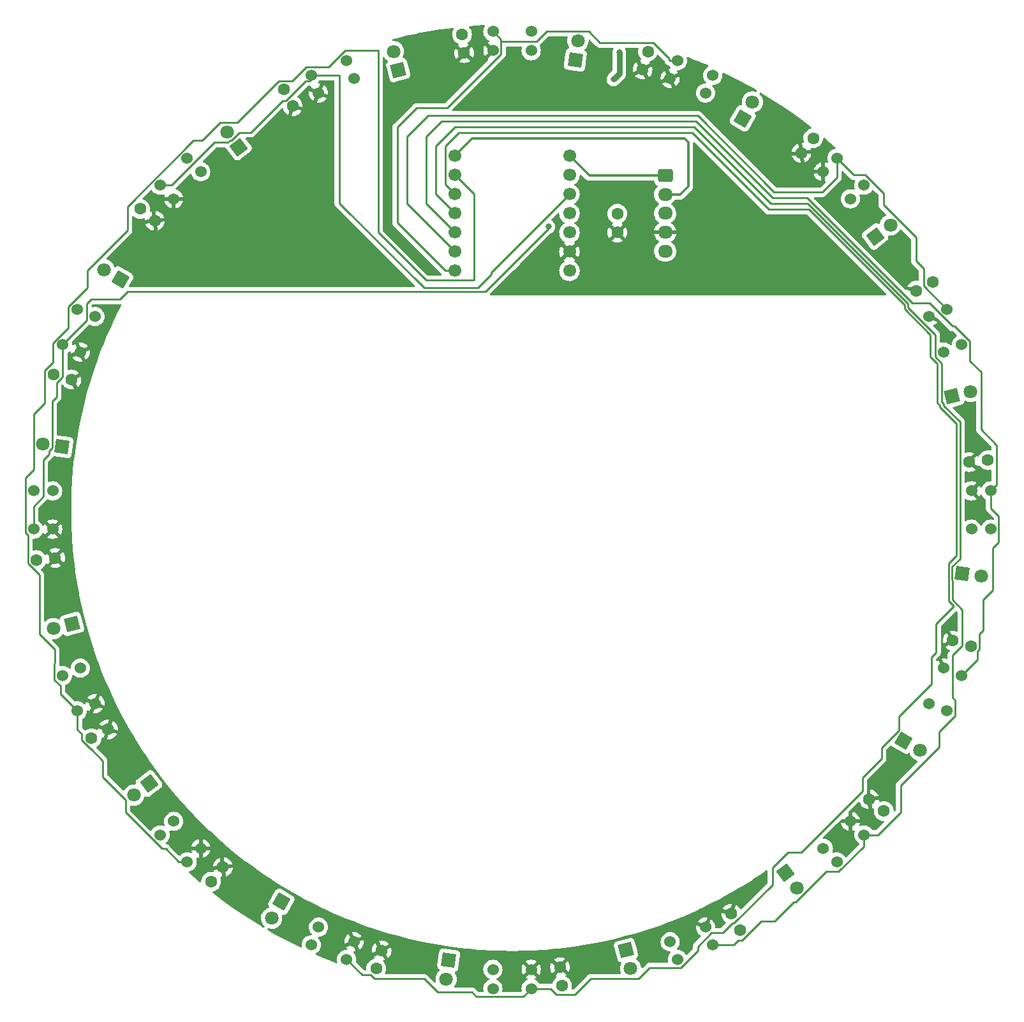
<source format=gbr>
%TF.GenerationSoftware,KiCad,Pcbnew,(6.0.11)*%
%TF.CreationDate,2023-10-13T17:08:53+09:00*%
%TF.ProjectId,engel_line_board,656e6765-6c5f-46c6-996e-655f626f6172,rev?*%
%TF.SameCoordinates,Original*%
%TF.FileFunction,Copper,L2,Bot*%
%TF.FilePolarity,Positive*%
%FSLAX46Y46*%
G04 Gerber Fmt 4.6, Leading zero omitted, Abs format (unit mm)*
G04 Created by KiCad (PCBNEW (6.0.11)) date 2023-10-13 17:08:53*
%MOMM*%
%LPD*%
G01*
G04 APERTURE LIST*
G04 Aperture macros list*
%AMRoundRect*
0 Rectangle with rounded corners*
0 $1 Rounding radius*
0 $2 $3 $4 $5 $6 $7 $8 $9 X,Y pos of 4 corners*
0 Add a 4 corners polygon primitive as box body*
4,1,4,$2,$3,$4,$5,$6,$7,$8,$9,$2,$3,0*
0 Add four circle primitives for the rounded corners*
1,1,$1+$1,$2,$3*
1,1,$1+$1,$4,$5*
1,1,$1+$1,$6,$7*
1,1,$1+$1,$8,$9*
0 Add four rect primitives between the rounded corners*
20,1,$1+$1,$2,$3,$4,$5,0*
20,1,$1+$1,$4,$5,$6,$7,0*
20,1,$1+$1,$6,$7,$8,$9,0*
20,1,$1+$1,$8,$9,$2,$3,0*%
%AMRotRect*
0 Rectangle, with rotation*
0 The origin of the aperture is its center*
0 $1 length*
0 $2 width*
0 $3 Rotation angle, in degrees counterclockwise*
0 Add horizontal line*
21,1,$1,$2,0,0,$3*%
G04 Aperture macros list end*
%TA.AperFunction,ComponentPad*%
%ADD10RotRect,1.800000X1.800000X14.500000*%
%TD*%
%TA.AperFunction,ComponentPad*%
%ADD11C,1.800000*%
%TD*%
%TA.AperFunction,ComponentPad*%
%ADD12C,1.524000*%
%TD*%
%TA.AperFunction,ComponentPad*%
%ADD13RotRect,1.800000X1.800000X127.000000*%
%TD*%
%TA.AperFunction,ComponentPad*%
%ADD14C,1.600000*%
%TD*%
%TA.AperFunction,ComponentPad*%
%ADD15RotRect,1.800000X1.800000X37.000000*%
%TD*%
%TA.AperFunction,ComponentPad*%
%ADD16RotRect,1.800000X1.800000X82.000000*%
%TD*%
%TA.AperFunction,ComponentPad*%
%ADD17RotRect,1.800000X1.800000X172.000000*%
%TD*%
%TA.AperFunction,ComponentPad*%
%ADD18RotRect,1.800000X1.800000X262.000000*%
%TD*%
%TA.AperFunction,ComponentPad*%
%ADD19RotRect,1.800000X1.800000X307.000000*%
%TD*%
%TA.AperFunction,ComponentPad*%
%ADD20RotRect,1.800000X1.800000X239.500000*%
%TD*%
%TA.AperFunction,ComponentPad*%
%ADD21RotRect,1.800000X1.800000X59.500000*%
%TD*%
%TA.AperFunction,ComponentPad*%
%ADD22RotRect,1.800000X1.800000X352.000000*%
%TD*%
%TA.AperFunction,ComponentPad*%
%ADD23RotRect,1.800000X1.800000X104.500000*%
%TD*%
%TA.AperFunction,ComponentPad*%
%ADD24RotRect,1.800000X1.800000X194.500000*%
%TD*%
%TA.AperFunction,ComponentPad*%
%ADD25RotRect,1.800000X1.800000X329.500000*%
%TD*%
%TA.AperFunction,ComponentPad*%
%ADD26RotRect,1.800000X1.800000X217.000000*%
%TD*%
%TA.AperFunction,ComponentPad*%
%ADD27RotRect,1.800000X1.800000X284.500000*%
%TD*%
%TA.AperFunction,ComponentPad*%
%ADD28RotRect,1.800000X1.800000X149.500000*%
%TD*%
%TA.AperFunction,ComponentPad*%
%ADD29RoundRect,0.250000X-0.725000X0.600000X-0.725000X-0.600000X0.725000X-0.600000X0.725000X0.600000X0*%
%TD*%
%TA.AperFunction,ComponentPad*%
%ADD30O,1.950000X1.700000*%
%TD*%
%TA.AperFunction,ComponentPad*%
%ADD31C,1.700000*%
%TD*%
%TA.AperFunction,ViaPad*%
%ADD32C,0.800000*%
%TD*%
%TA.AperFunction,Conductor*%
%ADD33C,0.800000*%
%TD*%
%TA.AperFunction,Conductor*%
%ADD34C,0.300000*%
%TD*%
%TA.AperFunction,Conductor*%
%ADD35C,0.250000*%
%TD*%
G04 APERTURE END LIST*
D10*
%TO.P,D4,1,K*%
%TO.N,Net-(D4-Pad1)*%
X213343506Y-81475826D03*
D11*
%TO.P,D4,2,A*%
%TO.N,R-Trim*%
X215802601Y-80839861D03*
%TD*%
D12*
%TO.P,U11,1,K(-)*%
%TO.N,Net-(D11-Pad1)*%
X110037305Y-137890592D03*
%TO.P,U11,2,VCC*%
%TO.N,+3.3V*%
X108241254Y-139686643D03*
%TO.P,U11,3,VOUT*%
%TO.N,D5*%
X111833357Y-143278746D03*
%TO.P,U11,4,GND*%
%TO.N,GND*%
X113629408Y-141482695D03*
%TD*%
D13*
%TO.P,D15,1,K*%
%TO.N,Net-(D15-Pad1)*%
X118638518Y-48406306D03*
D11*
%TO.P,D15,2,A*%
%TO.N,R-Trim*%
X117109908Y-46377772D03*
%TD*%
D14*
%TO.P,C7,1*%
%TO.N,+3.3V*%
X204274780Y-136530517D03*
%TO.P,C7,2*%
%TO.N,GND*%
X202331915Y-134957216D03*
%TD*%
D12*
%TO.P,U13,1,K(-)*%
%TO.N,Net-(D13-Pad1)*%
X93978000Y-94040000D03*
%TO.P,U13,2,VCC*%
%TO.N,+3.3V*%
X91438000Y-94040000D03*
%TO.P,U13,3,VOUT*%
%TO.N,D6*%
X91438000Y-99120000D03*
%TO.P,U13,4,GND*%
%TO.N,GND*%
X93978000Y-99120000D03*
%TD*%
D15*
%TO.P,D3,1,K*%
%TO.N,Net-(D3-Pad1)*%
X203115291Y-60277314D03*
D11*
%TO.P,D3,2,A*%
%TO.N,R-Trim*%
X205143825Y-58748704D03*
%TD*%
D16*
%TO.P,D1,1,K*%
%TO.N,Net-(D1-Pad1)*%
X163335200Y-36845050D03*
D11*
%TO.P,D1,2,A*%
%TO.N,R-Trim*%
X163688700Y-34329769D03*
%TD*%
D12*
%TO.P,U5,1,K(-)*%
%TO.N,Net-(D5-Pad1)*%
X215902000Y-99120000D03*
%TO.P,U5,2,VCC*%
%TO.N,+3.3V*%
X218442000Y-99120000D03*
%TO.P,U5,3,VOUT*%
%TO.N,D2*%
X218442000Y-94040000D03*
%TO.P,U5,4,GND*%
%TO.N,GND*%
X215902000Y-94040000D03*
%TD*%
D17*
%TO.P,D13,1,K*%
%TO.N,Net-(D13-Pad1)*%
X95202079Y-88184383D03*
D11*
%TO.P,D13,2,A*%
%TO.N,R-Trim*%
X92686798Y-87830883D03*
%TD*%
D12*
%TO.P,U6,1,K(-)*%
%TO.N,Net-(D6-Pad1)*%
X210289528Y-122255801D03*
%TO.P,U6,2,VCC*%
%TO.N,+3.3V*%
X212636182Y-123227817D03*
%TO.P,U6,3,VOUT*%
%TO.N,D2*%
X214580214Y-118534509D03*
%TO.P,U6,4,GND*%
%TO.N,GND*%
X212233560Y-117562493D03*
%TD*%
D14*
%TO.P,C2,1*%
%TO.N,+3.3V*%
X172969862Y-35712206D03*
%TO.P,C2,2*%
%TO.N,GND*%
X172259824Y-38109255D03*
%TD*%
%TO.P,C5,1*%
%TO.N,+3.3V*%
X218094129Y-89942234D03*
%TO.P,C5,2*%
%TO.N,GND*%
X215607824Y-90203555D03*
%TD*%
D12*
%TO.P,U10,1,K(-)*%
%TO.N,Net-(D10-Pad1)*%
X129264199Y-151929528D03*
%TO.P,U10,2,VCC*%
%TO.N,+3.3V*%
X128292183Y-154276182D03*
%TO.P,U10,3,VOUT*%
%TO.N,D4*%
X132985491Y-156220214D03*
%TO.P,U10,4,GND*%
%TO.N,GND*%
X133957507Y-153873560D03*
%TD*%
D14*
%TO.P,C16,1*%
%TO.N,+3.3V*%
X124639464Y-40773356D03*
%TO.P,C16,2*%
%TO.N,GND*%
X125832361Y-42970399D03*
%TD*%
D18*
%TO.P,D9,1,K*%
%TO.N,Net-(D9-Pad1)*%
X146544800Y-156314950D03*
D11*
%TO.P,D9,2,A*%
%TO.N,R-Trim*%
X146191300Y-158830231D03*
%TD*%
D12*
%TO.P,U8,1,K(-)*%
%TO.N,Net-(D8-Pad1)*%
X175922493Y-153873560D03*
%TO.P,U8,2,VCC*%
%TO.N,+3.3V*%
X176894509Y-156220214D03*
%TO.P,U8,3,VOUT*%
%TO.N,D3*%
X181587817Y-154276182D03*
%TO.P,U8,4,GND*%
%TO.N,GND*%
X180615801Y-151929528D03*
%TD*%
%TO.P,U7,1,K(-)*%
%TO.N,Net-(D7-Pad1)*%
X196250592Y-141482695D03*
%TO.P,U7,2,VCC*%
%TO.N,+3.3V*%
X198046643Y-143278746D03*
%TO.P,U7,3,VOUT*%
%TO.N,D3*%
X201638746Y-139686643D03*
%TO.P,U7,4,GND*%
%TO.N,GND*%
X199842695Y-137890592D03*
%TD*%
%TO.P,U2,1,K(-)*%
%TO.N,Net-(D2-Pad1)*%
X180615801Y-41230472D03*
%TO.P,U2,2,VCC*%
%TO.N,+3.3V*%
X181587817Y-38883818D03*
%TO.P,U2,3,VOUT*%
%TO.N,D0*%
X176894509Y-36939786D03*
%TO.P,U2,4,GND*%
%TO.N,GND*%
X175922493Y-39286440D03*
%TD*%
D14*
%TO.P,C8,1*%
%TO.N,+3.3V*%
X185221449Y-152351492D03*
%TO.P,C8,2*%
%TO.N,GND*%
X184028552Y-150154449D03*
%TD*%
D12*
%TO.P,U12,1,K(-)*%
%TO.N,Net-(D12-Pad1)*%
X97646440Y-117562493D03*
%TO.P,U12,2,VCC*%
%TO.N,+3.3V*%
X95299786Y-118534509D03*
%TO.P,U12,3,VOUT*%
%TO.N,D5*%
X97243818Y-123227817D03*
%TO.P,U12,4,GND*%
%TO.N,GND*%
X99590472Y-122255801D03*
%TD*%
%TO.P,U3,1,K(-)*%
%TO.N,Net-(D3-Pad1)*%
X199842695Y-55269408D03*
%TO.P,U3,2,VCC*%
%TO.N,+3.3V*%
X201638746Y-53473357D03*
%TO.P,U3,3,VOUT*%
%TO.N,D1*%
X198046643Y-49881254D03*
%TO.P,U3,4,GND*%
%TO.N,GND*%
X196250592Y-51677305D03*
%TD*%
%TO.P,U9,1,K(-)*%
%TO.N,Net-(D9-Pad1)*%
X152400000Y-157542000D03*
%TO.P,U9,2,VCC*%
%TO.N,+3.3V*%
X152400000Y-160082000D03*
%TO.P,U9,3,VOUT*%
%TO.N,D4*%
X157480000Y-160082000D03*
%TO.P,U9,4,GND*%
%TO.N,GND*%
X157480000Y-157542000D03*
%TD*%
D19*
%TO.P,D7,1,K*%
%TO.N,Net-(D7-Pad1)*%
X191224631Y-144731332D03*
D11*
%TO.P,D7,2,A*%
%TO.N,R-Trim*%
X192753241Y-146759866D03*
%TD*%
D14*
%TO.P,C11,1*%
%TO.N,+3.3V*%
X115002069Y-145899237D03*
%TO.P,C11,2*%
%TO.N,GND*%
X116575370Y-143956372D03*
%TD*%
D20*
%TO.P,D10,1,K*%
%TO.N,Net-(D10-Pad1)*%
X124322748Y-148557779D03*
D11*
%TO.P,D10,2,A*%
%TO.N,R-Trim*%
X123033601Y-150746317D03*
%TD*%
D14*
%TO.P,C10,1*%
%TO.N,+3.3V*%
X136915818Y-157428618D03*
%TO.P,C10,2*%
%TO.N,GND*%
X137625856Y-155031569D03*
%TD*%
D12*
%TO.P,U4,1,K(-)*%
%TO.N,Net-(D4-Pad1)*%
X212233560Y-75597507D03*
%TO.P,U4,2,VCC*%
%TO.N,+3.3V*%
X214580214Y-74625491D03*
%TO.P,U4,3,VOUT*%
%TO.N,D1*%
X212636182Y-69932183D03*
%TO.P,U4,4,GND*%
%TO.N,GND*%
X210289528Y-70904199D03*
%TD*%
D14*
%TO.P,C9,1*%
%TO.N,+3.3V*%
X161577766Y-159734129D03*
%TO.P,C9,2*%
%TO.N,GND*%
X161316445Y-157247824D03*
%TD*%
D12*
%TO.P,U14,1,K(-)*%
%TO.N,Net-(D14-Pad1)*%
X99590472Y-70904199D03*
%TO.P,U14,2,VCC*%
%TO.N,+3.3V*%
X97243818Y-69932183D03*
%TO.P,U14,3,VOUT*%
%TO.N,D6*%
X95299786Y-74625491D03*
%TO.P,U14,4,GND*%
%TO.N,GND*%
X97646440Y-75597507D03*
%TD*%
D14*
%TO.P,C1,1*%
%TO.N,+3.3V*%
X148304324Y-33445761D03*
%TO.P,C1,2*%
%TO.N,GND*%
X148565645Y-35932066D03*
%TD*%
D21*
%TO.P,D2,1,K*%
%TO.N,Net-(D2-Pad1)*%
X185555729Y-44604806D03*
D11*
%TO.P,D2,2,A*%
%TO.N,R-Trim*%
X186844876Y-42416268D03*
%TD*%
D14*
%TO.P,C12,1*%
%TO.N,+3.3V*%
X99133356Y-126880536D03*
%TO.P,C12,2*%
%TO.N,GND*%
X101330399Y-125687639D03*
%TD*%
D22*
%TO.P,D5,1,K*%
%TO.N,Net-(D5-Pad1)*%
X214677921Y-104975617D03*
D11*
%TO.P,D5,2,A*%
%TO.N,R-Trim*%
X217193202Y-105329117D03*
%TD*%
D23*
%TO.P,D16,1,K*%
%TO.N,Net-(D16-Pad1)*%
X139836577Y-38179398D03*
D11*
%TO.P,D16,2,A*%
%TO.N,R-Trim*%
X139200612Y-35720303D03*
%TD*%
D14*
%TO.P,C3,1*%
%TO.N,+3.3V*%
X194903103Y-47229677D03*
%TO.P,C3,2*%
%TO.N,GND*%
X193329802Y-49172542D03*
%TD*%
D12*
%TO.P,U15,1,K(-)*%
%TO.N,Net-(D15-Pad1)*%
X113629408Y-51677305D03*
%TO.P,U15,2,VCC*%
%TO.N,+3.3V*%
X111833357Y-49881254D03*
%TO.P,U15,3,VOUT*%
%TO.N,D7*%
X108241254Y-53473357D03*
%TO.P,U15,4,GND*%
%TO.N,GND*%
X110037305Y-55269408D03*
%TD*%
D24*
%TO.P,D12,1,K*%
%TO.N,Net-(D12-Pad1)*%
X96539398Y-111683423D03*
D11*
%TO.P,D12,2,A*%
%TO.N,R-Trim*%
X94080303Y-112319388D03*
%TD*%
D14*
%TO.P,C6,1*%
%TO.N,+3.3V*%
X215826971Y-114615542D03*
%TO.P,C6,2*%
%TO.N,GND*%
X213429922Y-113905504D03*
%TD*%
%TO.P,C13,1*%
%TO.N,+3.3V*%
X91825651Y-103213585D03*
%TO.P,C13,2*%
%TO.N,GND*%
X94311956Y-102952264D03*
%TD*%
%TO.P,C15,1*%
%TO.N,+3.3V*%
X105589677Y-56616897D03*
%TO.P,C15,2*%
%TO.N,GND*%
X107532542Y-58190198D03*
%TD*%
D12*
%TO.P,U1,1,K(-)*%
%TO.N,Net-(D1-Pad1)*%
X157480000Y-35618000D03*
%TO.P,U1,2,VCC*%
%TO.N,+3.3V*%
X157480000Y-33078000D03*
%TO.P,U1,3,VOUT*%
%TO.N,D0*%
X152400000Y-33078000D03*
%TO.P,U1,4,GND*%
%TO.N,GND*%
X152400000Y-35618000D03*
%TD*%
D14*
%TO.P,C14,1*%
%TO.N,+3.3V*%
X94072206Y-78550138D03*
%TO.P,C14,2*%
%TO.N,GND*%
X96469255Y-79260176D03*
%TD*%
D25*
%TO.P,D6,1,K*%
%TO.N,Net-(D6-Pad1)*%
X206915194Y-127195729D03*
D11*
%TO.P,D6,2,A*%
%TO.N,R-Trim*%
X209103732Y-128484876D03*
%TD*%
D14*
%TO.P,C4,1*%
%TO.N,+3.3V*%
X210746644Y-66279464D03*
%TO.P,C4,2*%
%TO.N,GND*%
X208549601Y-67472361D03*
%TD*%
D26*
%TO.P,D11,1,K*%
%TO.N,Net-(D11-Pad1)*%
X106764709Y-132882686D03*
D11*
%TO.P,D11,2,A*%
%TO.N,R-Trim*%
X104736175Y-134411296D03*
%TD*%
D12*
%TO.P,U16,1,K(-)*%
%TO.N,Net-(D16-Pad1)*%
X133957507Y-39286440D03*
%TO.P,U16,2,VCC*%
%TO.N,+3.3V*%
X132985491Y-36939786D03*
%TO.P,U16,3,VOUT*%
%TO.N,D7*%
X128292183Y-38883818D03*
%TO.P,U16,4,GND*%
%TO.N,GND*%
X129264199Y-41230472D03*
%TD*%
D27*
%TO.P,D8,1,K*%
%TO.N,Net-(D8-Pad1)*%
X170043423Y-154980602D03*
D11*
%TO.P,D8,2,A*%
%TO.N,R-Trim*%
X170679388Y-157439697D03*
%TD*%
D28*
%TO.P,D14,1,K*%
%TO.N,Net-(D14-Pad1)*%
X102964806Y-65964271D03*
D11*
%TO.P,D14,2,A*%
%TO.N,R-Trim*%
X100776268Y-64675124D03*
%TD*%
D29*
%TO.P,J1,1,Pin_1*%
%TO.N,RX*%
X175260000Y-52210000D03*
D30*
%TO.P,J1,2,Pin_2*%
%TO.N,TX*%
X175260000Y-54710000D03*
%TO.P,J1,3,Pin_3*%
%TO.N,R-Trim*%
X175260000Y-57210000D03*
%TO.P,J1,4,Pin_4*%
%TO.N,GND*%
X175260000Y-59710000D03*
%TO.P,J1,5,Pin_5*%
%TO.N,+5V*%
X175260000Y-62210000D03*
%TD*%
D31*
%TO.P,U17,1,PA02_A0_D0*%
%TO.N,D0*%
X147320000Y-64830000D03*
%TO.P,U17,2,PA4_A1_D1*%
%TO.N,D1*%
X147320000Y-62290000D03*
%TO.P,U17,3,PA10_A2_D2*%
%TO.N,D2*%
X147320000Y-59750000D03*
%TO.P,U17,4,PA11_A3_D3*%
%TO.N,D3*%
X147320000Y-57210000D03*
%TO.P,U17,5,PA8_A4_D4_SDA*%
%TO.N,D4*%
X147320000Y-54670000D03*
%TO.P,U17,6,PA9_A5_D5_SCL*%
%TO.N,D5*%
X147320000Y-52130000D03*
%TO.P,U17,7,PB08_A6_D6_TX*%
%TO.N,TX*%
X147320000Y-49590000D03*
%TO.P,U17,8,PB09_A7_D7_RX*%
%TO.N,RX*%
X162560000Y-49590000D03*
%TO.P,U17,9,PA7_A8_D8_SCK*%
%TO.N,D6*%
X162560000Y-52130000D03*
%TO.P,U17,10,PA5_A9_D9_MISO*%
%TO.N,D7*%
X162560000Y-54670000D03*
%TO.P,U17,11,PA6_A10_D10_MOSI*%
%TO.N,unconnected-(U17-Pad11)*%
X162560000Y-57210000D03*
%TO.P,U17,12,3V3*%
%TO.N,+3.3V*%
X162560000Y-59750000D03*
%TO.P,U17,13,GND*%
%TO.N,GND*%
X162560000Y-62290000D03*
%TO.P,U17,14,5V*%
%TO.N,+5V*%
X162560000Y-64830000D03*
%TD*%
D14*
%TO.P,C17,1*%
%TO.N,GND*%
X168910000Y-59750000D03*
%TO.P,C17,2*%
%TO.N,R-Trim*%
X168910000Y-57250000D03*
%TD*%
D32*
%TO.N,+3.3V*%
X168402000Y-39430000D03*
X169164000Y-35874000D03*
%TO.N,GND*%
X101854000Y-70418000D03*
X194056000Y-58480000D03*
X139700000Y-66100000D03*
X96520000Y-108264000D03*
X141224000Y-154492000D03*
X187198000Y-146364000D03*
X184658000Y-47304000D03*
X148590000Y-42986000D03*
X214376000Y-83372000D03*
X105664000Y-66100000D03*
X101854000Y-123250000D03*
X215646000Y-92008000D03*
X99060000Y-115630000D03*
X173228000Y-58734000D03*
X105918000Y-62290000D03*
X167640000Y-42732000D03*
X179832000Y-49590000D03*
X130556000Y-43240000D03*
X142748000Y-36890000D03*
X187706000Y-50098000D03*
X174244000Y-152460000D03*
X144018000Y-64576000D03*
X195072000Y-53146000D03*
X113538000Y-138998000D03*
X200914000Y-136458000D03*
X215900000Y-96580000D03*
X198120000Y-139506000D03*
X166624000Y-37906000D03*
X122174000Y-48574000D03*
X114046000Y-55940000D03*
X98552000Y-77784000D03*
X149606000Y-37652000D03*
X154940000Y-67370000D03*
X172212000Y-63306000D03*
X172974000Y-54670000D03*
X122428000Y-66100000D03*
X130556000Y-56448000D03*
X154178000Y-155762000D03*
X96774000Y-82610000D03*
X203200000Y-67370000D03*
X205740000Y-129600000D03*
X138430000Y-59242000D03*
X188214000Y-58480000D03*
X138938000Y-42224000D03*
X154940000Y-36890000D03*
X177292000Y-67116000D03*
X131826000Y-151190000D03*
X95504000Y-91754000D03*
X170434000Y-40192000D03*
X130302000Y-48574000D03*
X178308000Y-42732000D03*
X145542000Y-41462000D03*
X166370000Y-53400000D03*
X179324000Y-150428000D03*
X162814000Y-42478000D03*
X189738000Y-67116000D03*
X95758000Y-100136000D03*
X189738000Y-47812000D03*
X164592000Y-62544000D03*
X104394000Y-128330000D03*
X122936000Y-56448000D03*
X121412000Y-145856000D03*
X166878000Y-154492000D03*
X160528000Y-61020000D03*
X213360000Y-111820000D03*
%TO.N,D6*%
X159766000Y-58988000D03*
%TD*%
D33*
%TO.N,+3.3V*%
X169164000Y-38668000D02*
X169164000Y-35874000D01*
X168402000Y-39430000D02*
X169164000Y-38668000D01*
D34*
%TO.N,RX*%
X165180000Y-52210000D02*
X162560000Y-49590000D01*
X175260000Y-52210000D02*
X165180000Y-52210000D01*
%TO.N,TX*%
X178308000Y-47812000D02*
X178308000Y-53654000D01*
X177800000Y-47304000D02*
X178308000Y-47812000D01*
X178308000Y-53654000D02*
X177252000Y-54710000D01*
X149606000Y-47304000D02*
X177800000Y-47304000D01*
X177252000Y-54710000D02*
X175260000Y-54710000D01*
X147320000Y-49590000D02*
X149606000Y-47304000D01*
D35*
%TO.N,D0*%
X142240000Y-43240000D02*
X139700000Y-45780000D01*
X146050000Y-64830000D02*
X147320000Y-64830000D01*
X153487000Y-34165000D02*
X153487000Y-34421000D01*
X159512000Y-33080000D02*
X158171000Y-34421000D01*
X173719206Y-34587206D02*
X166607206Y-34587206D01*
X139700000Y-45780000D02*
X139700000Y-58480000D01*
X176894509Y-36939786D02*
X175816879Y-36939786D01*
X153487000Y-36068251D02*
X146315251Y-43240000D01*
X165100000Y-33080000D02*
X159512000Y-33080000D01*
X153487000Y-34421000D02*
X153487000Y-36068251D01*
X166607206Y-34587206D02*
X165100000Y-33080000D01*
X175816879Y-36939786D02*
X175816879Y-36684879D01*
X139700000Y-58480000D02*
X146050000Y-64830000D01*
X175816879Y-36684879D02*
X173719206Y-34587206D01*
X158171000Y-34421000D02*
X153487000Y-34421000D01*
X152400000Y-33078000D02*
X153487000Y-34165000D01*
X146315251Y-43240000D02*
X142240000Y-43240000D01*
%TO.N,D1*%
X204216000Y-56088467D02*
X208534000Y-60406467D01*
X204216000Y-54513360D02*
X204216000Y-56088467D01*
X198046643Y-52457357D02*
X196088000Y-54416000D01*
X198046643Y-49881254D02*
X200295389Y-52130000D01*
X143764000Y-44256000D02*
X140970000Y-47050000D01*
X208534000Y-63560000D02*
X209550000Y-64576000D01*
X140970000Y-55940000D02*
X147320000Y-62290000D01*
X140970000Y-47050000D02*
X140970000Y-55940000D01*
X189707667Y-54385667D02*
X179578000Y-44256000D01*
X209550000Y-64576000D02*
X209550000Y-66846001D01*
X198046643Y-49881254D02*
X198046643Y-52457357D01*
X209550000Y-66846001D02*
X212636182Y-69932183D01*
X200295389Y-52130000D02*
X201832640Y-52130000D01*
X208534000Y-60406467D02*
X208534000Y-63560000D01*
X201832640Y-52130000D02*
X204216000Y-54513360D01*
X196088000Y-54416000D02*
X189677334Y-54416000D01*
X179578000Y-44256000D02*
X143764000Y-44256000D01*
%TO.N,D2*%
X143510000Y-47050000D02*
X143510000Y-55940000D01*
X219529000Y-100825000D02*
X219529000Y-97415000D01*
X217424000Y-112582000D02*
X217424000Y-108518000D01*
X145542000Y-45018000D02*
X143510000Y-47050000D01*
X219219129Y-93262871D02*
X219219129Y-87961129D01*
X194058792Y-55178000D02*
X189484000Y-55178000D01*
X219219129Y-87961129D02*
X217170000Y-85912000D01*
X218694000Y-107248000D02*
X218694000Y-101660000D01*
X217170000Y-78270898D02*
X215667214Y-76768112D01*
X216662000Y-115376000D02*
X216951971Y-115086029D01*
X210314748Y-69148000D02*
X208028792Y-69148000D01*
X213360000Y-72193252D02*
X210314748Y-69148000D01*
X218442000Y-94040000D02*
X219219129Y-93262871D01*
X216951971Y-113054029D02*
X217424000Y-112582000D01*
X213360000Y-72196000D02*
X213360000Y-72193252D01*
X217424000Y-108518000D02*
X218694000Y-107248000D01*
X218694000Y-101660000D02*
X219529000Y-100825000D01*
X215667214Y-76768112D02*
X215667214Y-74175240D01*
X216951971Y-115086029D02*
X216951971Y-113054029D01*
X219529000Y-97415000D02*
X218442000Y-96328000D01*
X143510000Y-55940000D02*
X147320000Y-59750000D01*
X189484000Y-55178000D02*
X179324000Y-45018000D01*
X179324000Y-45018000D02*
X145542000Y-45018000D01*
X217170000Y-85912000D02*
X217170000Y-78270898D01*
X216701044Y-115415044D02*
X216662000Y-115376000D01*
X215667214Y-74175240D02*
X213687974Y-72196000D01*
X218442000Y-96328000D02*
X218442000Y-94040000D01*
X213687974Y-72196000D02*
X213360000Y-72196000D01*
X214580214Y-118534509D02*
X216701044Y-116413679D01*
X216701044Y-116413679D02*
X216701044Y-115415044D01*
X208028792Y-69148000D02*
X194058792Y-55178000D01*
%TO.N,D3*%
X214376000Y-103035436D02*
X214376000Y-84896000D01*
X211074000Y-73337604D02*
X207460000Y-69723604D01*
X211582000Y-126044000D02*
X213723182Y-123902818D01*
X185433932Y-153730000D02*
X187973932Y-151190000D01*
X206502000Y-136712000D02*
X206502000Y-133156000D01*
X184365818Y-154276182D02*
X184912000Y-153730000D01*
X144780000Y-54670000D02*
X147320000Y-57210000D01*
X214701971Y-114542029D02*
X214701971Y-109859971D01*
X189738000Y-151190000D02*
X192278000Y-148650000D01*
X213360000Y-108518000D02*
X213360000Y-105899798D01*
X213360000Y-105899798D02*
X213336424Y-105876222D01*
X211921831Y-82256437D02*
X211921831Y-77107831D01*
X212185435Y-82705435D02*
X212185435Y-82520041D01*
X207460000Y-69215604D02*
X194184396Y-55940000D01*
X192278000Y-148650000D02*
X192595519Y-148650000D01*
X147320000Y-45780000D02*
X144780000Y-48320000D01*
X203527357Y-139686643D02*
X206502000Y-136712000D01*
X212185435Y-82520041D02*
X211921831Y-82256437D01*
X214701971Y-109859971D02*
X213360000Y-108518000D01*
X198276640Y-144586000D02*
X201638746Y-141223894D01*
X213360000Y-115884000D02*
X214701971Y-114542029D01*
X213723182Y-121835182D02*
X213360000Y-121472000D01*
X201638746Y-139686643D02*
X203527357Y-139686643D01*
X214376000Y-84896000D02*
X212185435Y-82705435D01*
X181587817Y-154276182D02*
X184365818Y-154276182D01*
X187973932Y-151190000D02*
X189738000Y-151190000D01*
X189230000Y-55940000D02*
X179070000Y-45780000D01*
X213336424Y-104075012D02*
X214376000Y-103035436D01*
X211582000Y-128076000D02*
X211582000Y-126044000D01*
X206502000Y-133156000D02*
X211582000Y-128076000D01*
X213336424Y-105876222D02*
X213336424Y-104075012D01*
X194184396Y-55940000D02*
X189230000Y-55940000D01*
X213723182Y-123902818D02*
X213723182Y-121835182D01*
X144780000Y-48320000D02*
X144780000Y-54670000D01*
X201638746Y-141223894D02*
X201638746Y-139686643D01*
X196659519Y-144586000D02*
X198276640Y-144586000D01*
X192595519Y-148650000D02*
X196659519Y-144586000D01*
X184912000Y-153730000D02*
X185433932Y-153730000D01*
X211921831Y-77107831D02*
X211074000Y-76260000D01*
X207460000Y-69723604D02*
X207460000Y-69215604D01*
X179070000Y-45780000D02*
X147320000Y-45780000D01*
X211074000Y-76260000D02*
X211074000Y-73337604D01*
X213360000Y-121472000D02*
X213360000Y-115884000D01*
%TO.N,D4*%
X210437604Y-76260000D02*
X210437604Y-73337604D01*
X211328000Y-77150396D02*
X210437604Y-76260000D01*
X193294000Y-142046000D02*
X201422000Y-133918000D01*
X213926000Y-102618000D02*
X213926000Y-85082396D01*
X135067277Y-158302000D02*
X136198209Y-158302000D01*
X194310000Y-56702000D02*
X188976000Y-56702000D01*
X211328000Y-82299002D02*
X211328000Y-77150396D01*
X177344760Y-157307214D02*
X179578000Y-155073974D01*
X212886424Y-103657576D02*
X213926000Y-102618000D01*
X206248000Y-124012000D02*
X210566000Y-119694000D01*
X179578000Y-154504580D02*
X181368580Y-152714000D01*
X160799129Y-160859129D02*
X163304871Y-160859129D01*
X207010000Y-69910000D02*
X207010000Y-69402000D01*
X210566000Y-119694000D02*
X210566000Y-116138000D01*
X181368580Y-152714000D02*
X182880000Y-152714000D01*
X211203410Y-111690590D02*
X213549802Y-109344198D01*
X210437604Y-73337604D02*
X207010000Y-69910000D01*
X146050000Y-48320000D02*
X146050000Y-53400000D01*
X206248000Y-125852371D02*
X206248000Y-124012000D01*
X150187000Y-161169000D02*
X156393000Y-161169000D01*
X136198209Y-158302000D02*
X136706209Y-158810000D01*
X146050000Y-53400000D02*
X147320000Y-54670000D01*
X201422000Y-132140000D02*
X203962000Y-129600000D01*
X212886424Y-108680820D02*
X212886424Y-103657576D01*
X132985491Y-156220214D02*
X135067277Y-158302000D01*
X207010000Y-69402000D02*
X194310000Y-56702000D01*
X156393000Y-161169000D02*
X157480000Y-160082000D01*
X136706209Y-158810000D02*
X143256000Y-158810000D01*
X188976000Y-56702000D02*
X178816000Y-46542000D01*
X184150000Y-151444000D02*
X184329992Y-151444000D01*
X211735435Y-82706437D02*
X211328000Y-82299002D01*
X173206786Y-157307214D02*
X177344760Y-157307214D01*
X184329992Y-151444000D02*
X189484000Y-146289992D01*
X189484000Y-146289992D02*
X189484000Y-144078000D01*
X211735435Y-82891831D02*
X211735435Y-82706437D01*
X203962000Y-128138371D02*
X206248000Y-125852371D01*
X191516000Y-142046000D02*
X193294000Y-142046000D01*
X203962000Y-129600000D02*
X203962000Y-128138371D01*
X213926000Y-85082396D02*
X211735435Y-82891831D01*
X211203410Y-115500590D02*
X211203410Y-111690590D01*
X171704000Y-158810000D02*
X173206786Y-157307214D01*
X182880000Y-152714000D02*
X184150000Y-151444000D01*
X179578000Y-155073974D02*
X179578000Y-154504580D01*
X147828000Y-46542000D02*
X146050000Y-48320000D01*
X210566000Y-116138000D02*
X211203410Y-115500590D01*
X145034000Y-160588000D02*
X149606000Y-160588000D01*
X163304871Y-160859129D02*
X165354000Y-158810000D01*
X213549802Y-109344198D02*
X212886424Y-108680820D01*
X201422000Y-133918000D02*
X201422000Y-132140000D01*
X178816000Y-46542000D02*
X147828000Y-46542000D01*
X157480000Y-160082000D02*
X160022000Y-160082000D01*
X160022000Y-160082000D02*
X160799129Y-160859129D01*
X189484000Y-144078000D02*
X191516000Y-142046000D01*
X165354000Y-158810000D02*
X171704000Y-158810000D01*
X143256000Y-158810000D02*
X145034000Y-160588000D01*
X149606000Y-160588000D02*
X150187000Y-161169000D01*
%TO.N,D5*%
X130591208Y-37796818D02*
X132768026Y-35620000D01*
X125765644Y-39648356D02*
X127617182Y-37796818D01*
X90678000Y-99897251D02*
X90351000Y-99570251D01*
X93980000Y-74408026D02*
X96012000Y-72376026D01*
X137160000Y-59750000D02*
X143510000Y-66100000D01*
X149860000Y-66100000D02*
X149860000Y-54670000D01*
X97790000Y-126298000D02*
X97243818Y-125751818D01*
X103886000Y-56291360D02*
X112619360Y-47558000D01*
X111833357Y-143278746D02*
X110706746Y-143278746D01*
X116197228Y-45152772D02*
X118483228Y-45152772D01*
X94212786Y-119164786D02*
X94212786Y-116921214D01*
X103632000Y-135039533D02*
X100593302Y-132000835D01*
X99060000Y-128330000D02*
X98991829Y-128330000D01*
X94996000Y-119948000D02*
X94212786Y-119164786D01*
X143510000Y-66100000D02*
X149860000Y-66100000D01*
X91461798Y-91224202D02*
X91461798Y-83858202D01*
X123987644Y-39648356D02*
X125765644Y-39648356D01*
X149860000Y-54670000D02*
X147320000Y-52130000D01*
X103632000Y-136712000D02*
X103632000Y-135039533D01*
X108458000Y-141538000D02*
X103632000Y-136712000D01*
X96012000Y-69626750D02*
X98552000Y-67086750D01*
X93980000Y-77022000D02*
X93980000Y-74408026D01*
X98991829Y-128330000D02*
X97790000Y-127128171D01*
X90351000Y-99570251D02*
X90351000Y-92335000D01*
X92947206Y-78054794D02*
X93980000Y-77022000D01*
X100593302Y-132000835D02*
X100593302Y-129863302D01*
X94234000Y-115122000D02*
X92202000Y-113090000D01*
X103886000Y-59496000D02*
X103886000Y-56291360D01*
X94212786Y-116921214D02*
X94234000Y-116900000D01*
X112619360Y-47558000D02*
X113792000Y-47558000D01*
X94996000Y-120979999D02*
X94996000Y-119948000D01*
X97790000Y-127128171D02*
X97790000Y-126298000D01*
X137160000Y-35620000D02*
X137160000Y-59750000D01*
X113792000Y-47558000D02*
X116197228Y-45152772D01*
X90351000Y-92335000D02*
X91461798Y-91224202D01*
X98552000Y-67086750D02*
X98552000Y-64830000D01*
X94234000Y-116900000D02*
X94234000Y-115122000D01*
X110706746Y-143278746D02*
X108966000Y-141538000D01*
X92202000Y-113090000D02*
X92202000Y-105216000D01*
X127617182Y-37796818D02*
X130591208Y-37796818D01*
X92202000Y-105216000D02*
X90678000Y-103692000D01*
X96012000Y-72376026D02*
X96012000Y-69626750D01*
X90678000Y-103692000D02*
X90678000Y-99897251D01*
X118483228Y-45152772D02*
X123987644Y-39648356D01*
X91461798Y-83858202D02*
X92947206Y-82372794D01*
X98552000Y-64830000D02*
X103886000Y-59496000D01*
X100593302Y-129863302D02*
X99060000Y-128330000D01*
X92947206Y-82372794D02*
X92947206Y-78054794D01*
X97243818Y-123227817D02*
X94996000Y-120979999D01*
X132768026Y-35620000D02*
X137160000Y-35620000D01*
X108966000Y-141538000D02*
X108458000Y-141538000D01*
X97243818Y-125751818D02*
X97243818Y-123227817D01*
%TO.N,D6*%
X93472000Y-88778093D02*
X93911798Y-88338295D01*
X98503472Y-71421805D02*
X98503472Y-69196528D01*
X95299786Y-74625491D02*
X98503472Y-71421805D01*
X93911798Y-82170202D02*
X94488000Y-81594000D01*
X103886000Y-67624000D02*
X151384000Y-67624000D01*
X151384000Y-67624000D02*
X159766000Y-59242000D01*
X98503472Y-69196528D02*
X99060000Y-68640000D01*
X92710000Y-94802000D02*
X92710000Y-89976000D01*
X91438000Y-99120000D02*
X91438000Y-96074000D01*
X91438000Y-96074000D02*
X92710000Y-94802000D01*
X95077668Y-79060772D02*
X95299786Y-78838654D01*
X94488000Y-79725335D02*
X95077668Y-79135667D01*
X159766000Y-59242000D02*
X159766000Y-58988000D01*
X102870000Y-68640000D02*
X103886000Y-67624000D01*
X94488000Y-81594000D02*
X94488000Y-79725335D01*
X92710000Y-89976000D02*
X93472000Y-89214000D01*
X95077668Y-79135667D02*
X95077668Y-79060772D01*
X93472000Y-89214000D02*
X93472000Y-88778093D01*
X99060000Y-68640000D02*
X102870000Y-68640000D01*
X93911798Y-88338295D02*
X93911798Y-82170202D01*
X95299786Y-78838654D02*
X95299786Y-74625491D01*
%TO.N,D7*%
X124936969Y-42274800D02*
X127578569Y-39633200D01*
X108241254Y-53473357D02*
X109778505Y-53473357D01*
X124460000Y-42274800D02*
X124936969Y-42274800D01*
X132017634Y-38883818D02*
X132017634Y-55877634D01*
X120243600Y-46491200D02*
X124460000Y-42274800D01*
X109778505Y-53473357D02*
X115439862Y-47812000D01*
X132017634Y-55877634D02*
X143256000Y-67116000D01*
X117521154Y-47537246D02*
X117682846Y-47537246D01*
X117682846Y-47537246D02*
X118728892Y-46491200D01*
X128292183Y-38883818D02*
X132017634Y-38883818D01*
X128292183Y-38883818D02*
X128292183Y-39407817D01*
X128292183Y-39407817D02*
X128066800Y-39633200D01*
X117246400Y-47812000D02*
X117521154Y-47537246D01*
X152146000Y-65338000D02*
X152146000Y-65084000D01*
X143256000Y-67116000D02*
X150368000Y-67116000D01*
X115439862Y-47812000D02*
X117246400Y-47812000D01*
X152146000Y-65084000D02*
X162560000Y-54670000D01*
X118728892Y-46491200D02*
X120243600Y-46491200D01*
X127578569Y-39633200D02*
X128066800Y-39633200D01*
X150368000Y-67116000D02*
X152146000Y-65338000D01*
%TD*%
%TA.AperFunction,Conductor*%
%TO.N,GND*%
G36*
X102969915Y-69271483D02*
G01*
X103034001Y-69279765D01*
X103088315Y-69325487D01*
X103109287Y-69393315D01*
X103095647Y-69452158D01*
X102856036Y-69924063D01*
X102435668Y-70751964D01*
X102426882Y-70769267D01*
X102257425Y-71125662D01*
X101797269Y-72093447D01*
X101773743Y-72142925D01*
X101156530Y-73533095D01*
X101156234Y-73533811D01*
X101156226Y-73533830D01*
X100678154Y-74690792D01*
X100575658Y-74938839D01*
X100575364Y-74939607D01*
X100575361Y-74939614D01*
X100236038Y-75825354D01*
X100031522Y-76359206D01*
X100031243Y-76359996D01*
X100031239Y-76360006D01*
X99905388Y-76715948D01*
X99524488Y-77793236D01*
X99524238Y-77794008D01*
X99524233Y-77794021D01*
X99063334Y-79213975D01*
X99054899Y-79239961D01*
X98623072Y-80698403D01*
X98229300Y-82167576D01*
X98229107Y-82168380D01*
X98229106Y-82168383D01*
X98210009Y-82247839D01*
X97873848Y-83646488D01*
X97556956Y-85134139D01*
X97556805Y-85134952D01*
X97556801Y-85134971D01*
X97291731Y-86560207D01*
X97278839Y-86629524D01*
X97039684Y-88131633D01*
X97039582Y-88132405D01*
X97039581Y-88132409D01*
X96859083Y-89492991D01*
X96839653Y-89639451D01*
X96839567Y-89640264D01*
X96839563Y-89640294D01*
X96678969Y-91151139D01*
X96678882Y-91151958D01*
X96659906Y-91388946D01*
X96558964Y-92649594D01*
X96557479Y-92668134D01*
X96475525Y-94186952D01*
X96475502Y-94187779D01*
X96475501Y-94187801D01*
X96448739Y-95146379D01*
X96433077Y-95707388D01*
X96433076Y-95708167D01*
X96433075Y-95708200D01*
X96432439Y-96040188D01*
X96430163Y-97228413D01*
X96430183Y-97229232D01*
X96430183Y-97229258D01*
X96443014Y-97761990D01*
X96466785Y-98749000D01*
X96542917Y-100268122D01*
X96556989Y-100452753D01*
X96649051Y-101660639D01*
X96658510Y-101784751D01*
X96813485Y-103297864D01*
X96862221Y-103676354D01*
X97000561Y-104750712D01*
X97007736Y-104806437D01*
X97241133Y-106309451D01*
X97241283Y-106310275D01*
X97241284Y-106310281D01*
X97475042Y-107594510D01*
X97513518Y-107805891D01*
X97513677Y-107806649D01*
X97513678Y-107806657D01*
X97607512Y-108255595D01*
X97824707Y-109294746D01*
X97824892Y-109295527D01*
X97824898Y-109295556D01*
X98174301Y-110774215D01*
X98174489Y-110775009D01*
X98562629Y-112245680D01*
X98562855Y-112246454D01*
X98982214Y-113682985D01*
X98988864Y-113705766D01*
X98989115Y-113706549D01*
X99440003Y-115114001D01*
X99452906Y-115154279D01*
X99954441Y-116590242D01*
X100099054Y-116972101D01*
X100489718Y-118003671D01*
X100493131Y-118012684D01*
X101068611Y-119420643D01*
X101068897Y-119421294D01*
X101068914Y-119421334D01*
X101519087Y-120445839D01*
X101680493Y-120813168D01*
X101680830Y-120813884D01*
X101680836Y-120813897D01*
X101977394Y-121443820D01*
X102328364Y-122189319D01*
X102328722Y-122190030D01*
X102328725Y-122190037D01*
X103002988Y-123530675D01*
X103011784Y-123548165D01*
X103012190Y-123548923D01*
X103012197Y-123548936D01*
X103708526Y-124848172D01*
X103730294Y-124888788D01*
X103730709Y-124889516D01*
X104370585Y-126012313D01*
X104483406Y-126210282D01*
X105270613Y-127511755D01*
X105463481Y-127812669D01*
X106049856Y-128727537D01*
X106091382Y-128792327D01*
X106175457Y-128916287D01*
X106925788Y-130022572D01*
X106945159Y-130051133D01*
X106945616Y-130051771D01*
X106945638Y-130051802D01*
X107791866Y-131232221D01*
X107831367Y-131287321D01*
X108749406Y-132500058D01*
X109031742Y-132853543D01*
X109693366Y-133681897D01*
X109698658Y-133688523D01*
X110678479Y-134851912D01*
X110679006Y-134852506D01*
X110679008Y-134852508D01*
X111585532Y-135873768D01*
X111688209Y-135989441D01*
X112727165Y-137100341D01*
X112727704Y-137100888D01*
X112727725Y-137100910D01*
X113148110Y-137527611D01*
X113794644Y-138183860D01*
X114623969Y-138982992D01*
X114764330Y-139118243D01*
X114889926Y-139239267D01*
X116012271Y-140265849D01*
X116012842Y-140266344D01*
X116012848Y-140266350D01*
X116333978Y-140545101D01*
X117160919Y-141262911D01*
X117161569Y-141263446D01*
X117161577Y-141263453D01*
X117248914Y-141335370D01*
X118335095Y-142229780D01*
X119534006Y-143165803D01*
X119534681Y-143166302D01*
X119534699Y-143166316D01*
X119819667Y-143377110D01*
X120756841Y-144070348D01*
X120757475Y-144070792D01*
X120757482Y-144070797D01*
X121220054Y-144394709D01*
X122002774Y-144942802D01*
X122003466Y-144943260D01*
X122003473Y-144943265D01*
X122969081Y-145582676D01*
X123270964Y-145782578D01*
X123271580Y-145782963D01*
X123271606Y-145782980D01*
X124537126Y-146574455D01*
X124560552Y-146589106D01*
X125870669Y-147361842D01*
X125871318Y-147362203D01*
X125871340Y-147362215D01*
X126772744Y-147862769D01*
X127200428Y-148100264D01*
X127327940Y-148166796D01*
X128548217Y-148803501D01*
X128548250Y-148803518D01*
X128548931Y-148803873D01*
X128549633Y-148804216D01*
X128549658Y-148804229D01*
X129861333Y-149445813D01*
X129915267Y-149472194D01*
X130383509Y-149686329D01*
X131297737Y-150104421D01*
X131297763Y-150104433D01*
X131298512Y-150104775D01*
X132080963Y-150438292D01*
X132696984Y-150700869D01*
X132697001Y-150700876D01*
X132697733Y-150701188D01*
X132698464Y-150701478D01*
X132698485Y-150701486D01*
X134111259Y-151260745D01*
X134111272Y-151260750D01*
X134111982Y-151261031D01*
X135540306Y-151783925D01*
X135541078Y-151784185D01*
X135541092Y-151784190D01*
X136650711Y-152158000D01*
X136981738Y-152269517D01*
X136982451Y-152269737D01*
X136982458Y-152269739D01*
X138434522Y-152717238D01*
X138434543Y-152717244D01*
X138435305Y-152717479D01*
X138436117Y-152717706D01*
X138436133Y-152717711D01*
X139899176Y-153127271D01*
X139899203Y-153127278D01*
X139900024Y-153127508D01*
X141374906Y-153499326D01*
X141773914Y-153588954D01*
X142858210Y-153832517D01*
X142858235Y-153832522D01*
X142858955Y-153832684D01*
X142859705Y-153832832D01*
X142859714Y-153832834D01*
X144350405Y-154127205D01*
X144350425Y-154127209D01*
X144351166Y-154127355D01*
X145850533Y-154383141D01*
X145851386Y-154383264D01*
X145851400Y-154383266D01*
X146243197Y-154439667D01*
X147356041Y-154599868D01*
X147356829Y-154599961D01*
X147356832Y-154599961D01*
X148865906Y-154777300D01*
X148865925Y-154777302D01*
X148866674Y-154777390D01*
X149310572Y-154817889D01*
X150380638Y-154915517D01*
X150380678Y-154915520D01*
X150381411Y-154915587D01*
X150382167Y-154915636D01*
X150382190Y-154915638D01*
X151085008Y-154961377D01*
X151899228Y-155014367D01*
X151900043Y-155014399D01*
X151900047Y-155014399D01*
X152888193Y-155052949D01*
X153419100Y-155073661D01*
X154940000Y-155093430D01*
X156460900Y-155073661D01*
X156991807Y-155052949D01*
X157979953Y-155014399D01*
X157979957Y-155014399D01*
X157980772Y-155014367D01*
X158794992Y-154961377D01*
X159497810Y-154915638D01*
X159497833Y-154915636D01*
X159498589Y-154915587D01*
X159499322Y-154915520D01*
X159499362Y-154915517D01*
X160569428Y-154817889D01*
X161013326Y-154777390D01*
X161014075Y-154777302D01*
X161014094Y-154777300D01*
X162523168Y-154599961D01*
X162523171Y-154599961D01*
X162523959Y-154599868D01*
X163636803Y-154439667D01*
X164028600Y-154383266D01*
X164028614Y-154383264D01*
X164029467Y-154383141D01*
X165528834Y-154127355D01*
X165529575Y-154127209D01*
X165529595Y-154127205D01*
X167020286Y-153832834D01*
X167020295Y-153832832D01*
X167021045Y-153832684D01*
X167021765Y-153832522D01*
X167021790Y-153832517D01*
X168106086Y-153588954D01*
X168505094Y-153499326D01*
X169979976Y-153127508D01*
X169980797Y-153127278D01*
X169980824Y-153127271D01*
X171443867Y-152717711D01*
X171443883Y-152717706D01*
X171444695Y-152717479D01*
X171445457Y-152717244D01*
X171445478Y-152717238D01*
X172897542Y-152269739D01*
X172897549Y-152269737D01*
X172898262Y-152269517D01*
X173229289Y-152158000D01*
X174338908Y-151784190D01*
X174338922Y-151784185D01*
X174339694Y-151783925D01*
X175768018Y-151261031D01*
X175768728Y-151260750D01*
X175768741Y-151260745D01*
X175878927Y-151217127D01*
X179569096Y-151217127D01*
X179576563Y-151224134D01*
X180461601Y-151590729D01*
X180477392Y-151592426D01*
X180479038Y-151591603D01*
X180483521Y-151585145D01*
X180851608Y-150696505D01*
X180853142Y-150682234D01*
X180841643Y-150675319D01*
X180831706Y-150673566D01*
X180621276Y-150655156D01*
X180610326Y-150655156D01*
X180399905Y-150673566D01*
X180389110Y-150675469D01*
X180185086Y-150730137D01*
X180174794Y-150733883D01*
X179983357Y-150823152D01*
X179973871Y-150828630D01*
X179800855Y-150949776D01*
X179792448Y-150956830D01*
X179643103Y-151106175D01*
X179636049Y-151114582D01*
X179573603Y-151203764D01*
X179569096Y-151217127D01*
X175878927Y-151217127D01*
X177181515Y-150701486D01*
X177181536Y-150701478D01*
X177182267Y-150701188D01*
X177182999Y-150700876D01*
X177183016Y-150700869D01*
X177799037Y-150438292D01*
X178581488Y-150104775D01*
X178582237Y-150104433D01*
X178582263Y-150104421D01*
X179496491Y-149686329D01*
X179808859Y-149543478D01*
X182874581Y-149543478D01*
X182886566Y-149551268D01*
X183839779Y-149833623D01*
X183855666Y-149833661D01*
X183857215Y-149832671D01*
X183860998Y-149825781D01*
X184144291Y-148869401D01*
X184144325Y-148855297D01*
X184134340Y-148850708D01*
X184034027Y-148841932D01*
X184023077Y-148841932D01*
X183806033Y-148860921D01*
X183795240Y-148862824D01*
X183584791Y-148919213D01*
X183574499Y-148922959D01*
X183377041Y-149015035D01*
X183367545Y-149020518D01*
X183189085Y-149145477D01*
X183180677Y-149152533D01*
X183026636Y-149306574D01*
X183019580Y-149314982D01*
X182894621Y-149493442D01*
X182889139Y-149502938D01*
X182876680Y-149529655D01*
X182874581Y-149543478D01*
X179808859Y-149543478D01*
X179964733Y-149472194D01*
X180018667Y-149445813D01*
X181330342Y-148804229D01*
X181330367Y-148804216D01*
X181331069Y-148803873D01*
X181331750Y-148803518D01*
X181331783Y-148803501D01*
X182552060Y-148166796D01*
X182679572Y-148100264D01*
X183107256Y-147862769D01*
X184008660Y-147362215D01*
X184008682Y-147362203D01*
X184009331Y-147361842D01*
X185319448Y-146589106D01*
X185342874Y-146574455D01*
X186608394Y-145782980D01*
X186608420Y-145782963D01*
X186609036Y-145782578D01*
X186910919Y-145582676D01*
X187876527Y-144943265D01*
X187876534Y-144943260D01*
X187877226Y-144942802D01*
X188652227Y-144400114D01*
X188719500Y-144377425D01*
X188788361Y-144394709D01*
X188836946Y-144446477D01*
X188850500Y-144503326D01*
X188850500Y-145975398D01*
X188830498Y-146043519D01*
X188813595Y-146064493D01*
X185359912Y-149518176D01*
X185297600Y-149552202D01*
X185226785Y-149547137D01*
X185169949Y-149504590D01*
X185164424Y-149496214D01*
X185037524Y-149314982D01*
X185030468Y-149306574D01*
X184876427Y-149152533D01*
X184868019Y-149145477D01*
X184689559Y-149020518D01*
X184680063Y-149015036D01*
X184653346Y-149002577D01*
X184639523Y-149000478D01*
X184631733Y-149012463D01*
X184344232Y-149983049D01*
X184254080Y-150287395D01*
X184235738Y-150349318D01*
X184197213Y-150408953D01*
X184132562Y-150438292D01*
X184079141Y-150434343D01*
X182743504Y-150038710D01*
X182729400Y-150038676D01*
X182724811Y-150048661D01*
X182716035Y-150148974D01*
X182716035Y-150159924D01*
X182735024Y-150376968D01*
X182736927Y-150387761D01*
X182793316Y-150598210D01*
X182797062Y-150608502D01*
X182889138Y-150805960D01*
X182894621Y-150815456D01*
X183019580Y-150993916D01*
X183026636Y-151002324D01*
X183180677Y-151156365D01*
X183189085Y-151163421D01*
X183269344Y-151219619D01*
X183313672Y-151275076D01*
X183320981Y-151345696D01*
X183286168Y-151411927D01*
X182654500Y-152043595D01*
X182592188Y-152077621D01*
X182565405Y-152080500D01*
X182014949Y-152080500D01*
X181946828Y-152060498D01*
X181900335Y-152006842D01*
X181889428Y-151943519D01*
X181890173Y-151935003D01*
X181890173Y-151924053D01*
X181871763Y-151713632D01*
X181869860Y-151702837D01*
X181815192Y-151498813D01*
X181811446Y-151488521D01*
X181722177Y-151297084D01*
X181716699Y-151287598D01*
X181595553Y-151114582D01*
X181588499Y-151106175D01*
X181439154Y-150956830D01*
X181430747Y-150949776D01*
X181341565Y-150887330D01*
X181328202Y-150882823D01*
X181321195Y-150890290D01*
X180801483Y-152144986D01*
X180756935Y-152200267D01*
X180689571Y-152222688D01*
X180636856Y-152213177D01*
X180283934Y-152066992D01*
X179382778Y-151693721D01*
X179368507Y-151692187D01*
X179361592Y-151703686D01*
X179359839Y-151713623D01*
X179341429Y-151924053D01*
X179341429Y-151935003D01*
X179359839Y-152145424D01*
X179361742Y-152156219D01*
X179416410Y-152360243D01*
X179420156Y-152370535D01*
X179509425Y-152561972D01*
X179514903Y-152571458D01*
X179636049Y-152744474D01*
X179643103Y-152752881D01*
X179792446Y-152902224D01*
X179800859Y-152909284D01*
X179958134Y-153019408D01*
X180002463Y-153074865D01*
X180009772Y-153145484D01*
X179974959Y-153211716D01*
X179185747Y-154000928D01*
X179177461Y-154008468D01*
X179170982Y-154012580D01*
X179165557Y-154018357D01*
X179124357Y-154062231D01*
X179121602Y-154065073D01*
X179101865Y-154084810D01*
X179099385Y-154088007D01*
X179091682Y-154097027D01*
X179061414Y-154129259D01*
X179057595Y-154136205D01*
X179057593Y-154136208D01*
X179051652Y-154147014D01*
X179040801Y-154163533D01*
X179028386Y-154179539D01*
X179025241Y-154186808D01*
X179025238Y-154186812D01*
X179010826Y-154220117D01*
X179005609Y-154230767D01*
X178984305Y-154269520D01*
X178982334Y-154277195D01*
X178982334Y-154277196D01*
X178979267Y-154289142D01*
X178972863Y-154307846D01*
X178972037Y-154309756D01*
X178964819Y-154326435D01*
X178963580Y-154334258D01*
X178963577Y-154334268D01*
X178957901Y-154370104D01*
X178955495Y-154381724D01*
X178947736Y-154411947D01*
X178944500Y-154424550D01*
X178944500Y-154444804D01*
X178942949Y-154464514D01*
X178939780Y-154484523D01*
X178940526Y-154492415D01*
X178943941Y-154528541D01*
X178944500Y-154540399D01*
X178944500Y-154759379D01*
X178924498Y-154827500D01*
X178907595Y-154848474D01*
X178177056Y-155579013D01*
X178114744Y-155613039D01*
X178043929Y-155607974D01*
X177984748Y-155562188D01*
X177874649Y-155404949D01*
X177874644Y-155404943D01*
X177871486Y-155400433D01*
X177714290Y-155243237D01*
X177709782Y-155240080D01*
X177709779Y-155240078D01*
X177586852Y-155154004D01*
X177532186Y-155115726D01*
X177527204Y-155113403D01*
X177527199Y-155113400D01*
X177335687Y-155024097D01*
X177335686Y-155024096D01*
X177330705Y-155021774D01*
X177325397Y-155020352D01*
X177325395Y-155020351D01*
X177217479Y-154991435D01*
X177115972Y-154964236D01*
X177021694Y-154955988D01*
X176936965Y-154948575D01*
X176870847Y-154922711D01*
X176829208Y-154865208D01*
X176825267Y-154794321D01*
X176858852Y-154733959D01*
X176899470Y-154693341D01*
X176902856Y-154688506D01*
X177023824Y-154515745D01*
X177023825Y-154515743D01*
X177026981Y-154511236D01*
X177029304Y-154506254D01*
X177029307Y-154506249D01*
X177118610Y-154314738D01*
X177118611Y-154314737D01*
X177120933Y-154309756D01*
X177129658Y-154277196D01*
X177152416Y-154192259D01*
X177178471Y-154095023D01*
X177197846Y-153873560D01*
X177178471Y-153652097D01*
X177137536Y-153499326D01*
X177122356Y-153442674D01*
X177122355Y-153442672D01*
X177120933Y-153437364D01*
X177106937Y-153407350D01*
X177029307Y-153240871D01*
X177029304Y-153240866D01*
X177026981Y-153235884D01*
X177019934Y-153225820D01*
X176902629Y-153058290D01*
X176902627Y-153058287D01*
X176899470Y-153053779D01*
X176742274Y-152896583D01*
X176737766Y-152893426D01*
X176737763Y-152893424D01*
X176646127Y-152829260D01*
X176560170Y-152769072D01*
X176555188Y-152766749D01*
X176555183Y-152766746D01*
X176363671Y-152677443D01*
X176363670Y-152677442D01*
X176358689Y-152675120D01*
X176353381Y-152673698D01*
X176353379Y-152673697D01*
X176287161Y-152655954D01*
X176143956Y-152617582D01*
X175922493Y-152598207D01*
X175701030Y-152617582D01*
X175557825Y-152655954D01*
X175491607Y-152673697D01*
X175491605Y-152673698D01*
X175486297Y-152675120D01*
X175481316Y-152677442D01*
X175481315Y-152677443D01*
X175289804Y-152766746D01*
X175289799Y-152766749D01*
X175284817Y-152769072D01*
X175280310Y-152772228D01*
X175280308Y-152772229D01*
X175107223Y-152893424D01*
X175107220Y-152893426D01*
X175102712Y-152896583D01*
X174945516Y-153053779D01*
X174942359Y-153058287D01*
X174942357Y-153058290D01*
X174825052Y-153225820D01*
X174818005Y-153235884D01*
X174815682Y-153240866D01*
X174815679Y-153240871D01*
X174738049Y-153407350D01*
X174724053Y-153437364D01*
X174722631Y-153442672D01*
X174722630Y-153442674D01*
X174707450Y-153499326D01*
X174666515Y-153652097D01*
X174647140Y-153873560D01*
X174666515Y-154095023D01*
X174692570Y-154192259D01*
X174715329Y-154277196D01*
X174724053Y-154309756D01*
X174726375Y-154314737D01*
X174726376Y-154314738D01*
X174815679Y-154506249D01*
X174815682Y-154506254D01*
X174818005Y-154511236D01*
X174821161Y-154515743D01*
X174821162Y-154515745D01*
X174942131Y-154688506D01*
X174945516Y-154693341D01*
X175102712Y-154850537D01*
X175107220Y-154853694D01*
X175107223Y-154853696D01*
X175123664Y-154865208D01*
X175284816Y-154978048D01*
X175289798Y-154980371D01*
X175289803Y-154980374D01*
X175472392Y-155065516D01*
X175486297Y-155072000D01*
X175491605Y-155073422D01*
X175491607Y-155073423D01*
X175505304Y-155077093D01*
X175701030Y-155129538D01*
X175795308Y-155137786D01*
X175880037Y-155145199D01*
X175946155Y-155171063D01*
X175987794Y-155228566D01*
X175991735Y-155299453D01*
X175958150Y-155359815D01*
X175917532Y-155400433D01*
X175914375Y-155404941D01*
X175914373Y-155404944D01*
X175805664Y-155560197D01*
X175790021Y-155582538D01*
X175787698Y-155587520D01*
X175787695Y-155587525D01*
X175706839Y-155760921D01*
X175696069Y-155784018D01*
X175638531Y-155998751D01*
X175619156Y-156220214D01*
X175638531Y-156441677D01*
X175639955Y-156446990D01*
X175639956Y-156446998D01*
X175658205Y-156515102D01*
X175656516Y-156586078D01*
X175616723Y-156644875D01*
X175551458Y-156672823D01*
X175536499Y-156673714D01*
X173285549Y-156673714D01*
X173274365Y-156673187D01*
X173266877Y-156671513D01*
X173258954Y-156671762D01*
X173198819Y-156673652D01*
X173194861Y-156673714D01*
X173166930Y-156673714D01*
X173163015Y-156674209D01*
X173163011Y-156674209D01*
X173162953Y-156674217D01*
X173162924Y-156674220D01*
X173151082Y-156675153D01*
X173106896Y-156676541D01*
X173089530Y-156681586D01*
X173087444Y-156682192D01*
X173068092Y-156686200D01*
X173061021Y-156687094D01*
X173047989Y-156688740D01*
X173040620Y-156691657D01*
X173040618Y-156691658D01*
X173006883Y-156705014D01*
X172995655Y-156708859D01*
X172953193Y-156721196D01*
X172946371Y-156725230D01*
X172946365Y-156725233D01*
X172935754Y-156731508D01*
X172918004Y-156740204D01*
X172906542Y-156744742D01*
X172906537Y-156744745D01*
X172899169Y-156747662D01*
X172892754Y-156752323D01*
X172863411Y-156773641D01*
X172853493Y-156780157D01*
X172834805Y-156791209D01*
X172815423Y-156802672D01*
X172801099Y-156816996D01*
X172786067Y-156829835D01*
X172769679Y-156841742D01*
X172741498Y-156875807D01*
X172733508Y-156884587D01*
X172291603Y-157326492D01*
X172229291Y-157360518D01*
X172158476Y-157355453D01*
X172101640Y-157312906D01*
X172076932Y-157247722D01*
X172074160Y-157214015D01*
X172073737Y-157208864D01*
X172036658Y-157061245D01*
X172018572Y-156989241D01*
X172018571Y-156989237D01*
X172017313Y-156984230D01*
X172013036Y-156974393D01*
X171927018Y-156776565D01*
X171927016Y-156776562D01*
X171924958Y-156771828D01*
X171799152Y-156577362D01*
X171791471Y-156568920D01*
X171711222Y-156480728D01*
X171643275Y-156406055D01*
X171639224Y-156402856D01*
X171639220Y-156402852D01*
X171465565Y-156265708D01*
X171465560Y-156265705D01*
X171461511Y-156262507D01*
X171456995Y-156260014D01*
X171456992Y-156260012D01*
X171446602Y-156254277D01*
X171396631Y-156203845D01*
X171381858Y-156134402D01*
X171406973Y-156067996D01*
X171435133Y-156040818D01*
X171484417Y-156006244D01*
X171484420Y-156006241D01*
X171491770Y-156001085D01*
X171582741Y-155887330D01*
X171589441Y-155871036D01*
X171634715Y-155760921D01*
X171638130Y-155752615D01*
X171653482Y-155607768D01*
X171644453Y-155545875D01*
X171448628Y-154788678D01*
X171170516Y-153713298D01*
X171170515Y-153713295D01*
X171169665Y-153710008D01*
X171147556Y-153651498D01*
X171143022Y-153645035D01*
X171143020Y-153645031D01*
X171069061Y-153539603D01*
X171069060Y-153539602D01*
X171063906Y-153532255D01*
X170950151Y-153441284D01*
X170895428Y-153418784D01*
X170823742Y-153389310D01*
X170815436Y-153385895D01*
X170693645Y-153372987D01*
X170678449Y-153371376D01*
X170678448Y-153371376D01*
X170670589Y-153370543D01*
X170608696Y-153379572D01*
X170468679Y-153415783D01*
X168776119Y-153853509D01*
X168776116Y-153853510D01*
X168772829Y-153854360D01*
X168769653Y-153855560D01*
X168769647Y-153855562D01*
X168736507Y-153868085D01*
X168714319Y-153876469D01*
X168707856Y-153881003D01*
X168707852Y-153881005D01*
X168611516Y-153948586D01*
X168595076Y-153960119D01*
X168504105Y-154073874D01*
X168500692Y-154082176D01*
X168500691Y-154082177D01*
X168482116Y-154127355D01*
X168448716Y-154208589D01*
X168433364Y-154353436D01*
X168442393Y-154415329D01*
X168501557Y-154644100D01*
X168914432Y-156240565D01*
X168917181Y-156251196D01*
X168918381Y-156254372D01*
X168918383Y-156254378D01*
X168933450Y-156294252D01*
X168939290Y-156309706D01*
X168943824Y-156316169D01*
X168943826Y-156316173D01*
X169017785Y-156421601D01*
X169022940Y-156428949D01*
X169136695Y-156519920D01*
X169144997Y-156523333D01*
X169144998Y-156523334D01*
X169246393Y-156565023D01*
X169271410Y-156575309D01*
X169319642Y-156580421D01*
X169340501Y-156582632D01*
X169406135Y-156609702D01*
X169446713Y-156667960D01*
X169449354Y-156738907D01*
X169441508Y-156760981D01*
X169355166Y-156946987D01*
X169355160Y-156947003D01*
X169352990Y-156951678D01*
X169291095Y-157174866D01*
X169266483Y-157405166D01*
X169266780Y-157410319D01*
X169266780Y-157410322D01*
X169274307Y-157540868D01*
X169279815Y-157636394D01*
X169280952Y-157641440D01*
X169280953Y-157641446D01*
X169308451Y-157763463D01*
X169330734Y-157862339D01*
X169361074Y-157937058D01*
X169387889Y-158003096D01*
X169394985Y-158073737D01*
X169362763Y-158137001D01*
X169301453Y-158172801D01*
X169271146Y-158176500D01*
X165432767Y-158176500D01*
X165421584Y-158175973D01*
X165414091Y-158174298D01*
X165406165Y-158174547D01*
X165406164Y-158174547D01*
X165346014Y-158176438D01*
X165342055Y-158176500D01*
X165314144Y-158176500D01*
X165310210Y-158176997D01*
X165310209Y-158176997D01*
X165310144Y-158177005D01*
X165298307Y-158177938D01*
X165266049Y-158178952D01*
X165262030Y-158179078D01*
X165254111Y-158179327D01*
X165234657Y-158184979D01*
X165215300Y-158188987D01*
X165203070Y-158190532D01*
X165203069Y-158190532D01*
X165195203Y-158191526D01*
X165187832Y-158194445D01*
X165187830Y-158194445D01*
X165154088Y-158207804D01*
X165142858Y-158211649D01*
X165108017Y-158221771D01*
X165108016Y-158221771D01*
X165100407Y-158223982D01*
X165093588Y-158228015D01*
X165093583Y-158228017D01*
X165082972Y-158234293D01*
X165065224Y-158242988D01*
X165046383Y-158250448D01*
X165039967Y-158255110D01*
X165039966Y-158255110D01*
X165010613Y-158276436D01*
X165000693Y-158282952D01*
X164969465Y-158301420D01*
X164969462Y-158301422D01*
X164962638Y-158305458D01*
X164948317Y-158319779D01*
X164933284Y-158332619D01*
X164916893Y-158344528D01*
X164908217Y-158355016D01*
X164888702Y-158378605D01*
X164880712Y-158387384D01*
X163079371Y-160188724D01*
X163017059Y-160222750D01*
X162990276Y-160225629D01*
X162964934Y-160225629D01*
X162896813Y-160205627D01*
X162850320Y-160151971D01*
X162840216Y-160081697D01*
X162843227Y-160067017D01*
X162844665Y-160061652D01*
X162871309Y-159962216D01*
X162891264Y-159734129D01*
X162871309Y-159506042D01*
X162868744Y-159496469D01*
X162813473Y-159290196D01*
X162813472Y-159290194D01*
X162812050Y-159284886D01*
X162781438Y-159219238D01*
X162717615Y-159082367D01*
X162717612Y-159082362D01*
X162715289Y-159077380D01*
X162609235Y-158925919D01*
X162587123Y-158894340D01*
X162587121Y-158894337D01*
X162583964Y-158889829D01*
X162422066Y-158727931D01*
X162417558Y-158724774D01*
X162417555Y-158724772D01*
X162336170Y-158667786D01*
X162234515Y-158596606D01*
X162229533Y-158594283D01*
X162229528Y-158594280D01*
X162093820Y-158530999D01*
X162040535Y-158484082D01*
X162021074Y-158415805D01*
X162041616Y-158347845D01*
X162074800Y-158313590D01*
X162142628Y-158266097D01*
X162151432Y-158255083D01*
X162147783Y-158247865D01*
X161368071Y-157616467D01*
X161353412Y-157610354D01*
X161351600Y-157610676D01*
X161345465Y-157615595D01*
X160716745Y-158392002D01*
X160711317Y-158405019D01*
X160717594Y-158411793D01*
X160800340Y-158450378D01*
X160853625Y-158497295D01*
X160873086Y-158565572D01*
X160852544Y-158633532D01*
X160819361Y-158667786D01*
X160737977Y-158724772D01*
X160737974Y-158724774D01*
X160733466Y-158727931D01*
X160571568Y-158889829D01*
X160568411Y-158894337D01*
X160568409Y-158894340D01*
X160546297Y-158925919D01*
X160440243Y-159077380D01*
X160437920Y-159082362D01*
X160437917Y-159082367D01*
X160374094Y-159219238D01*
X160343482Y-159284886D01*
X160327225Y-159345560D01*
X160319732Y-159373523D01*
X160282780Y-159434146D01*
X160218920Y-159465167D01*
X160178311Y-159465360D01*
X160156475Y-159461901D01*
X160144856Y-159459495D01*
X160109711Y-159450472D01*
X160109710Y-159450472D01*
X160102030Y-159448500D01*
X160081776Y-159448500D01*
X160062065Y-159446949D01*
X160049886Y-159445020D01*
X160042057Y-159443780D01*
X160034165Y-159444526D01*
X159998039Y-159447941D01*
X159986181Y-159448500D01*
X158653004Y-159448500D01*
X158584883Y-159428498D01*
X158549791Y-159394771D01*
X158460136Y-159266730D01*
X158460134Y-159266727D01*
X158456977Y-159262219D01*
X158299781Y-159105023D01*
X158295273Y-159101866D01*
X158295270Y-159101864D01*
X158180869Y-159021760D01*
X158117677Y-158977512D01*
X158112695Y-158975189D01*
X158112690Y-158975186D01*
X158007035Y-158925919D01*
X157953750Y-158879002D01*
X157934289Y-158810725D01*
X157954831Y-158742765D01*
X158007035Y-158697529D01*
X158112445Y-158648376D01*
X158121931Y-158642898D01*
X158165764Y-158612207D01*
X158174139Y-158601729D01*
X158167071Y-158588281D01*
X157492812Y-157914022D01*
X157478868Y-157906408D01*
X157477035Y-157906539D01*
X157470420Y-157910790D01*
X156792207Y-158589003D01*
X156785777Y-158600777D01*
X156795074Y-158612793D01*
X156838069Y-158642898D01*
X156847555Y-158648376D01*
X156952965Y-158697529D01*
X157006250Y-158744446D01*
X157025711Y-158812723D01*
X157005169Y-158880683D01*
X156952965Y-158925919D01*
X156847311Y-158975186D01*
X156847306Y-158975189D01*
X156842324Y-158977512D01*
X156837817Y-158980668D01*
X156837815Y-158980669D01*
X156664730Y-159101864D01*
X156664727Y-159101866D01*
X156660219Y-159105023D01*
X156503023Y-159262219D01*
X156499866Y-159266727D01*
X156499864Y-159266730D01*
X156378669Y-159439815D01*
X156375512Y-159444324D01*
X156373189Y-159449306D01*
X156373186Y-159449311D01*
X156283883Y-159640822D01*
X156281560Y-159645804D01*
X156280138Y-159651112D01*
X156280137Y-159651114D01*
X156268980Y-159692754D01*
X156224022Y-159860537D01*
X156204647Y-160082000D01*
X156224022Y-160303463D01*
X156225446Y-160308777D01*
X156225447Y-160308783D01*
X156234485Y-160342514D01*
X156232796Y-160413490D01*
X156201874Y-160464221D01*
X156167500Y-160498595D01*
X156105188Y-160532621D01*
X156078405Y-160535500D01*
X153758010Y-160535500D01*
X153689889Y-160515498D01*
X153643396Y-160461842D01*
X153633292Y-160391568D01*
X153636304Y-160376888D01*
X153654553Y-160308784D01*
X153654554Y-160308776D01*
X153655978Y-160303463D01*
X153675353Y-160082000D01*
X153655978Y-159860537D01*
X153611020Y-159692754D01*
X153599863Y-159651114D01*
X153599862Y-159651112D01*
X153598440Y-159645804D01*
X153596117Y-159640822D01*
X153506814Y-159449311D01*
X153506811Y-159449306D01*
X153504488Y-159444324D01*
X153501331Y-159439815D01*
X153380136Y-159266730D01*
X153380134Y-159266727D01*
X153376977Y-159262219D01*
X153219781Y-159105023D01*
X153215273Y-159101866D01*
X153215270Y-159101864D01*
X153100869Y-159021760D01*
X153037677Y-158977512D01*
X153032695Y-158975189D01*
X153032690Y-158975186D01*
X152927627Y-158926195D01*
X152874342Y-158879278D01*
X152854881Y-158811001D01*
X152875423Y-158743041D01*
X152927627Y-158697805D01*
X153032690Y-158648814D01*
X153032695Y-158648811D01*
X153037677Y-158646488D01*
X153202612Y-158530999D01*
X153215270Y-158522136D01*
X153215273Y-158522134D01*
X153219781Y-158518977D01*
X153376977Y-158361781D01*
X153384783Y-158350634D01*
X153501331Y-158184185D01*
X153501332Y-158184183D01*
X153504488Y-158179676D01*
X153506811Y-158174694D01*
X153506814Y-158174689D01*
X153596117Y-157983178D01*
X153596118Y-157983177D01*
X153598440Y-157978196D01*
X153655978Y-157763463D01*
X153674874Y-157547475D01*
X156205628Y-157547475D01*
X156224038Y-157757896D01*
X156225941Y-157768691D01*
X156280609Y-157972715D01*
X156284355Y-157983007D01*
X156373623Y-158174441D01*
X156379103Y-158183932D01*
X156409794Y-158227765D01*
X156420271Y-158236140D01*
X156433718Y-158229072D01*
X157107978Y-157554812D01*
X157114356Y-157543132D01*
X157844408Y-157543132D01*
X157844539Y-157544965D01*
X157848790Y-157551580D01*
X158527003Y-158229793D01*
X158538777Y-158236223D01*
X158550793Y-158226926D01*
X158580897Y-158183932D01*
X158586377Y-158174441D01*
X158675645Y-157983007D01*
X158679391Y-157972715D01*
X158734059Y-157768691D01*
X158735962Y-157757896D01*
X158754372Y-157547475D01*
X158754372Y-157536525D01*
X158735962Y-157326104D01*
X158734059Y-157315309D01*
X158717443Y-157253299D01*
X160003928Y-157253299D01*
X160022917Y-157470343D01*
X160024820Y-157481136D01*
X160081209Y-157691585D01*
X160084955Y-157701877D01*
X160177031Y-157899335D01*
X160182514Y-157908831D01*
X160298171Y-158074006D01*
X160309186Y-158082811D01*
X160316404Y-158079162D01*
X160947802Y-157299450D01*
X160953915Y-157284791D01*
X160953593Y-157282979D01*
X160948674Y-157276844D01*
X160867187Y-157210857D01*
X161678975Y-157210857D01*
X161679297Y-157212669D01*
X161684216Y-157218804D01*
X162460623Y-157847524D01*
X162473640Y-157852952D01*
X162480414Y-157846675D01*
X162547935Y-157701877D01*
X162551681Y-157691585D01*
X162608070Y-157481136D01*
X162609973Y-157470343D01*
X162628962Y-157253299D01*
X162628962Y-157242349D01*
X162609973Y-157025305D01*
X162608070Y-157014512D01*
X162551681Y-156804063D01*
X162547935Y-156793771D01*
X162455859Y-156596313D01*
X162450376Y-156586817D01*
X162334719Y-156421642D01*
X162323704Y-156412837D01*
X162316486Y-156416486D01*
X161685088Y-157196198D01*
X161678975Y-157210857D01*
X160867187Y-157210857D01*
X160172267Y-156648124D01*
X160159250Y-156642696D01*
X160152476Y-156648973D01*
X160084955Y-156793771D01*
X160081209Y-156804063D01*
X160024820Y-157014512D01*
X160022917Y-157025305D01*
X160003928Y-157242349D01*
X160003928Y-157253299D01*
X158717443Y-157253299D01*
X158679391Y-157111285D01*
X158675645Y-157100993D01*
X158586377Y-156909559D01*
X158580897Y-156900068D01*
X158550206Y-156856235D01*
X158539729Y-156847860D01*
X158526282Y-156854928D01*
X157852022Y-157529188D01*
X157844408Y-157543132D01*
X157114356Y-157543132D01*
X157115592Y-157540868D01*
X157115461Y-157539035D01*
X157111210Y-157532420D01*
X156432997Y-156854207D01*
X156421223Y-156847777D01*
X156409207Y-156857074D01*
X156379103Y-156900068D01*
X156373623Y-156909559D01*
X156284355Y-157100993D01*
X156280609Y-157111285D01*
X156225941Y-157315309D01*
X156224038Y-157326104D01*
X156205628Y-157536525D01*
X156205628Y-157547475D01*
X153674874Y-157547475D01*
X153675353Y-157542000D01*
X153655978Y-157320537D01*
X153598440Y-157105804D01*
X153541749Y-156984230D01*
X153506814Y-156909311D01*
X153506811Y-156909306D01*
X153504488Y-156904324D01*
X153487723Y-156880381D01*
X153380136Y-156726730D01*
X153380134Y-156726727D01*
X153376977Y-156722219D01*
X153219781Y-156565023D01*
X153215273Y-156561866D01*
X153215270Y-156561864D01*
X153139505Y-156508813D01*
X153101599Y-156482271D01*
X156785860Y-156482271D01*
X156792928Y-156495718D01*
X157467188Y-157169978D01*
X157481132Y-157177592D01*
X157482965Y-157177461D01*
X157489580Y-157173210D01*
X158167793Y-156494997D01*
X158174223Y-156483223D01*
X158164926Y-156471207D01*
X158121931Y-156441102D01*
X158112445Y-156435624D01*
X157921007Y-156346355D01*
X157910715Y-156342609D01*
X157706691Y-156287941D01*
X157695896Y-156286038D01*
X157485475Y-156267628D01*
X157474525Y-156267628D01*
X157264104Y-156286038D01*
X157253309Y-156287941D01*
X157049285Y-156342609D01*
X157038993Y-156346355D01*
X156847559Y-156435623D01*
X156838068Y-156441103D01*
X156794235Y-156471794D01*
X156785860Y-156482271D01*
X153101599Y-156482271D01*
X153037677Y-156437512D01*
X153032695Y-156435189D01*
X153032690Y-156435186D01*
X152841178Y-156345883D01*
X152841177Y-156345882D01*
X152836196Y-156343560D01*
X152830888Y-156342138D01*
X152830886Y-156342137D01*
X152709852Y-156309706D01*
X152621463Y-156286022D01*
X152400000Y-156266647D01*
X152178537Y-156286022D01*
X152090148Y-156309706D01*
X151969114Y-156342137D01*
X151969112Y-156342138D01*
X151963804Y-156343560D01*
X151958823Y-156345882D01*
X151958822Y-156345883D01*
X151767311Y-156435186D01*
X151767306Y-156435189D01*
X151762324Y-156437512D01*
X151757817Y-156440668D01*
X151757815Y-156440669D01*
X151584730Y-156561864D01*
X151584727Y-156561866D01*
X151580219Y-156565023D01*
X151423023Y-156722219D01*
X151419866Y-156726727D01*
X151419864Y-156726730D01*
X151312277Y-156880381D01*
X151295512Y-156904324D01*
X151293189Y-156909306D01*
X151293186Y-156909311D01*
X151258251Y-156984230D01*
X151201560Y-157105804D01*
X151144022Y-157320537D01*
X151124647Y-157542000D01*
X151144022Y-157763463D01*
X151201560Y-157978196D01*
X151203882Y-157983177D01*
X151203883Y-157983178D01*
X151293186Y-158174689D01*
X151293189Y-158174694D01*
X151295512Y-158179676D01*
X151298668Y-158184183D01*
X151298669Y-158184185D01*
X151415218Y-158350634D01*
X151423023Y-158361781D01*
X151580219Y-158518977D01*
X151584727Y-158522134D01*
X151584730Y-158522136D01*
X151597388Y-158530999D01*
X151762323Y-158646488D01*
X151767305Y-158648811D01*
X151767310Y-158648814D01*
X151872373Y-158697805D01*
X151925658Y-158744722D01*
X151945119Y-158812999D01*
X151924577Y-158880959D01*
X151872373Y-158926195D01*
X151767311Y-158975186D01*
X151767306Y-158975189D01*
X151762324Y-158977512D01*
X151757817Y-158980668D01*
X151757815Y-158980669D01*
X151584730Y-159101864D01*
X151584727Y-159101866D01*
X151580219Y-159105023D01*
X151423023Y-159262219D01*
X151419866Y-159266727D01*
X151419864Y-159266730D01*
X151298669Y-159439815D01*
X151295512Y-159444324D01*
X151293189Y-159449306D01*
X151293186Y-159449311D01*
X151203883Y-159640822D01*
X151201560Y-159645804D01*
X151200138Y-159651112D01*
X151200137Y-159651114D01*
X151188980Y-159692754D01*
X151144022Y-159860537D01*
X151124647Y-160082000D01*
X151144022Y-160303463D01*
X151145446Y-160308776D01*
X151145447Y-160308784D01*
X151163696Y-160376888D01*
X151162007Y-160447864D01*
X151122214Y-160506661D01*
X151056949Y-160534609D01*
X151041990Y-160535500D01*
X150501595Y-160535500D01*
X150433474Y-160515498D01*
X150412499Y-160498595D01*
X150109647Y-160195742D01*
X150102113Y-160187463D01*
X150098000Y-160180982D01*
X150048348Y-160134356D01*
X150045507Y-160131602D01*
X150025770Y-160111865D01*
X150022573Y-160109385D01*
X150013551Y-160101680D01*
X149987100Y-160076841D01*
X149981321Y-160071414D01*
X149974375Y-160067595D01*
X149974372Y-160067593D01*
X149963566Y-160061652D01*
X149947047Y-160050801D01*
X149946583Y-160050441D01*
X149931041Y-160038386D01*
X149923772Y-160035241D01*
X149923768Y-160035238D01*
X149890463Y-160020826D01*
X149879813Y-160015609D01*
X149841060Y-159994305D01*
X149821437Y-159989267D01*
X149802734Y-159982863D01*
X149791420Y-159977967D01*
X149791419Y-159977967D01*
X149784145Y-159974819D01*
X149776322Y-159973580D01*
X149776312Y-159973577D01*
X149740476Y-159967901D01*
X149728856Y-159965495D01*
X149693711Y-159956472D01*
X149693710Y-159956472D01*
X149686030Y-159954500D01*
X149665776Y-159954500D01*
X149646065Y-159952949D01*
X149633886Y-159951020D01*
X149626057Y-159949780D01*
X149618165Y-159950526D01*
X149582039Y-159953941D01*
X149570181Y-159954500D01*
X147362489Y-159954500D01*
X147294368Y-159934498D01*
X147247875Y-159880842D01*
X147237771Y-159810568D01*
X147266156Y-159747678D01*
X147267603Y-159746236D01*
X147402758Y-159558148D01*
X147418616Y-159526063D01*
X147503084Y-159355153D01*
X147503085Y-159355151D01*
X147505378Y-159350511D01*
X147572708Y-159128902D01*
X147602940Y-158899272D01*
X147603324Y-158883560D01*
X147604545Y-158833596D01*
X147604545Y-158833592D01*
X147604627Y-158830231D01*
X147589261Y-158643331D01*
X147586073Y-158604549D01*
X147586072Y-158604543D01*
X147585649Y-158599398D01*
X147538453Y-158411502D01*
X147530484Y-158379775D01*
X147530483Y-158379771D01*
X147529225Y-158374764D01*
X147527166Y-158370028D01*
X147438930Y-158167099D01*
X147438928Y-158167096D01*
X147436870Y-158162362D01*
X147433077Y-158156498D01*
X147398365Y-158102842D01*
X147344116Y-158018987D01*
X147323910Y-157950929D01*
X147343706Y-157882749D01*
X147397221Y-157836094D01*
X147422529Y-157827560D01*
X147425224Y-157826960D01*
X147492376Y-157812011D01*
X147555774Y-157777086D01*
X147612097Y-157746058D01*
X147612098Y-157746058D01*
X147619955Y-157741729D01*
X147722680Y-157638465D01*
X147792295Y-157510519D01*
X147807638Y-157449882D01*
X147977596Y-156240565D01*
X160481458Y-156240565D01*
X160485107Y-156247783D01*
X161264819Y-156879181D01*
X161279478Y-156885294D01*
X161281290Y-156884972D01*
X161287425Y-156880053D01*
X161916145Y-156103646D01*
X161921573Y-156090629D01*
X161915296Y-156083855D01*
X161770498Y-156016334D01*
X161760206Y-156012588D01*
X161549757Y-155956199D01*
X161538964Y-155954296D01*
X161321920Y-155935307D01*
X161310970Y-155935307D01*
X161093926Y-155954296D01*
X161083133Y-155956199D01*
X160872684Y-156012588D01*
X160862392Y-156016334D01*
X160664934Y-156108410D01*
X160655438Y-156113893D01*
X160490263Y-156229550D01*
X160481458Y-156240565D01*
X147977596Y-156240565D01*
X148042460Y-155779036D01*
X148071072Y-155575448D01*
X148071547Y-155572068D01*
X148073512Y-155509552D01*
X148067274Y-155481527D01*
X148053346Y-155418967D01*
X148041861Y-155367374D01*
X148037443Y-155359353D01*
X147975908Y-155247653D01*
X147975908Y-155247652D01*
X147971579Y-155239795D01*
X147868315Y-155137070D01*
X147740369Y-155067455D01*
X147679732Y-155052112D01*
X145968176Y-154811569D01*
X145805298Y-154788678D01*
X145801918Y-154788203D01*
X145769847Y-154787195D01*
X145747299Y-154786486D01*
X145747297Y-154786486D01*
X145739402Y-154786238D01*
X145731691Y-154787955D01*
X145731687Y-154787955D01*
X145666707Y-154802421D01*
X145597224Y-154817889D01*
X145589361Y-154822221D01*
X145589360Y-154822221D01*
X145511328Y-154865208D01*
X145469645Y-154888171D01*
X145366920Y-154991435D01*
X145297305Y-155119381D01*
X145281962Y-155180018D01*
X145018053Y-157057832D01*
X145016088Y-157120348D01*
X145017805Y-157128059D01*
X145017805Y-157128063D01*
X145028802Y-157177461D01*
X145047739Y-157262526D01*
X145052071Y-157270389D01*
X145052071Y-157270390D01*
X145101722Y-157360518D01*
X145118021Y-157390105D01*
X145221285Y-157492830D01*
X145229170Y-157497120D01*
X145229171Y-157497121D01*
X145284046Y-157526978D01*
X145334323Y-157577104D01*
X145349519Y-157646455D01*
X145324809Y-157713013D01*
X145299480Y-157738416D01*
X145259158Y-157768691D01*
X145252955Y-157773348D01*
X145249383Y-157777086D01*
X145172732Y-157857297D01*
X145092939Y-157940795D01*
X144962419Y-158132130D01*
X144864902Y-158342212D01*
X144803007Y-158565400D01*
X144778395Y-158795700D01*
X144778692Y-158800853D01*
X144778692Y-158800856D01*
X144784367Y-158899272D01*
X144791727Y-159026928D01*
X144792864Y-159031974D01*
X144792865Y-159031980D01*
X144810205Y-159108920D01*
X144813553Y-159123775D01*
X144819099Y-159148386D01*
X144814563Y-159219238D01*
X144772441Y-159276389D01*
X144706108Y-159301695D01*
X144636623Y-159287122D01*
X144607087Y-159265182D01*
X143759652Y-158417747D01*
X143752112Y-158409461D01*
X143748000Y-158402982D01*
X143698348Y-158356356D01*
X143695507Y-158353602D01*
X143675770Y-158333865D01*
X143672573Y-158331385D01*
X143663551Y-158323680D01*
X143650122Y-158311069D01*
X143631321Y-158293414D01*
X143624375Y-158289595D01*
X143624372Y-158289593D01*
X143613566Y-158283652D01*
X143597047Y-158272801D01*
X143596583Y-158272441D01*
X143581041Y-158260386D01*
X143573772Y-158257241D01*
X143573768Y-158257238D01*
X143540463Y-158242826D01*
X143529813Y-158237609D01*
X143491060Y-158216305D01*
X143471437Y-158211267D01*
X143452734Y-158204863D01*
X143441420Y-158199967D01*
X143441419Y-158199967D01*
X143434145Y-158196819D01*
X143426322Y-158195580D01*
X143426312Y-158195577D01*
X143390476Y-158189901D01*
X143378856Y-158187495D01*
X143343711Y-158178472D01*
X143343710Y-158178472D01*
X143336030Y-158176500D01*
X143315776Y-158176500D01*
X143296065Y-158174949D01*
X143294424Y-158174689D01*
X143276057Y-158171780D01*
X143246786Y-158174547D01*
X143232039Y-158175941D01*
X143220181Y-158176500D01*
X138208625Y-158176500D01*
X138140504Y-158156498D01*
X138094011Y-158102842D01*
X138083907Y-158032568D01*
X138094430Y-157997250D01*
X138120756Y-157940795D01*
X138150102Y-157877861D01*
X138156777Y-157852952D01*
X138207937Y-157662020D01*
X138207937Y-157662018D01*
X138209361Y-157656705D01*
X138229316Y-157428618D01*
X138209361Y-157200531D01*
X138203859Y-157179998D01*
X138151525Y-156984685D01*
X138151524Y-156984683D01*
X138150102Y-156979375D01*
X138137187Y-156951678D01*
X138055667Y-156776856D01*
X138055664Y-156776851D01*
X138053341Y-156771869D01*
X137962893Y-156642696D01*
X137925175Y-156588829D01*
X137925173Y-156588826D01*
X137922016Y-156584318D01*
X137857111Y-156519413D01*
X137823085Y-156457101D01*
X137828150Y-156386286D01*
X137870697Y-156329450D01*
X137913595Y-156308611D01*
X137997899Y-156286022D01*
X138009940Y-156278682D01*
X138008805Y-156269193D01*
X137532479Y-155391907D01*
X137521275Y-155380650D01*
X137519477Y-155380254D01*
X137511931Y-155382450D01*
X136631478Y-155860498D01*
X136621048Y-155870879D01*
X136624152Y-155879656D01*
X136684713Y-155940217D01*
X136718739Y-156002529D01*
X136713674Y-156073344D01*
X136671127Y-156130180D01*
X136628231Y-156151018D01*
X136522782Y-156179273D01*
X136471885Y-156192911D01*
X136471883Y-156192912D01*
X136466575Y-156194334D01*
X136461594Y-156196657D01*
X136461593Y-156196657D01*
X136264056Y-156288769D01*
X136264051Y-156288772D01*
X136259069Y-156291095D01*
X136180824Y-156345883D01*
X136076029Y-156419261D01*
X136076026Y-156419263D01*
X136071518Y-156422420D01*
X135909620Y-156584318D01*
X135906463Y-156588826D01*
X135906461Y-156588829D01*
X135868743Y-156642696D01*
X135778295Y-156771869D01*
X135775972Y-156776851D01*
X135775969Y-156776856D01*
X135694449Y-156951678D01*
X135681534Y-156979375D01*
X135680112Y-156984683D01*
X135680111Y-156984685D01*
X135627777Y-157179998D01*
X135622275Y-157200531D01*
X135602320Y-157428618D01*
X135602799Y-157434093D01*
X135602799Y-157434104D01*
X135611322Y-157531518D01*
X135597334Y-157601123D01*
X135547935Y-157652115D01*
X135485802Y-157668500D01*
X135381871Y-157668500D01*
X135313750Y-157648498D01*
X135292776Y-157631595D01*
X134263617Y-156602435D01*
X134229591Y-156540123D01*
X134231006Y-156480728D01*
X134240044Y-156446997D01*
X134240045Y-156446991D01*
X134241469Y-156441677D01*
X134260844Y-156220214D01*
X134241469Y-155998751D01*
X134183931Y-155784018D01*
X134173161Y-155760921D01*
X134092305Y-155587525D01*
X134092302Y-155587520D01*
X134089979Y-155582538D01*
X134074336Y-155560197D01*
X133965627Y-155404944D01*
X133965625Y-155404941D01*
X133962468Y-155400433D01*
X133921388Y-155359353D01*
X133887362Y-155297041D01*
X133892427Y-155226226D01*
X133934974Y-155169390D01*
X133999501Y-155144737D01*
X134173412Y-155129522D01*
X134183051Y-155127822D01*
X134195003Y-155120537D01*
X134193459Y-155106935D01*
X134164509Y-155037044D01*
X136313339Y-155037044D01*
X136332328Y-155254088D01*
X136334231Y-155264881D01*
X136371403Y-155403612D01*
X136378743Y-155415653D01*
X136388232Y-155414518D01*
X136897612Y-155137948D01*
X137974541Y-155137948D01*
X137976737Y-155145494D01*
X138454785Y-156025947D01*
X138465166Y-156036377D01*
X138473943Y-156033273D01*
X138627772Y-155879444D01*
X138634828Y-155871036D01*
X138759787Y-155692576D01*
X138765270Y-155683080D01*
X138857346Y-155485622D01*
X138861092Y-155475330D01*
X138917481Y-155264881D01*
X138919384Y-155254088D01*
X138938373Y-155037044D01*
X138938373Y-155026094D01*
X138919384Y-154809050D01*
X138917481Y-154798257D01*
X138880309Y-154659526D01*
X138872969Y-154647485D01*
X138863480Y-154648620D01*
X137986194Y-155124946D01*
X137974937Y-155136150D01*
X137974541Y-155137948D01*
X136897612Y-155137948D01*
X137265518Y-154938192D01*
X137276775Y-154926988D01*
X137277171Y-154925190D01*
X137274975Y-154917644D01*
X136796927Y-154037191D01*
X136786546Y-154026761D01*
X136777769Y-154029865D01*
X136623940Y-154183694D01*
X136616884Y-154192102D01*
X136491925Y-154370562D01*
X136486442Y-154380058D01*
X136394366Y-154577516D01*
X136390620Y-154587808D01*
X136334231Y-154798257D01*
X136332328Y-154809050D01*
X136313339Y-155026094D01*
X136313339Y-155037044D01*
X134164509Y-155037044D01*
X133826976Y-154222164D01*
X133817009Y-154209796D01*
X133815263Y-154209215D01*
X133807528Y-154210611D01*
X132921655Y-154577551D01*
X132910674Y-154586400D01*
X132913207Y-154596321D01*
X132977755Y-154688506D01*
X132984809Y-154696913D01*
X133021799Y-154733903D01*
X133055825Y-154796215D01*
X133050760Y-154867030D01*
X133008213Y-154923866D01*
X132943687Y-154948518D01*
X132764028Y-154964236D01*
X132662521Y-154991435D01*
X132554605Y-155020351D01*
X132554603Y-155020352D01*
X132549295Y-155021774D01*
X132544314Y-155024096D01*
X132544313Y-155024097D01*
X132352802Y-155113400D01*
X132352797Y-155113403D01*
X132347815Y-155115726D01*
X132343308Y-155118882D01*
X132343306Y-155118883D01*
X132170221Y-155240078D01*
X132170218Y-155240080D01*
X132165710Y-155243237D01*
X132008514Y-155400433D01*
X132005357Y-155404941D01*
X132005355Y-155404944D01*
X131896646Y-155560197D01*
X131881003Y-155582538D01*
X131878680Y-155587520D01*
X131878677Y-155587525D01*
X131797821Y-155760921D01*
X131787051Y-155784018D01*
X131729513Y-155998751D01*
X131710138Y-156220214D01*
X131729513Y-156441677D01*
X131730937Y-156446990D01*
X131730938Y-156446998D01*
X131757121Y-156544712D01*
X131755432Y-156615689D01*
X131715638Y-156674485D01*
X131650374Y-156702433D01*
X131588515Y-156694270D01*
X130710468Y-156342137D01*
X130201537Y-156138034D01*
X130198715Y-156136863D01*
X129555852Y-155860498D01*
X128950956Y-155600455D01*
X128896273Y-155555175D01*
X128874751Y-155487519D01*
X128893223Y-155418967D01*
X128930932Y-155382201D01*
X128929860Y-155380670D01*
X129107453Y-155256318D01*
X129107456Y-155256316D01*
X129111964Y-155253159D01*
X129269160Y-155095963D01*
X129284769Y-155073672D01*
X129393514Y-154918367D01*
X129393515Y-154918365D01*
X129396671Y-154913858D01*
X129398994Y-154908876D01*
X129398997Y-154908871D01*
X129488300Y-154717360D01*
X129488301Y-154717359D01*
X129490623Y-154712378D01*
X129548161Y-154497645D01*
X129567536Y-154276182D01*
X129548161Y-154054719D01*
X129501086Y-153879035D01*
X132683135Y-153879035D01*
X132701545Y-154089465D01*
X132703245Y-154099104D01*
X132710530Y-154111056D01*
X132724132Y-154109512D01*
X132950364Y-154015804D01*
X134293162Y-154015804D01*
X134294558Y-154023539D01*
X134661498Y-154909412D01*
X134670347Y-154920393D01*
X134680268Y-154917860D01*
X134772453Y-154853312D01*
X134780860Y-154846258D01*
X134930205Y-154696913D01*
X134937259Y-154688506D01*
X135058405Y-154515490D01*
X135063883Y-154506004D01*
X135153152Y-154314567D01*
X135156898Y-154304275D01*
X135211566Y-154100251D01*
X135213469Y-154089456D01*
X135231879Y-153879035D01*
X135231879Y-153868085D01*
X135224563Y-153784456D01*
X137241772Y-153784456D01*
X137242907Y-153793945D01*
X137719233Y-154671231D01*
X137730437Y-154682488D01*
X137732235Y-154682884D01*
X137739781Y-154680688D01*
X138620234Y-154202640D01*
X138630664Y-154192259D01*
X138627560Y-154183482D01*
X138473731Y-154029653D01*
X138465323Y-154022597D01*
X138286863Y-153897638D01*
X138277367Y-153892155D01*
X138079909Y-153800079D01*
X138069617Y-153796333D01*
X137859168Y-153739944D01*
X137848375Y-153738041D01*
X137631331Y-153719052D01*
X137620381Y-153719052D01*
X137403337Y-153738041D01*
X137392544Y-153739944D01*
X137253813Y-153777116D01*
X137241772Y-153784456D01*
X135224563Y-153784456D01*
X135213469Y-153657655D01*
X135211769Y-153648016D01*
X135204484Y-153636064D01*
X135190882Y-153637608D01*
X134306111Y-154004091D01*
X134293743Y-154014058D01*
X134293162Y-154015804D01*
X132950364Y-154015804D01*
X133608903Y-153743029D01*
X133621271Y-153733062D01*
X133621852Y-153731316D01*
X133620456Y-153723581D01*
X133253516Y-152837708D01*
X133244667Y-152826727D01*
X133234746Y-152829260D01*
X133142561Y-152893808D01*
X133134154Y-152900862D01*
X132984809Y-153050207D01*
X132977755Y-153058614D01*
X132856609Y-153231630D01*
X132851131Y-153241116D01*
X132761862Y-153432553D01*
X132758116Y-153442845D01*
X132703448Y-153646869D01*
X132701545Y-153657664D01*
X132683135Y-153868085D01*
X132683135Y-153879035D01*
X129501086Y-153879035D01*
X129490623Y-153839986D01*
X129445411Y-153743029D01*
X129398997Y-153643493D01*
X129398994Y-153643488D01*
X129396671Y-153638506D01*
X129373755Y-153605778D01*
X129272319Y-153460912D01*
X129272317Y-153460909D01*
X129269160Y-153456401D01*
X129228542Y-153415783D01*
X129194516Y-153353471D01*
X129199581Y-153282656D01*
X129242128Y-153225820D01*
X129306655Y-153201167D01*
X129391384Y-153193754D01*
X129485662Y-153185506D01*
X129652405Y-153140827D01*
X129695085Y-153129391D01*
X129695087Y-153129390D01*
X129700395Y-153127968D01*
X129705377Y-153125645D01*
X129896889Y-153036342D01*
X129896894Y-153036339D01*
X129901876Y-153034016D01*
X130060346Y-152923054D01*
X130079469Y-152909664D01*
X130079472Y-152909662D01*
X130083980Y-152906505D01*
X130241176Y-152749309D01*
X130244562Y-152744474D01*
X130327110Y-152626583D01*
X133720011Y-152626583D01*
X133721555Y-152640185D01*
X134088038Y-153524956D01*
X134098005Y-153537324D01*
X134099751Y-153537905D01*
X134107486Y-153536509D01*
X134993359Y-153169569D01*
X135004340Y-153160720D01*
X135001807Y-153150799D01*
X134937259Y-153058614D01*
X134930205Y-153050207D01*
X134780862Y-152900864D01*
X134772454Y-152893808D01*
X134599442Y-152772664D01*
X134589946Y-152767181D01*
X134398514Y-152677915D01*
X134388222Y-152674169D01*
X134184198Y-152619501D01*
X134173403Y-152617598D01*
X133962982Y-152599188D01*
X133952032Y-152599188D01*
X133741602Y-152617598D01*
X133731963Y-152619298D01*
X133720011Y-152626583D01*
X130327110Y-152626583D01*
X130365530Y-152571713D01*
X130365531Y-152571711D01*
X130368687Y-152567204D01*
X130371010Y-152562222D01*
X130371013Y-152562217D01*
X130460316Y-152370706D01*
X130460317Y-152370705D01*
X130462639Y-152365724D01*
X130520177Y-152150991D01*
X130539552Y-151929528D01*
X130520177Y-151708065D01*
X130462639Y-151493332D01*
X130460316Y-151488350D01*
X130371013Y-151296839D01*
X130371010Y-151296834D01*
X130368687Y-151291852D01*
X130365530Y-151287343D01*
X130244335Y-151114258D01*
X130244333Y-151114255D01*
X130241176Y-151109747D01*
X130083980Y-150952551D01*
X130079472Y-150949394D01*
X130079469Y-150949392D01*
X129948922Y-150857982D01*
X129901876Y-150825040D01*
X129896894Y-150822717D01*
X129896889Y-150822714D01*
X129705377Y-150733411D01*
X129705376Y-150733410D01*
X129700395Y-150731088D01*
X129695087Y-150729666D01*
X129695085Y-150729665D01*
X129609203Y-150706653D01*
X129485662Y-150673550D01*
X129264199Y-150654175D01*
X129042736Y-150673550D01*
X128919195Y-150706653D01*
X128833313Y-150729665D01*
X128833311Y-150729666D01*
X128828003Y-150731088D01*
X128823022Y-150733410D01*
X128823021Y-150733411D01*
X128631510Y-150822714D01*
X128631505Y-150822717D01*
X128626523Y-150825040D01*
X128622016Y-150828196D01*
X128622014Y-150828197D01*
X128448929Y-150949392D01*
X128448926Y-150949394D01*
X128444418Y-150952551D01*
X128287222Y-151109747D01*
X128284065Y-151114255D01*
X128284063Y-151114258D01*
X128162868Y-151287343D01*
X128159711Y-151291852D01*
X128157388Y-151296834D01*
X128157385Y-151296839D01*
X128068082Y-151488350D01*
X128065759Y-151493332D01*
X128008221Y-151708065D01*
X127988846Y-151929528D01*
X128008221Y-152150991D01*
X128065759Y-152365724D01*
X128068081Y-152370705D01*
X128068082Y-152370706D01*
X128157385Y-152562217D01*
X128157388Y-152562222D01*
X128159711Y-152567204D01*
X128162867Y-152571711D01*
X128162868Y-152571713D01*
X128283837Y-152744474D01*
X128287222Y-152749309D01*
X128327840Y-152789927D01*
X128361866Y-152852239D01*
X128356801Y-152923054D01*
X128314254Y-152979890D01*
X128249727Y-153004543D01*
X128164998Y-153011956D01*
X128070720Y-153020204D01*
X127928582Y-153058290D01*
X127861297Y-153076319D01*
X127861295Y-153076320D01*
X127855987Y-153077742D01*
X127851006Y-153080064D01*
X127851005Y-153080065D01*
X127659494Y-153169368D01*
X127659489Y-153169371D01*
X127654507Y-153171694D01*
X127650000Y-153174850D01*
X127649998Y-153174851D01*
X127476913Y-153296046D01*
X127476910Y-153296048D01*
X127472402Y-153299205D01*
X127315206Y-153456401D01*
X127312049Y-153460909D01*
X127312047Y-153460912D01*
X127210611Y-153605778D01*
X127187695Y-153638506D01*
X127185372Y-153643488D01*
X127185369Y-153643493D01*
X127138955Y-153743029D01*
X127093743Y-153839986D01*
X127036205Y-154054719D01*
X127016830Y-154276182D01*
X127017309Y-154281657D01*
X127035726Y-154492166D01*
X127036205Y-154497645D01*
X127036271Y-154497893D01*
X127028584Y-154566841D01*
X126983818Y-154621946D01*
X126916366Y-154644100D01*
X126856970Y-154631333D01*
X125876230Y-154151246D01*
X125873602Y-154149918D01*
X124468622Y-153418774D01*
X124465927Y-153417329D01*
X123522681Y-152896583D01*
X123079397Y-152651855D01*
X123076702Y-152650324D01*
X122525165Y-152327877D01*
X122476452Y-152276228D01*
X122463396Y-152206442D01*
X122490141Y-152140676D01*
X122548196Y-152099809D01*
X122619130Y-152096817D01*
X122633706Y-152101392D01*
X122639295Y-152103526D01*
X122644361Y-152104557D01*
X122644362Y-152104557D01*
X122690707Y-152113986D01*
X122866257Y-152149702D01*
X122995690Y-152154448D01*
X123092550Y-152158000D01*
X123092554Y-152158000D01*
X123097714Y-152158189D01*
X123102834Y-152157533D01*
X123102836Y-152157533D01*
X123213611Y-152143342D01*
X123327448Y-152128759D01*
X123332396Y-152127274D01*
X123332403Y-152127273D01*
X123544348Y-152063686D01*
X123549291Y-152062203D01*
X123587275Y-152043595D01*
X123752650Y-151962579D01*
X123752653Y-151962577D01*
X123757285Y-151960308D01*
X123945844Y-151825811D01*
X124109904Y-151662322D01*
X124245059Y-151474234D01*
X124292242Y-151378767D01*
X124345385Y-151271239D01*
X124345386Y-151271237D01*
X124347679Y-151266597D01*
X124415009Y-151044988D01*
X124445241Y-150815358D01*
X124446928Y-150746317D01*
X124435226Y-150603982D01*
X124428374Y-150520635D01*
X124428373Y-150520629D01*
X124427950Y-150515484D01*
X124419410Y-150481486D01*
X124410466Y-150445875D01*
X124413271Y-150374933D01*
X124453984Y-150316770D01*
X124519679Y-150289851D01*
X124554437Y-150291075D01*
X124625294Y-150303505D01*
X124659722Y-150299674D01*
X124761138Y-150288388D01*
X124761141Y-150288387D01*
X124770057Y-150287395D01*
X124904480Y-150231302D01*
X125006330Y-150148974D01*
X125011612Y-150144704D01*
X125017758Y-150139736D01*
X125055138Y-150089587D01*
X126017567Y-148455707D01*
X126043306Y-148398701D01*
X126068474Y-148255233D01*
X126064397Y-148218593D01*
X126053357Y-148119389D01*
X126053356Y-148119386D01*
X126052364Y-148110470D01*
X125996271Y-147976047D01*
X125904705Y-147862769D01*
X125854556Y-147825389D01*
X124220676Y-146862960D01*
X124217570Y-146861557D01*
X124217563Y-146861554D01*
X124170873Y-146840473D01*
X124170871Y-146840472D01*
X124163670Y-146837221D01*
X124061260Y-146819256D01*
X124029044Y-146813604D01*
X124029043Y-146813604D01*
X124020202Y-146812053D01*
X123985774Y-146815884D01*
X123884358Y-146827170D01*
X123884355Y-146827171D01*
X123875439Y-146828163D01*
X123741016Y-146884256D01*
X123627738Y-146975822D01*
X123590358Y-147025971D01*
X122627929Y-148659851D01*
X122602190Y-148716857D01*
X122577022Y-148860325D01*
X122593132Y-149005088D01*
X122649225Y-149139511D01*
X122694492Y-149195512D01*
X122721759Y-149261061D01*
X122709258Y-149330948D01*
X122660958Y-149382983D01*
X122635646Y-149394483D01*
X122589984Y-149409408D01*
X122485915Y-149443423D01*
X122481327Y-149445811D01*
X122481323Y-149445813D01*
X122285062Y-149547980D01*
X122280473Y-149550369D01*
X122276340Y-149553472D01*
X122276337Y-149553474D01*
X122099391Y-149686329D01*
X122095256Y-149689434D01*
X122091684Y-149693172D01*
X121957430Y-149833661D01*
X121935240Y-149856881D01*
X121804720Y-150048216D01*
X121707203Y-150258298D01*
X121645308Y-150481486D01*
X121620696Y-150711786D01*
X121620993Y-150716939D01*
X121620993Y-150716942D01*
X121630651Y-150884448D01*
X121634028Y-150943014D01*
X121635165Y-150948060D01*
X121635166Y-150948066D01*
X121667342Y-151090840D01*
X121684947Y-151168959D01*
X121686889Y-151173741D01*
X121686890Y-151173745D01*
X121770141Y-151378767D01*
X121772085Y-151383554D01*
X121893102Y-151581036D01*
X122044748Y-151756101D01*
X122048727Y-151759404D01*
X122052420Y-151763021D01*
X122051651Y-151763806D01*
X122088276Y-151818235D01*
X122089774Y-151889216D01*
X122052660Y-151949739D01*
X121988716Y-151980588D01*
X121918244Y-151971970D01*
X121904563Y-151965052D01*
X121774847Y-151889216D01*
X121709390Y-151850947D01*
X121706776Y-151849375D01*
X120359552Y-151016603D01*
X120356954Y-151014952D01*
X119030678Y-150149316D01*
X119028158Y-150147627D01*
X117740200Y-149261061D01*
X117723528Y-149249585D01*
X117720996Y-149247796D01*
X116438889Y-148317949D01*
X116436402Y-148316098D01*
X115237661Y-147400874D01*
X115195655Y-147343637D01*
X115191262Y-147272777D01*
X115225876Y-147210790D01*
X115281512Y-147179019D01*
X115446002Y-147134944D01*
X115446004Y-147134943D01*
X115451312Y-147133521D01*
X115456294Y-147131198D01*
X115653831Y-147039086D01*
X115653836Y-147039083D01*
X115658818Y-147036760D01*
X115780732Y-146951395D01*
X115841858Y-146908594D01*
X115841861Y-146908592D01*
X115846369Y-146905435D01*
X116008267Y-146743537D01*
X116017107Y-146730913D01*
X116121203Y-146582248D01*
X116139592Y-146555986D01*
X116141915Y-146551004D01*
X116141918Y-146550999D01*
X116234030Y-146353462D01*
X116234030Y-146353461D01*
X116236353Y-146348480D01*
X116238666Y-146339850D01*
X116294188Y-146132639D01*
X116294188Y-146132637D01*
X116295612Y-146127324D01*
X116315567Y-145899237D01*
X116295612Y-145671150D01*
X116242582Y-145473239D01*
X116237776Y-145455304D01*
X116237775Y-145455302D01*
X116236353Y-145449994D01*
X116226357Y-145428557D01*
X116215695Y-145358366D01*
X116244674Y-145293553D01*
X116304093Y-145254696D01*
X116351533Y-145249785D01*
X116438837Y-145257423D01*
X116451604Y-145254857D01*
X116454824Y-145239409D01*
X116351205Y-144253546D01*
X116345163Y-144238860D01*
X116343653Y-144237806D01*
X116335839Y-144236947D01*
X115342895Y-144341310D01*
X115330139Y-144346558D01*
X115329688Y-144361146D01*
X115340134Y-144400133D01*
X115343884Y-144410435D01*
X115351413Y-144426582D01*
X115362074Y-144496773D01*
X115333093Y-144561586D01*
X115273673Y-144600441D01*
X115226236Y-144605351D01*
X115007544Y-144586218D01*
X115002069Y-144585739D01*
X114773982Y-144605694D01*
X114768669Y-144607118D01*
X114768667Y-144607118D01*
X114558136Y-144663530D01*
X114558134Y-144663531D01*
X114552826Y-144664953D01*
X114547845Y-144667276D01*
X114547844Y-144667276D01*
X114350307Y-144759388D01*
X114350302Y-144759391D01*
X114345320Y-144761714D01*
X114296585Y-144795839D01*
X114162280Y-144889880D01*
X114162277Y-144889882D01*
X114157769Y-144893039D01*
X113995871Y-145054937D01*
X113864546Y-145242488D01*
X113862223Y-145247470D01*
X113862220Y-145247475D01*
X113794585Y-145392521D01*
X113767785Y-145449994D01*
X113766363Y-145455302D01*
X113766362Y-145455304D01*
X113761556Y-145473239D01*
X113708526Y-145671150D01*
X113698742Y-145782980D01*
X113689421Y-145889521D01*
X113663557Y-145955639D01*
X113606054Y-145997278D01*
X113535167Y-146001219D01*
X113482605Y-145974805D01*
X112727893Y-145337453D01*
X112725612Y-145335478D01*
X112052122Y-144737717D01*
X112014452Y-144677538D01*
X112015297Y-144606547D01*
X112054389Y-144547281D01*
X112103150Y-144521774D01*
X112264246Y-144478608D01*
X112269553Y-144477186D01*
X112335409Y-144446477D01*
X112466047Y-144385560D01*
X112466052Y-144385557D01*
X112471034Y-144383234D01*
X112645209Y-144261275D01*
X112648627Y-144258882D01*
X112648630Y-144258880D01*
X112653138Y-144255723D01*
X112712958Y-144195903D01*
X116855945Y-144195903D01*
X116960308Y-145188847D01*
X116965556Y-145201603D01*
X116980144Y-145202054D01*
X117019131Y-145191608D01*
X117029423Y-145187862D01*
X117226881Y-145095786D01*
X117236377Y-145090303D01*
X117414837Y-144965344D01*
X117423245Y-144958288D01*
X117577286Y-144804247D01*
X117584342Y-144795839D01*
X117709301Y-144617379D01*
X117714784Y-144607883D01*
X117806860Y-144410425D01*
X117810606Y-144400133D01*
X117866995Y-144189686D01*
X117868898Y-144178891D01*
X117876421Y-144092905D01*
X117873855Y-144080138D01*
X117858407Y-144076918D01*
X116872544Y-144180537D01*
X116857858Y-144186579D01*
X116856804Y-144188089D01*
X116855945Y-144195903D01*
X112712958Y-144195903D01*
X112810334Y-144098527D01*
X112825114Y-144077420D01*
X112934688Y-143920931D01*
X112934689Y-143920929D01*
X112937845Y-143916422D01*
X112940168Y-143911440D01*
X112940171Y-143911435D01*
X112982883Y-143819839D01*
X115274319Y-143819839D01*
X115276885Y-143832606D01*
X115292333Y-143835826D01*
X116278196Y-143732207D01*
X116292882Y-143726165D01*
X116293936Y-143724655D01*
X116294795Y-143716841D01*
X116190432Y-142723897D01*
X116185184Y-142711141D01*
X116170596Y-142710690D01*
X116131609Y-142721136D01*
X116121317Y-142724882D01*
X115923859Y-142816958D01*
X115914363Y-142822441D01*
X115735903Y-142947400D01*
X115727495Y-142954456D01*
X115573454Y-143108497D01*
X115566398Y-143116905D01*
X115441439Y-143295365D01*
X115435956Y-143304861D01*
X115343880Y-143502319D01*
X115340134Y-143512611D01*
X115283745Y-143723058D01*
X115281842Y-143733853D01*
X115274319Y-143819839D01*
X112982883Y-143819839D01*
X113029474Y-143719924D01*
X113029475Y-143719923D01*
X113031797Y-143714942D01*
X113089335Y-143500209D01*
X113108710Y-143278746D01*
X113089335Y-143057283D01*
X113031797Y-142842550D01*
X113030756Y-142840319D01*
X113026316Y-142770402D01*
X113060836Y-142708363D01*
X113123417Y-142674835D01*
X113192314Y-142679764D01*
X113198693Y-142682086D01*
X113357911Y-142724748D01*
X113372007Y-142724412D01*
X113375408Y-142716470D01*
X113375408Y-142711321D01*
X113883408Y-142711321D01*
X113887381Y-142724852D01*
X113895930Y-142726081D01*
X114060123Y-142682086D01*
X114070415Y-142678340D01*
X114081148Y-142673335D01*
X116695916Y-142673335D01*
X116799535Y-143659198D01*
X116805577Y-143673884D01*
X116807087Y-143674938D01*
X116814901Y-143675797D01*
X117807845Y-143571434D01*
X117820601Y-143566186D01*
X117821052Y-143551598D01*
X117810606Y-143512611D01*
X117806860Y-143502319D01*
X117714784Y-143304861D01*
X117709301Y-143295365D01*
X117584342Y-143116905D01*
X117577286Y-143108497D01*
X117423245Y-142954456D01*
X117414837Y-142947400D01*
X117236377Y-142822441D01*
X117226881Y-142816958D01*
X117029423Y-142724882D01*
X117019131Y-142721136D01*
X116808684Y-142664747D01*
X116797889Y-142662844D01*
X116711903Y-142655321D01*
X116699136Y-142657887D01*
X116695916Y-142673335D01*
X114081148Y-142673335D01*
X114261847Y-142589074D01*
X114271343Y-142583591D01*
X114444355Y-142462447D01*
X114452763Y-142455391D01*
X114602106Y-142306048D01*
X114609160Y-142297641D01*
X114730306Y-142124625D01*
X114735784Y-142115139D01*
X114825053Y-141923702D01*
X114828799Y-141913410D01*
X114871461Y-141754192D01*
X114871125Y-141740096D01*
X114863183Y-141736695D01*
X113901523Y-141736695D01*
X113886284Y-141741170D01*
X113885079Y-141742560D01*
X113883408Y-141750243D01*
X113883408Y-142711321D01*
X113375408Y-142711321D01*
X113375408Y-141754810D01*
X113370933Y-141739571D01*
X113369543Y-141738366D01*
X113361860Y-141736695D01*
X112400782Y-141736695D01*
X112387251Y-141740668D01*
X112386022Y-141749217D01*
X112430017Y-141913410D01*
X112432339Y-141919789D01*
X112436842Y-141990643D01*
X112402324Y-142052683D01*
X112339744Y-142086213D01*
X112271803Y-142081355D01*
X112269553Y-142080306D01*
X112054820Y-142022768D01*
X111833357Y-142003393D01*
X111611894Y-142022768D01*
X111500251Y-142052683D01*
X111402471Y-142078883D01*
X111402469Y-142078884D01*
X111397161Y-142080306D01*
X111392180Y-142082628D01*
X111392179Y-142082629D01*
X111200668Y-142171932D01*
X111200663Y-142171935D01*
X111195681Y-142174258D01*
X111191174Y-142177414D01*
X111191172Y-142177415D01*
X111018087Y-142298610D01*
X111018084Y-142298612D01*
X111013576Y-142301769D01*
X110908720Y-142406625D01*
X110846408Y-142440651D01*
X110775593Y-142435586D01*
X110730530Y-142406625D01*
X109535103Y-141211198D01*
X112387355Y-141211198D01*
X112387691Y-141225294D01*
X112395633Y-141228695D01*
X113357293Y-141228695D01*
X113372532Y-141224220D01*
X113373737Y-141222830D01*
X113375408Y-141215147D01*
X113375408Y-141210580D01*
X113883408Y-141210580D01*
X113887883Y-141225819D01*
X113889273Y-141227024D01*
X113896956Y-141228695D01*
X114858034Y-141228695D01*
X114871565Y-141224722D01*
X114872794Y-141216173D01*
X114828799Y-141051980D01*
X114825053Y-141041688D01*
X114735784Y-140850251D01*
X114730306Y-140840765D01*
X114609160Y-140667749D01*
X114602106Y-140659342D01*
X114452763Y-140509999D01*
X114444355Y-140502943D01*
X114271343Y-140381799D01*
X114261847Y-140376316D01*
X114070415Y-140287050D01*
X114060123Y-140283304D01*
X113900905Y-140240642D01*
X113886809Y-140240978D01*
X113883408Y-140248920D01*
X113883408Y-141210580D01*
X113375408Y-141210580D01*
X113375408Y-140254069D01*
X113371435Y-140240538D01*
X113362886Y-140239309D01*
X113198693Y-140283304D01*
X113188401Y-140287050D01*
X112996964Y-140376319D01*
X112987478Y-140381797D01*
X112814462Y-140502943D01*
X112806055Y-140509997D01*
X112656710Y-140659342D01*
X112649656Y-140667749D01*
X112528510Y-140840765D01*
X112523032Y-140850251D01*
X112433763Y-141041688D01*
X112430017Y-141051980D01*
X112387355Y-141211198D01*
X109535103Y-141211198D01*
X109469652Y-141145747D01*
X109462112Y-141137461D01*
X109458000Y-141130982D01*
X109408348Y-141084356D01*
X109405507Y-141081602D01*
X109385770Y-141061865D01*
X109382573Y-141059385D01*
X109373551Y-141051680D01*
X109362911Y-141041688D01*
X109341321Y-141021414D01*
X109334375Y-141017595D01*
X109334372Y-141017593D01*
X109323566Y-141011652D01*
X109307047Y-141000801D01*
X109303945Y-140998395D01*
X109291041Y-140988386D01*
X109283772Y-140985241D01*
X109283768Y-140985238D01*
X109250463Y-140970826D01*
X109239813Y-140965609D01*
X109201060Y-140944305D01*
X109181437Y-140939267D01*
X109162734Y-140932863D01*
X109151420Y-140927967D01*
X109151419Y-140927967D01*
X109144145Y-140924819D01*
X109136322Y-140923580D01*
X109136312Y-140923577D01*
X109100476Y-140917901D01*
X109088855Y-140915495D01*
X109070635Y-140910817D01*
X109009628Y-140874502D01*
X108977939Y-140810970D01*
X108985629Y-140740391D01*
X109029698Y-140685563D01*
X109046598Y-140673729D01*
X109056527Y-140666777D01*
X109056530Y-140666774D01*
X109061035Y-140663620D01*
X109218231Y-140506424D01*
X109223234Y-140499280D01*
X109342585Y-140328828D01*
X109342586Y-140328826D01*
X109345742Y-140324319D01*
X109348065Y-140319337D01*
X109348068Y-140319332D01*
X109437371Y-140127821D01*
X109437372Y-140127820D01*
X109439694Y-140122839D01*
X109442205Y-140113470D01*
X109488795Y-139939592D01*
X109497232Y-139908106D01*
X109516607Y-139686643D01*
X109497232Y-139465180D01*
X109439694Y-139250447D01*
X109438868Y-139248677D01*
X109434436Y-139178917D01*
X109468955Y-139116877D01*
X109531536Y-139083349D01*
X109599317Y-139088196D01*
X109601109Y-139089032D01*
X109815842Y-139146570D01*
X110037305Y-139165945D01*
X110258768Y-139146570D01*
X110424287Y-139102219D01*
X110468191Y-139090455D01*
X110468193Y-139090454D01*
X110473501Y-139089032D01*
X110481886Y-139085122D01*
X110669995Y-138997406D01*
X110670000Y-138997403D01*
X110674982Y-138995080D01*
X110790982Y-138913856D01*
X110852575Y-138870728D01*
X110852578Y-138870726D01*
X110857086Y-138867569D01*
X111014282Y-138710373D01*
X111017668Y-138705538D01*
X111138636Y-138532777D01*
X111138637Y-138532775D01*
X111141793Y-138528268D01*
X111144116Y-138523286D01*
X111144119Y-138523281D01*
X111233422Y-138331770D01*
X111233423Y-138331769D01*
X111235745Y-138326788D01*
X111237169Y-138321476D01*
X111274043Y-138183860D01*
X111293283Y-138112055D01*
X111312658Y-137890592D01*
X111293283Y-137669129D01*
X111235745Y-137454396D01*
X111196533Y-137370306D01*
X111144119Y-137257903D01*
X111144116Y-137257898D01*
X111141793Y-137252916D01*
X111098981Y-137191774D01*
X111017441Y-137075322D01*
X111017439Y-137075319D01*
X111014282Y-137070811D01*
X110857086Y-136913615D01*
X110852578Y-136910458D01*
X110852575Y-136910456D01*
X110776810Y-136857405D01*
X110674982Y-136786104D01*
X110670000Y-136783781D01*
X110669995Y-136783778D01*
X110478483Y-136694475D01*
X110478482Y-136694474D01*
X110473501Y-136692152D01*
X110468193Y-136690730D01*
X110468191Y-136690729D01*
X110402356Y-136673089D01*
X110258768Y-136634614D01*
X110037305Y-136615239D01*
X109815842Y-136634614D01*
X109672254Y-136673089D01*
X109606419Y-136690729D01*
X109606417Y-136690730D01*
X109601109Y-136692152D01*
X109596128Y-136694474D01*
X109596127Y-136694475D01*
X109404616Y-136783778D01*
X109404611Y-136783781D01*
X109399629Y-136786104D01*
X109395122Y-136789260D01*
X109395120Y-136789261D01*
X109222035Y-136910456D01*
X109222032Y-136910458D01*
X109217524Y-136913615D01*
X109060328Y-137070811D01*
X109057171Y-137075319D01*
X109057169Y-137075322D01*
X108975629Y-137191774D01*
X108932817Y-137252916D01*
X108930494Y-137257898D01*
X108930491Y-137257903D01*
X108878077Y-137370306D01*
X108838865Y-137454396D01*
X108781327Y-137669129D01*
X108761952Y-137890592D01*
X108781327Y-138112055D01*
X108838865Y-138326788D01*
X108839691Y-138328558D01*
X108844123Y-138398318D01*
X108809604Y-138460358D01*
X108747023Y-138493886D01*
X108679242Y-138489039D01*
X108677450Y-138488203D01*
X108462717Y-138430665D01*
X108241254Y-138411290D01*
X108019791Y-138430665D01*
X107908976Y-138460358D01*
X107810368Y-138486780D01*
X107810366Y-138486781D01*
X107805058Y-138488203D01*
X107800077Y-138490525D01*
X107800076Y-138490526D01*
X107608565Y-138579829D01*
X107608560Y-138579832D01*
X107603578Y-138582155D01*
X107599071Y-138585311D01*
X107599069Y-138585312D01*
X107425984Y-138706507D01*
X107425981Y-138706509D01*
X107421473Y-138709666D01*
X107264277Y-138866862D01*
X107261120Y-138871370D01*
X107261118Y-138871373D01*
X107150290Y-139029652D01*
X107136766Y-139048967D01*
X107134441Y-139053952D01*
X107134438Y-139053958D01*
X107126348Y-139071308D01*
X107079432Y-139124593D01*
X107011155Y-139144055D01*
X106943194Y-139123514D01*
X106923058Y-139107154D01*
X105654658Y-137838753D01*
X104302405Y-136486500D01*
X104268379Y-136424188D01*
X104265500Y-136397405D01*
X104265500Y-135907184D01*
X104285502Y-135839063D01*
X104339158Y-135792570D01*
X104409432Y-135782466D01*
X104416621Y-135783714D01*
X104563760Y-135813650D01*
X104563768Y-135813651D01*
X104568831Y-135814681D01*
X104699499Y-135819472D01*
X104795124Y-135822979D01*
X104795128Y-135822979D01*
X104800288Y-135823168D01*
X104805408Y-135822512D01*
X104805410Y-135822512D01*
X104878445Y-135813156D01*
X105030022Y-135793738D01*
X105034970Y-135792253D01*
X105034977Y-135792252D01*
X105246922Y-135728665D01*
X105251865Y-135727182D01*
X105326277Y-135690728D01*
X105455224Y-135627558D01*
X105455227Y-135627556D01*
X105459859Y-135625287D01*
X105648418Y-135490790D01*
X105812478Y-135327301D01*
X105818437Y-135319009D01*
X105876361Y-135238398D01*
X105947633Y-135139213D01*
X105976413Y-135080982D01*
X106047959Y-134936218D01*
X106047960Y-134936216D01*
X106050253Y-134931576D01*
X106117583Y-134709967D01*
X106123752Y-134663110D01*
X106152474Y-134598182D01*
X106211740Y-134559091D01*
X106282731Y-134558246D01*
X106316278Y-134573227D01*
X106376164Y-134611306D01*
X106516073Y-134651821D01*
X106588364Y-134651631D01*
X106652758Y-134651463D01*
X106652761Y-134651463D01*
X106661730Y-134651439D01*
X106801426Y-134610193D01*
X106855152Y-134578165D01*
X107429476Y-134145381D01*
X108366857Y-133439015D01*
X108366866Y-133439007D01*
X108369579Y-133436963D01*
X108372059Y-133434634D01*
X108372065Y-133434629D01*
X108409416Y-133399553D01*
X108415174Y-133394146D01*
X108438062Y-133358151D01*
X108488511Y-133278808D01*
X108493329Y-133271231D01*
X108533844Y-133131322D01*
X108533617Y-133044858D01*
X108533486Y-132994637D01*
X108533486Y-132994634D01*
X108533462Y-132985665D01*
X108492216Y-132845969D01*
X108460188Y-132792243D01*
X108138855Y-132365819D01*
X107321038Y-131280538D01*
X107321030Y-131280529D01*
X107318986Y-131277816D01*
X107316657Y-131275336D01*
X107316652Y-131275330D01*
X107281576Y-131237979D01*
X107276169Y-131232221D01*
X107269505Y-131227984D01*
X107269503Y-131227982D01*
X107160831Y-131158884D01*
X107160832Y-131158884D01*
X107153254Y-131154066D01*
X107013345Y-131113551D01*
X106941054Y-131113741D01*
X106876660Y-131113909D01*
X106876657Y-131113909D01*
X106867688Y-131113933D01*
X106727992Y-131155179D01*
X106674266Y-131187207D01*
X106264336Y-131496111D01*
X105162561Y-132326357D01*
X105162552Y-132326365D01*
X105159839Y-132328409D01*
X105157359Y-132330738D01*
X105157353Y-132330743D01*
X105129349Y-132357042D01*
X105114244Y-132371226D01*
X105110007Y-132377890D01*
X105110005Y-132377892D01*
X105061800Y-132453705D01*
X105036089Y-132494141D01*
X104995574Y-132634050D01*
X104995643Y-132660337D01*
X104995863Y-132744120D01*
X104995956Y-132779707D01*
X105015256Y-132845073D01*
X105015362Y-132916070D01*
X104977068Y-132975854D01*
X104912532Y-133005443D01*
X104879483Y-133004913D01*
X104879415Y-133005634D01*
X104874270Y-133005147D01*
X104869181Y-133004241D01*
X104796271Y-133003350D01*
X104642756Y-133001475D01*
X104642754Y-133001475D01*
X104637586Y-133001412D01*
X104408639Y-133036446D01*
X104188489Y-133108402D01*
X104183901Y-133110790D01*
X104183897Y-133110792D01*
X103994525Y-133209373D01*
X103983047Y-133215348D01*
X103978914Y-133218451D01*
X103978911Y-133218453D01*
X103898526Y-133278808D01*
X103797830Y-133354413D01*
X103637814Y-133521860D01*
X103507294Y-133713195D01*
X103486274Y-133758478D01*
X103439452Y-133811843D01*
X103371209Y-133831424D01*
X103303213Y-133811001D01*
X103282893Y-133794521D01*
X101263707Y-131775335D01*
X101229681Y-131713023D01*
X101226802Y-131686240D01*
X101226802Y-129942065D01*
X101227329Y-129930881D01*
X101229003Y-129923393D01*
X101226864Y-129855334D01*
X101226802Y-129851377D01*
X101226802Y-129823446D01*
X101226296Y-129819440D01*
X101225363Y-129807594D01*
X101224224Y-129771339D01*
X101223975Y-129763412D01*
X101218324Y-129743960D01*
X101214316Y-129724608D01*
X101212770Y-129712370D01*
X101212769Y-129712368D01*
X101211776Y-129704505D01*
X101195496Y-129663388D01*
X101191661Y-129652187D01*
X101179320Y-129609708D01*
X101175287Y-129602889D01*
X101175285Y-129602884D01*
X101169009Y-129592273D01*
X101160312Y-129574523D01*
X101152854Y-129555685D01*
X101126873Y-129519925D01*
X101120355Y-129510003D01*
X101101880Y-129478762D01*
X101101876Y-129478757D01*
X101097844Y-129471939D01*
X101083520Y-129457615D01*
X101070678Y-129442580D01*
X101058774Y-129426195D01*
X101024708Y-129398013D01*
X101015929Y-129390024D01*
X99810330Y-128184425D01*
X99776304Y-128122113D01*
X99781369Y-128051298D01*
X99827154Y-127992117D01*
X99973145Y-127889893D01*
X99973148Y-127889891D01*
X99977656Y-127886734D01*
X100139554Y-127724836D01*
X100270879Y-127537285D01*
X100273202Y-127532303D01*
X100273205Y-127532298D01*
X100365317Y-127334761D01*
X100365317Y-127334760D01*
X100367640Y-127329779D01*
X100374229Y-127305191D01*
X100425475Y-127113938D01*
X100425475Y-127113936D01*
X100426899Y-127108623D01*
X100437558Y-126986791D01*
X101214626Y-126986791D01*
X101224611Y-126991380D01*
X101324924Y-127000156D01*
X101335874Y-127000156D01*
X101552918Y-126981167D01*
X101563711Y-126979264D01*
X101774160Y-126922875D01*
X101784452Y-126919129D01*
X101981910Y-126827053D01*
X101991406Y-126821570D01*
X102169866Y-126696611D01*
X102178274Y-126689555D01*
X102332315Y-126535514D01*
X102339371Y-126527106D01*
X102464330Y-126348646D01*
X102469812Y-126339150D01*
X102482271Y-126312433D01*
X102484370Y-126298610D01*
X102472385Y-126290820D01*
X101519171Y-126008465D01*
X101503284Y-126008427D01*
X101501735Y-126009417D01*
X101497952Y-126016307D01*
X101214660Y-126972687D01*
X101214626Y-126986791D01*
X100437558Y-126986791D01*
X100445540Y-126895552D01*
X100471403Y-126829435D01*
X100528907Y-126787796D01*
X100599794Y-126783855D01*
X100643332Y-126803322D01*
X100669393Y-126821570D01*
X100678888Y-126827052D01*
X100705605Y-126839511D01*
X100719428Y-126841610D01*
X100727218Y-126829625D01*
X101009573Y-125876412D01*
X101009611Y-125860525D01*
X101008621Y-125858976D01*
X101001731Y-125855193D01*
X100045351Y-125571900D01*
X100031247Y-125571866D01*
X100026658Y-125581851D01*
X100018738Y-125672377D01*
X99992874Y-125738495D01*
X99935371Y-125780134D01*
X99864484Y-125784075D01*
X99820947Y-125764608D01*
X99794619Y-125746173D01*
X99794613Y-125746169D01*
X99790105Y-125743013D01*
X99785123Y-125740690D01*
X99785118Y-125740687D01*
X99587581Y-125648575D01*
X99587580Y-125648575D01*
X99582599Y-125646252D01*
X99577291Y-125644830D01*
X99577289Y-125644829D01*
X99366758Y-125588417D01*
X99366756Y-125588417D01*
X99361443Y-125586993D01*
X99133356Y-125567038D01*
X98905269Y-125586993D01*
X98899956Y-125588417D01*
X98899954Y-125588417D01*
X98689423Y-125644829D01*
X98689421Y-125644830D01*
X98684113Y-125646252D01*
X98679132Y-125648575D01*
X98679131Y-125648575D01*
X98481594Y-125740687D01*
X98481589Y-125740690D01*
X98476607Y-125743013D01*
X98472099Y-125746169D01*
X98472093Y-125746173D01*
X98359890Y-125824738D01*
X98292616Y-125847426D01*
X98223756Y-125830141D01*
X98198524Y-125810620D01*
X97914222Y-125526317D01*
X97907908Y-125514753D01*
X101651187Y-125514753D01*
X101652177Y-125516302D01*
X101659067Y-125520085D01*
X102615447Y-125803378D01*
X102629551Y-125803412D01*
X102634140Y-125793427D01*
X102642916Y-125693114D01*
X102642916Y-125682164D01*
X102623927Y-125465120D01*
X102622024Y-125454327D01*
X102565635Y-125243878D01*
X102561889Y-125233586D01*
X102469813Y-125036128D01*
X102464330Y-125026632D01*
X102339371Y-124848172D01*
X102332315Y-124839764D01*
X102178274Y-124685723D01*
X102169866Y-124678667D01*
X101991406Y-124553708D01*
X101981910Y-124548226D01*
X101955193Y-124535767D01*
X101941370Y-124533668D01*
X101933580Y-124545653D01*
X101651225Y-125498866D01*
X101651187Y-125514753D01*
X97907908Y-125514753D01*
X97880197Y-125464005D01*
X97877318Y-125437222D01*
X97877318Y-125076668D01*
X100176428Y-125076668D01*
X100188413Y-125084458D01*
X101141626Y-125366813D01*
X101157513Y-125366851D01*
X101159062Y-125365861D01*
X101162845Y-125358971D01*
X101446138Y-124402591D01*
X101446172Y-124388487D01*
X101436187Y-124383898D01*
X101335874Y-124375122D01*
X101324924Y-124375122D01*
X101107880Y-124394111D01*
X101097087Y-124396014D01*
X100886638Y-124452403D01*
X100876346Y-124456149D01*
X100678888Y-124548225D01*
X100669392Y-124553708D01*
X100490932Y-124678667D01*
X100482524Y-124685723D01*
X100328483Y-124839764D01*
X100321427Y-124848172D01*
X100196468Y-125026632D01*
X100190986Y-125036128D01*
X100178527Y-125062845D01*
X100176428Y-125076668D01*
X97877318Y-125076668D01*
X97877318Y-124400821D01*
X97897320Y-124332700D01*
X97931047Y-124297608D01*
X98059088Y-124207953D01*
X98059091Y-124207951D01*
X98063599Y-124204794D01*
X98220795Y-124047598D01*
X98348306Y-123865493D01*
X98350629Y-123860511D01*
X98350632Y-123860506D01*
X98439935Y-123668995D01*
X98439936Y-123668994D01*
X98442258Y-123664013D01*
X98485376Y-123503095D01*
X99353131Y-123503095D01*
X99364630Y-123510010D01*
X99374567Y-123511763D01*
X99584997Y-123530173D01*
X99595947Y-123530173D01*
X99806368Y-123511763D01*
X99817163Y-123509860D01*
X100021187Y-123455192D01*
X100031479Y-123451446D01*
X100222911Y-123362180D01*
X100232407Y-123356697D01*
X100405419Y-123235553D01*
X100413827Y-123228497D01*
X100563170Y-123079154D01*
X100570224Y-123070747D01*
X100632670Y-122981565D01*
X100637177Y-122968202D01*
X100629710Y-122961195D01*
X99744672Y-122594600D01*
X99728881Y-122592903D01*
X99727235Y-122593726D01*
X99722752Y-122600184D01*
X99354665Y-123488824D01*
X99353131Y-123503095D01*
X98485376Y-123503095D01*
X98499796Y-123449280D01*
X98515514Y-123269621D01*
X98541376Y-123203505D01*
X98598879Y-123161865D01*
X98669767Y-123157924D01*
X98730129Y-123191509D01*
X98767119Y-123228499D01*
X98775526Y-123235553D01*
X98864708Y-123297999D01*
X98878071Y-123302506D01*
X98885078Y-123295039D01*
X99251673Y-122410001D01*
X99253370Y-122394210D01*
X99252547Y-122392564D01*
X99246089Y-122388081D01*
X98592588Y-122117392D01*
X99927574Y-122117392D01*
X99928397Y-122119038D01*
X99934855Y-122123521D01*
X100823495Y-122491608D01*
X100837766Y-122493142D01*
X100844681Y-122481643D01*
X100846434Y-122471706D01*
X100864844Y-122261276D01*
X100864844Y-122250326D01*
X100846434Y-122039905D01*
X100844531Y-122029110D01*
X100789863Y-121825086D01*
X100786117Y-121814794D01*
X100696848Y-121623357D01*
X100691370Y-121613871D01*
X100570224Y-121440855D01*
X100563170Y-121432448D01*
X100413825Y-121283103D01*
X100405418Y-121276049D01*
X100316236Y-121213603D01*
X100302873Y-121209096D01*
X100295866Y-121216563D01*
X99929271Y-122101601D01*
X99927574Y-122117392D01*
X98592588Y-122117392D01*
X98357449Y-122019994D01*
X98343178Y-122018460D01*
X98336263Y-122029959D01*
X98334510Y-122039896D01*
X98319295Y-122213807D01*
X98293431Y-122279925D01*
X98235928Y-122321564D01*
X98165041Y-122325505D01*
X98104679Y-122291920D01*
X98063599Y-122250840D01*
X98059091Y-122247683D01*
X98059088Y-122247681D01*
X97892153Y-122130792D01*
X97881495Y-122123329D01*
X97876513Y-122121006D01*
X97876508Y-122121003D01*
X97684996Y-122031700D01*
X97684995Y-122031699D01*
X97680014Y-122029377D01*
X97674706Y-122027955D01*
X97674704Y-122027954D01*
X97574599Y-122001131D01*
X97465281Y-121971839D01*
X97243818Y-121952464D01*
X97022355Y-121971839D01*
X97017040Y-121973263D01*
X97017041Y-121973263D01*
X96983302Y-121982303D01*
X96912325Y-121980613D01*
X96861596Y-121949691D01*
X96455305Y-121543400D01*
X98543767Y-121543400D01*
X98551234Y-121550407D01*
X99436272Y-121917002D01*
X99452063Y-121918699D01*
X99453709Y-121917876D01*
X99458192Y-121911418D01*
X99826279Y-121022778D01*
X99827813Y-121008507D01*
X99816314Y-121001592D01*
X99806377Y-120999839D01*
X99595947Y-120981429D01*
X99584997Y-120981429D01*
X99374576Y-120999839D01*
X99363781Y-121001742D01*
X99159757Y-121056410D01*
X99149465Y-121060156D01*
X98958028Y-121149425D01*
X98948542Y-121154903D01*
X98775526Y-121276049D01*
X98767119Y-121283103D01*
X98617774Y-121432448D01*
X98610720Y-121440855D01*
X98548274Y-121530037D01*
X98543767Y-121543400D01*
X96455305Y-121543400D01*
X95666405Y-120754499D01*
X95632379Y-120692187D01*
X95629500Y-120665404D01*
X95629500Y-120026767D01*
X95630027Y-120015584D01*
X95631702Y-120008091D01*
X95629562Y-119940000D01*
X95629500Y-119936043D01*
X95629500Y-119908144D01*
X95628996Y-119904153D01*
X95628063Y-119892310D01*
X95628014Y-119890730D01*
X95627135Y-119862772D01*
X95644988Y-119794056D01*
X95697157Y-119745902D01*
X95720459Y-119737109D01*
X95730668Y-119734373D01*
X95730669Y-119734373D01*
X95735982Y-119732949D01*
X95759707Y-119721886D01*
X95932476Y-119641323D01*
X95932481Y-119641320D01*
X95937463Y-119638997D01*
X96039291Y-119567696D01*
X96115056Y-119514645D01*
X96115059Y-119514643D01*
X96119567Y-119511486D01*
X96276763Y-119354290D01*
X96301228Y-119319351D01*
X96401117Y-119176694D01*
X96401118Y-119176692D01*
X96404274Y-119172185D01*
X96406597Y-119167203D01*
X96406600Y-119167198D01*
X96495903Y-118975687D01*
X96495904Y-118975686D01*
X96498226Y-118970705D01*
X96555764Y-118755972D01*
X96571425Y-118576965D01*
X96597289Y-118510847D01*
X96654792Y-118469208D01*
X96725679Y-118465267D01*
X96786041Y-118498852D01*
X96826659Y-118539470D01*
X96831167Y-118542627D01*
X96831170Y-118542629D01*
X96880207Y-118576965D01*
X97008763Y-118666981D01*
X97013745Y-118669304D01*
X97013750Y-118669307D01*
X97187855Y-118750493D01*
X97210244Y-118760933D01*
X97215552Y-118762355D01*
X97215554Y-118762356D01*
X97281389Y-118779996D01*
X97424977Y-118818471D01*
X97646440Y-118837846D01*
X97867903Y-118818471D01*
X98011491Y-118779996D01*
X98077326Y-118762356D01*
X98077328Y-118762355D01*
X98082636Y-118760933D01*
X98105025Y-118750493D01*
X98279130Y-118669307D01*
X98279135Y-118669304D01*
X98284117Y-118666981D01*
X98412673Y-118576965D01*
X98461710Y-118542629D01*
X98461713Y-118542627D01*
X98466221Y-118539470D01*
X98623417Y-118382274D01*
X98750928Y-118200169D01*
X98753251Y-118195187D01*
X98753254Y-118195182D01*
X98842557Y-118003671D01*
X98842558Y-118003670D01*
X98844880Y-117998689D01*
X98902418Y-117783956D01*
X98921793Y-117562493D01*
X98902418Y-117341030D01*
X98844880Y-117126297D01*
X98823391Y-117080213D01*
X98753254Y-116929804D01*
X98753251Y-116929799D01*
X98750928Y-116924817D01*
X98742069Y-116912165D01*
X98626576Y-116747223D01*
X98626574Y-116747220D01*
X98623417Y-116742712D01*
X98466221Y-116585516D01*
X98461713Y-116582359D01*
X98461710Y-116582357D01*
X98370074Y-116518193D01*
X98284117Y-116458005D01*
X98279135Y-116455682D01*
X98279130Y-116455679D01*
X98087618Y-116366376D01*
X98087617Y-116366375D01*
X98082636Y-116364053D01*
X98077328Y-116362631D01*
X98077326Y-116362630D01*
X97993941Y-116340287D01*
X97867903Y-116306515D01*
X97646440Y-116287140D01*
X97424977Y-116306515D01*
X97298939Y-116340287D01*
X97215554Y-116362630D01*
X97215552Y-116362631D01*
X97210244Y-116364053D01*
X97205263Y-116366375D01*
X97205262Y-116366376D01*
X97013751Y-116455679D01*
X97013746Y-116455682D01*
X97008764Y-116458005D01*
X97004257Y-116461161D01*
X97004255Y-116461162D01*
X96831170Y-116582357D01*
X96831167Y-116582359D01*
X96826659Y-116585516D01*
X96669463Y-116742712D01*
X96666306Y-116747220D01*
X96666304Y-116747223D01*
X96550811Y-116912165D01*
X96541952Y-116924817D01*
X96539629Y-116929799D01*
X96539626Y-116929804D01*
X96469489Y-117080213D01*
X96448000Y-117126297D01*
X96390462Y-117341030D01*
X96382400Y-117433178D01*
X96374801Y-117520037D01*
X96348937Y-117586155D01*
X96291434Y-117627794D01*
X96220547Y-117631735D01*
X96160185Y-117598150D01*
X96119567Y-117557532D01*
X96115059Y-117554375D01*
X96115056Y-117554373D01*
X96014477Y-117483947D01*
X95937463Y-117430021D01*
X95932481Y-117427698D01*
X95932476Y-117427695D01*
X95740964Y-117338392D01*
X95740963Y-117338391D01*
X95735982Y-117336069D01*
X95730674Y-117334647D01*
X95730672Y-117334646D01*
X95630567Y-117307823D01*
X95521249Y-117278531D01*
X95299786Y-117259156D01*
X95078323Y-117278531D01*
X95073010Y-117279955D01*
X95073002Y-117279956D01*
X95004898Y-117298205D01*
X94933922Y-117296516D01*
X94875125Y-117256723D01*
X94847177Y-117191458D01*
X94846286Y-117176499D01*
X94846286Y-117093715D01*
X94847838Y-117074002D01*
X94854099Y-117034476D01*
X94856505Y-117022856D01*
X94865528Y-116987711D01*
X94865528Y-116987710D01*
X94867500Y-116980030D01*
X94867500Y-116959776D01*
X94869051Y-116940065D01*
X94870980Y-116927886D01*
X94872220Y-116920057D01*
X94868059Y-116876038D01*
X94867500Y-116864181D01*
X94867500Y-115200767D01*
X94868027Y-115189584D01*
X94869702Y-115182091D01*
X94867562Y-115114000D01*
X94867500Y-115110043D01*
X94867500Y-115082144D01*
X94866996Y-115078153D01*
X94866063Y-115066311D01*
X94865219Y-115039435D01*
X94864674Y-115022111D01*
X94862462Y-115014497D01*
X94862461Y-115014492D01*
X94859023Y-115002659D01*
X94855012Y-114983295D01*
X94853467Y-114971064D01*
X94852474Y-114963203D01*
X94849557Y-114955836D01*
X94849556Y-114955831D01*
X94836198Y-114922092D01*
X94832354Y-114910865D01*
X94822230Y-114876022D01*
X94820018Y-114868407D01*
X94809707Y-114850972D01*
X94801012Y-114833224D01*
X94793552Y-114814383D01*
X94767564Y-114778613D01*
X94761048Y-114768693D01*
X94742580Y-114737465D01*
X94742578Y-114737462D01*
X94738542Y-114730638D01*
X94724221Y-114716317D01*
X94711380Y-114701283D01*
X94704131Y-114691306D01*
X94699472Y-114684893D01*
X94693368Y-114679843D01*
X94693363Y-114679838D01*
X94665402Y-114656707D01*
X94656621Y-114648717D01*
X93950501Y-113942596D01*
X93916476Y-113880284D01*
X93921541Y-113809468D01*
X93964088Y-113752633D01*
X94030608Y-113727822D01*
X94044214Y-113727586D01*
X94139252Y-113731071D01*
X94139256Y-113731071D01*
X94144416Y-113731260D01*
X94149536Y-113730604D01*
X94149538Y-113730604D01*
X94222573Y-113721248D01*
X94374150Y-113701830D01*
X94379098Y-113700345D01*
X94379105Y-113700344D01*
X94591050Y-113636757D01*
X94595993Y-113635274D01*
X94600627Y-113633004D01*
X94799352Y-113535650D01*
X94799355Y-113535648D01*
X94803987Y-113533379D01*
X94992546Y-113398882D01*
X95156606Y-113235393D01*
X95159620Y-113231199D01*
X95159629Y-113231188D01*
X95273164Y-113073187D01*
X95329158Y-113029539D01*
X95399862Y-113023093D01*
X95462826Y-113055896D01*
X95478636Y-113074353D01*
X95489506Y-113089848D01*
X95518915Y-113131770D01*
X95632670Y-113222741D01*
X95640972Y-113226154D01*
X95640973Y-113226155D01*
X95672314Y-113239041D01*
X95767385Y-113278130D01*
X95889176Y-113291038D01*
X95904372Y-113292649D01*
X95904373Y-113292649D01*
X95912232Y-113293482D01*
X95974125Y-113284453D01*
X96818676Y-113066037D01*
X97806702Y-112810516D01*
X97806705Y-112810515D01*
X97809992Y-112809665D01*
X97813168Y-112808465D01*
X97813174Y-112808463D01*
X97861113Y-112790348D01*
X97868502Y-112787556D01*
X97874965Y-112783022D01*
X97874969Y-112783020D01*
X97980397Y-112709061D01*
X97980398Y-112709060D01*
X97987745Y-112703906D01*
X98078716Y-112590151D01*
X98134105Y-112455436D01*
X98149457Y-112310589D01*
X98140428Y-112248696D01*
X97832042Y-111056257D01*
X97666491Y-110416119D01*
X97666490Y-110416116D01*
X97665640Y-110412829D01*
X97643531Y-110354319D01*
X97638997Y-110347856D01*
X97638995Y-110347852D01*
X97565036Y-110242424D01*
X97565035Y-110242423D01*
X97559881Y-110235076D01*
X97446126Y-110144105D01*
X97311411Y-110088716D01*
X97189620Y-110075808D01*
X97174424Y-110074197D01*
X97174423Y-110074197D01*
X97166564Y-110073364D01*
X97104671Y-110082393D01*
X97101368Y-110083247D01*
X97101369Y-110083247D01*
X95272094Y-110556330D01*
X95272091Y-110556331D01*
X95268804Y-110557181D01*
X95265628Y-110558381D01*
X95265622Y-110558383D01*
X95224279Y-110574005D01*
X95210294Y-110579290D01*
X95203831Y-110583824D01*
X95203827Y-110583826D01*
X95098399Y-110657785D01*
X95091051Y-110662940D01*
X95000080Y-110776695D01*
X94944691Y-110911410D01*
X94943745Y-110920339D01*
X94937042Y-110983577D01*
X94909971Y-111049210D01*
X94851714Y-111089788D01*
X94780767Y-111092429D01*
X94750850Y-111080604D01*
X94664192Y-111032766D01*
X94664183Y-111032762D01*
X94659658Y-111030264D01*
X94654789Y-111028540D01*
X94654785Y-111028538D01*
X94446206Y-110954676D01*
X94446202Y-110954675D01*
X94441331Y-110952950D01*
X94436238Y-110952043D01*
X94436235Y-110952042D01*
X94218398Y-110913239D01*
X94218392Y-110913238D01*
X94213309Y-110912333D01*
X94137748Y-110911410D01*
X93986884Y-110909567D01*
X93986882Y-110909567D01*
X93981714Y-110909504D01*
X93752767Y-110944538D01*
X93532617Y-111016494D01*
X93528029Y-111018882D01*
X93528025Y-111018884D01*
X93337337Y-111118150D01*
X93327175Y-111123440D01*
X93323042Y-111126543D01*
X93323039Y-111126545D01*
X93193589Y-111223739D01*
X93141958Y-111262505D01*
X93138386Y-111266243D01*
X93052594Y-111356019D01*
X92991070Y-111391449D01*
X92920157Y-111387992D01*
X92862371Y-111346746D01*
X92836057Y-111280806D01*
X92835500Y-111268968D01*
X92835500Y-105294763D01*
X92836027Y-105283579D01*
X92837701Y-105276091D01*
X92835562Y-105208032D01*
X92835500Y-105204075D01*
X92835500Y-105176144D01*
X92834994Y-105172138D01*
X92834061Y-105160292D01*
X92832922Y-105124037D01*
X92832673Y-105116110D01*
X92827022Y-105096658D01*
X92823014Y-105077306D01*
X92821468Y-105065068D01*
X92821467Y-105065066D01*
X92820474Y-105057203D01*
X92804194Y-105016086D01*
X92800359Y-105004885D01*
X92788018Y-104962406D01*
X92783985Y-104955587D01*
X92783983Y-104955582D01*
X92777707Y-104944971D01*
X92769010Y-104927221D01*
X92761552Y-104908383D01*
X92735571Y-104872623D01*
X92729053Y-104862701D01*
X92710578Y-104831460D01*
X92710574Y-104831455D01*
X92706542Y-104824637D01*
X92692218Y-104810313D01*
X92679376Y-104795278D01*
X92667472Y-104778893D01*
X92633406Y-104750711D01*
X92624627Y-104742722D01*
X92439563Y-104557658D01*
X92405537Y-104495346D01*
X92410602Y-104424531D01*
X92453149Y-104367695D01*
X92475405Y-104354370D01*
X92482400Y-104351108D01*
X92561775Y-104295529D01*
X92665440Y-104222942D01*
X92665443Y-104222940D01*
X92669951Y-104219783D01*
X92780275Y-104109459D01*
X93706828Y-104109459D01*
X93713105Y-104116233D01*
X93857903Y-104183754D01*
X93868195Y-104187500D01*
X94078644Y-104243889D01*
X94089437Y-104245792D01*
X94306481Y-104264781D01*
X94317431Y-104264781D01*
X94534475Y-104245792D01*
X94545268Y-104243889D01*
X94755717Y-104187500D01*
X94766009Y-104183754D01*
X94963467Y-104091678D01*
X94972963Y-104086195D01*
X95138138Y-103970538D01*
X95146943Y-103959523D01*
X95143294Y-103952305D01*
X94363582Y-103320907D01*
X94348923Y-103314794D01*
X94347111Y-103315116D01*
X94340976Y-103320035D01*
X93712256Y-104096442D01*
X93706828Y-104109459D01*
X92780275Y-104109459D01*
X92831849Y-104057885D01*
X92882558Y-103985466D01*
X92926319Y-103922968D01*
X92963174Y-103870334D01*
X92965497Y-103865352D01*
X92965500Y-103865347D01*
X93028781Y-103729639D01*
X93075698Y-103676354D01*
X93143975Y-103656893D01*
X93211935Y-103677435D01*
X93246190Y-103710619D01*
X93293683Y-103778447D01*
X93304697Y-103787251D01*
X93311915Y-103783602D01*
X93943313Y-103003890D01*
X93949426Y-102989231D01*
X93949104Y-102987419D01*
X93944185Y-102981284D01*
X93862698Y-102915297D01*
X94674486Y-102915297D01*
X94674808Y-102917109D01*
X94679727Y-102923244D01*
X95456134Y-103551964D01*
X95469151Y-103557392D01*
X95475925Y-103551115D01*
X95543446Y-103406317D01*
X95547192Y-103396025D01*
X95603581Y-103185576D01*
X95605484Y-103174783D01*
X95624473Y-102957739D01*
X95624473Y-102946789D01*
X95605484Y-102729745D01*
X95603581Y-102718952D01*
X95547192Y-102508503D01*
X95543446Y-102498211D01*
X95451370Y-102300753D01*
X95445887Y-102291257D01*
X95330230Y-102126082D01*
X95319215Y-102117277D01*
X95311997Y-102120926D01*
X94680599Y-102900638D01*
X94674486Y-102915297D01*
X93862698Y-102915297D01*
X93167778Y-102352564D01*
X93154761Y-102347136D01*
X93147987Y-102353413D01*
X93109402Y-102436159D01*
X93062485Y-102489444D01*
X92994208Y-102508905D01*
X92926248Y-102488363D01*
X92891994Y-102455180D01*
X92835008Y-102373796D01*
X92835006Y-102373793D01*
X92831849Y-102369285D01*
X92669951Y-102207387D01*
X92665443Y-102204230D01*
X92665440Y-102204228D01*
X92541261Y-102117277D01*
X92482400Y-102076062D01*
X92477418Y-102073739D01*
X92477413Y-102073736D01*
X92279876Y-101981624D01*
X92279875Y-101981624D01*
X92274894Y-101979301D01*
X92269586Y-101977879D01*
X92269584Y-101977878D01*
X92146901Y-101945005D01*
X93476969Y-101945005D01*
X93480618Y-101952223D01*
X94260330Y-102583621D01*
X94274989Y-102589734D01*
X94276801Y-102589412D01*
X94282936Y-102584493D01*
X94911656Y-101808086D01*
X94917084Y-101795069D01*
X94910807Y-101788295D01*
X94766009Y-101720774D01*
X94755717Y-101717028D01*
X94545268Y-101660639D01*
X94534475Y-101658736D01*
X94317431Y-101639747D01*
X94306481Y-101639747D01*
X94089437Y-101658736D01*
X94078644Y-101660639D01*
X93868195Y-101717028D01*
X93857903Y-101720774D01*
X93660445Y-101812850D01*
X93650949Y-101818333D01*
X93485774Y-101933990D01*
X93476969Y-101945005D01*
X92146901Y-101945005D01*
X92059053Y-101921466D01*
X92059051Y-101921466D01*
X92053738Y-101920042D01*
X91825651Y-101900087D01*
X91597564Y-101920042D01*
X91592251Y-101921466D01*
X91592249Y-101921466D01*
X91470111Y-101954193D01*
X91399135Y-101952503D01*
X91340339Y-101912709D01*
X91312391Y-101847445D01*
X91311500Y-101832486D01*
X91311500Y-100520874D01*
X91331502Y-100452753D01*
X91385158Y-100406260D01*
X91436073Y-100395184D01*
X91438000Y-100395353D01*
X91659463Y-100375978D01*
X91803051Y-100337503D01*
X91868886Y-100319863D01*
X91868888Y-100319862D01*
X91874196Y-100318440D01*
X91891500Y-100310371D01*
X92070690Y-100226814D01*
X92070695Y-100226811D01*
X92075677Y-100224488D01*
X92140959Y-100178777D01*
X93283777Y-100178777D01*
X93293074Y-100190793D01*
X93336069Y-100220898D01*
X93345555Y-100226376D01*
X93536993Y-100315645D01*
X93547285Y-100319391D01*
X93751309Y-100374059D01*
X93762104Y-100375962D01*
X93972525Y-100394372D01*
X93983475Y-100394372D01*
X94193896Y-100375962D01*
X94204691Y-100374059D01*
X94408715Y-100319391D01*
X94419007Y-100315645D01*
X94610445Y-100226376D01*
X94619931Y-100220898D01*
X94663764Y-100190207D01*
X94672139Y-100179729D01*
X94665071Y-100166281D01*
X93990812Y-99492022D01*
X93976868Y-99484408D01*
X93975035Y-99484539D01*
X93968420Y-99488790D01*
X93290207Y-100167003D01*
X93283777Y-100178777D01*
X92140959Y-100178777D01*
X92177505Y-100153187D01*
X92253270Y-100100136D01*
X92253273Y-100100134D01*
X92257781Y-100096977D01*
X92414977Y-99939781D01*
X92502894Y-99814223D01*
X92539331Y-99762185D01*
X92539332Y-99762183D01*
X92542488Y-99757676D01*
X92544811Y-99752694D01*
X92544814Y-99752689D01*
X92594081Y-99647035D01*
X92640999Y-99593750D01*
X92709276Y-99574289D01*
X92777236Y-99594831D01*
X92822471Y-99647035D01*
X92871623Y-99752441D01*
X92877103Y-99761932D01*
X92907794Y-99805765D01*
X92918271Y-99814140D01*
X92931718Y-99807072D01*
X93605978Y-99132812D01*
X93612356Y-99121132D01*
X94342408Y-99121132D01*
X94342539Y-99122965D01*
X94346790Y-99129580D01*
X95025003Y-99807793D01*
X95036777Y-99814223D01*
X95048793Y-99804926D01*
X95078897Y-99761932D01*
X95084377Y-99752441D01*
X95173645Y-99561007D01*
X95177391Y-99550715D01*
X95232059Y-99346691D01*
X95233962Y-99335896D01*
X95252372Y-99125475D01*
X95252372Y-99114525D01*
X95233962Y-98904104D01*
X95232059Y-98893309D01*
X95177391Y-98689285D01*
X95173645Y-98678993D01*
X95084377Y-98487559D01*
X95078897Y-98478068D01*
X95048206Y-98434235D01*
X95037729Y-98425860D01*
X95024282Y-98432928D01*
X94350022Y-99107188D01*
X94342408Y-99121132D01*
X93612356Y-99121132D01*
X93613592Y-99118868D01*
X93613461Y-99117035D01*
X93609210Y-99110420D01*
X92930997Y-98432207D01*
X92919223Y-98425777D01*
X92907207Y-98435074D01*
X92877103Y-98478068D01*
X92871623Y-98487559D01*
X92822471Y-98592965D01*
X92775553Y-98646250D01*
X92707276Y-98665711D01*
X92639316Y-98645169D01*
X92594081Y-98592965D01*
X92544814Y-98487311D01*
X92544811Y-98487306D01*
X92542488Y-98482324D01*
X92539331Y-98477815D01*
X92418136Y-98304730D01*
X92418134Y-98304727D01*
X92414977Y-98300219D01*
X92257781Y-98143023D01*
X92253273Y-98139866D01*
X92253270Y-98139864D01*
X92164632Y-98077799D01*
X92139599Y-98060271D01*
X93283860Y-98060271D01*
X93290928Y-98073718D01*
X93965188Y-98747978D01*
X93979132Y-98755592D01*
X93980965Y-98755461D01*
X93987580Y-98751210D01*
X94665793Y-98072997D01*
X94672223Y-98061223D01*
X94662926Y-98049207D01*
X94619931Y-98019102D01*
X94610445Y-98013624D01*
X94419007Y-97924355D01*
X94408715Y-97920609D01*
X94204691Y-97865941D01*
X94193896Y-97864038D01*
X93983475Y-97845628D01*
X93972525Y-97845628D01*
X93762104Y-97864038D01*
X93751309Y-97865941D01*
X93547285Y-97920609D01*
X93536993Y-97924355D01*
X93345559Y-98013623D01*
X93336068Y-98019103D01*
X93292235Y-98049794D01*
X93283860Y-98060271D01*
X92139599Y-98060271D01*
X92125229Y-98050209D01*
X92080901Y-97994752D01*
X92071500Y-97946996D01*
X92071500Y-96388594D01*
X92091502Y-96320473D01*
X92108405Y-96299499D01*
X93102247Y-95305657D01*
X93110537Y-95298113D01*
X93117018Y-95294000D01*
X93163659Y-95244332D01*
X93166413Y-95241491D01*
X93186135Y-95221769D01*
X93188612Y-95218576D01*
X93196317Y-95209555D01*
X93220228Y-95184092D01*
X93281441Y-95148126D01*
X93352381Y-95150963D01*
X93365329Y-95156149D01*
X93512064Y-95224572D01*
X93541804Y-95238440D01*
X93547112Y-95239862D01*
X93547114Y-95239863D01*
X93612949Y-95257503D01*
X93756537Y-95295978D01*
X93978000Y-95315353D01*
X94199463Y-95295978D01*
X94343051Y-95257503D01*
X94408886Y-95239863D01*
X94408888Y-95239862D01*
X94414196Y-95238440D01*
X94443936Y-95224572D01*
X94610690Y-95146814D01*
X94610695Y-95146811D01*
X94615677Y-95144488D01*
X94759434Y-95043828D01*
X94793270Y-95020136D01*
X94793273Y-95020134D01*
X94797781Y-95016977D01*
X94954977Y-94859781D01*
X95042894Y-94734223D01*
X95079331Y-94682185D01*
X95079332Y-94682183D01*
X95082488Y-94677676D01*
X95084811Y-94672694D01*
X95084814Y-94672689D01*
X95174117Y-94481178D01*
X95174118Y-94481177D01*
X95176440Y-94476196D01*
X95233978Y-94261463D01*
X95253353Y-94040000D01*
X95233978Y-93818537D01*
X95176440Y-93603804D01*
X95134081Y-93512965D01*
X95084814Y-93407311D01*
X95084811Y-93407306D01*
X95082488Y-93402324D01*
X94954977Y-93220219D01*
X94797781Y-93063023D01*
X94793273Y-93059866D01*
X94793270Y-93059864D01*
X94680819Y-92981125D01*
X94615677Y-92935512D01*
X94610695Y-92933189D01*
X94610690Y-92933186D01*
X94419178Y-92843883D01*
X94419177Y-92843882D01*
X94414196Y-92841560D01*
X94408888Y-92840138D01*
X94408886Y-92840137D01*
X94343051Y-92822497D01*
X94199463Y-92784022D01*
X93978000Y-92764647D01*
X93756537Y-92784022D01*
X93612949Y-92822497D01*
X93547114Y-92840137D01*
X93547112Y-92840138D01*
X93541804Y-92841560D01*
X93536823Y-92843882D01*
X93536822Y-92843883D01*
X93522750Y-92850445D01*
X93452558Y-92861106D01*
X93387745Y-92832126D01*
X93348889Y-92772706D01*
X93343500Y-92736250D01*
X93343500Y-90290595D01*
X93363502Y-90222474D01*
X93380405Y-90201499D01*
X93864258Y-89717647D01*
X93872537Y-89710113D01*
X93879018Y-89706000D01*
X93925644Y-89656348D01*
X93928398Y-89653507D01*
X93948135Y-89633770D01*
X93950615Y-89630573D01*
X93958320Y-89621551D01*
X93983159Y-89595100D01*
X93988586Y-89589321D01*
X93992405Y-89582375D01*
X93992407Y-89582372D01*
X93998348Y-89571566D01*
X94009199Y-89555047D01*
X94016758Y-89545301D01*
X94021614Y-89539041D01*
X94024761Y-89531770D01*
X94028798Y-89524943D01*
X94030642Y-89526034D01*
X94068970Y-89479970D01*
X94136678Y-89458610D01*
X94156727Y-89459811D01*
X95944961Y-89711130D01*
X95977032Y-89712138D01*
X95999580Y-89712847D01*
X95999582Y-89712847D01*
X96007477Y-89713095D01*
X96015188Y-89711378D01*
X96015192Y-89711378D01*
X96080172Y-89696912D01*
X96149655Y-89681444D01*
X96170952Y-89669712D01*
X96269376Y-89615491D01*
X96269377Y-89615491D01*
X96277234Y-89611162D01*
X96379959Y-89507898D01*
X96449574Y-89379952D01*
X96452455Y-89368568D01*
X96464080Y-89322622D01*
X96464917Y-89319315D01*
X96728826Y-87441501D01*
X96730791Y-87378985D01*
X96699140Y-87236807D01*
X96628858Y-87109228D01*
X96525594Y-87006503D01*
X96397648Y-86936888D01*
X96337011Y-86921545D01*
X94653761Y-86684980D01*
X94589088Y-86655693D01*
X94550515Y-86596089D01*
X94545298Y-86560207D01*
X94545298Y-82484796D01*
X94565300Y-82416675D01*
X94582203Y-82395701D01*
X94880247Y-82097657D01*
X94888537Y-82090113D01*
X94895018Y-82086000D01*
X94941659Y-82036332D01*
X94944413Y-82033491D01*
X94964135Y-82013769D01*
X94966612Y-82010576D01*
X94974317Y-82001555D01*
X94999159Y-81975100D01*
X95004586Y-81969321D01*
X95008407Y-81962371D01*
X95014346Y-81951568D01*
X95025202Y-81935041D01*
X95032757Y-81925302D01*
X95032758Y-81925300D01*
X95037614Y-81919040D01*
X95055174Y-81878460D01*
X95060391Y-81867812D01*
X95077875Y-81836009D01*
X95077876Y-81836007D01*
X95081695Y-81829060D01*
X95086733Y-81809437D01*
X95093137Y-81790734D01*
X95098033Y-81779420D01*
X95098033Y-81779419D01*
X95101181Y-81772145D01*
X95102420Y-81764322D01*
X95102423Y-81764312D01*
X95108099Y-81728476D01*
X95110505Y-81716856D01*
X95119528Y-81681711D01*
X95119528Y-81681710D01*
X95121500Y-81674030D01*
X95121500Y-81653776D01*
X95123051Y-81634065D01*
X95124980Y-81621886D01*
X95126220Y-81614057D01*
X95122059Y-81570038D01*
X95121500Y-81558181D01*
X95121500Y-80039929D01*
X95141502Y-79971808D01*
X95158405Y-79950834D01*
X95168494Y-79940745D01*
X95230806Y-79906719D01*
X95301621Y-79911784D01*
X95360802Y-79957569D01*
X95460283Y-80099643D01*
X95467339Y-80108051D01*
X95621380Y-80262092D01*
X95629788Y-80269148D01*
X95808248Y-80394107D01*
X95817744Y-80399590D01*
X96015202Y-80491666D01*
X96025494Y-80495412D01*
X96235943Y-80551801D01*
X96246736Y-80553704D01*
X96463780Y-80572693D01*
X96474730Y-80572693D01*
X96691774Y-80553704D01*
X96702567Y-80551801D01*
X96841298Y-80514629D01*
X96853339Y-80507289D01*
X96852204Y-80497800D01*
X96237989Y-79366555D01*
X96817940Y-79366555D01*
X96820136Y-79374101D01*
X97298184Y-80254554D01*
X97308565Y-80264984D01*
X97317342Y-80261880D01*
X97471171Y-80108051D01*
X97478227Y-80099643D01*
X97603186Y-79921183D01*
X97608669Y-79911687D01*
X97700745Y-79714229D01*
X97704491Y-79703937D01*
X97760880Y-79493488D01*
X97762783Y-79482695D01*
X97781772Y-79265651D01*
X97781772Y-79254701D01*
X97762783Y-79037657D01*
X97760880Y-79026864D01*
X97723708Y-78888133D01*
X97716368Y-78876092D01*
X97706879Y-78877227D01*
X96829593Y-79353553D01*
X96818336Y-79364757D01*
X96817940Y-79366555D01*
X96237989Y-79366555D01*
X96184959Y-79268886D01*
X96170033Y-79199476D01*
X96195002Y-79133015D01*
X96235568Y-79098033D01*
X96571276Y-78915758D01*
X97463633Y-78431247D01*
X97474063Y-78420866D01*
X97470959Y-78412089D01*
X97317130Y-78258260D01*
X97308722Y-78251204D01*
X97130262Y-78126245D01*
X97120766Y-78120762D01*
X96923308Y-78028686D01*
X96913016Y-78024940D01*
X96702567Y-77968551D01*
X96691774Y-77966648D01*
X96474730Y-77947659D01*
X96463780Y-77947659D01*
X96246736Y-77966648D01*
X96235943Y-77968551D01*
X96091897Y-78007148D01*
X96020921Y-78005458D01*
X95962125Y-77965664D01*
X95934177Y-77900400D01*
X95933286Y-77885441D01*
X95933286Y-76310347D01*
X96599607Y-76310347D01*
X96602140Y-76320268D01*
X96666688Y-76412453D01*
X96673742Y-76420860D01*
X96823085Y-76570203D01*
X96831493Y-76577259D01*
X97004505Y-76698403D01*
X97014001Y-76703886D01*
X97205433Y-76793152D01*
X97215725Y-76796898D01*
X97419749Y-76851566D01*
X97430544Y-76853469D01*
X97640965Y-76871879D01*
X97651915Y-76871879D01*
X97862345Y-76853469D01*
X97871984Y-76851769D01*
X97883936Y-76844484D01*
X97882392Y-76830882D01*
X97515909Y-75946111D01*
X97505942Y-75933743D01*
X97504196Y-75933162D01*
X97496461Y-75934558D01*
X96610588Y-76301498D01*
X96599607Y-76310347D01*
X95933286Y-76310347D01*
X95933286Y-75798495D01*
X95953288Y-75730374D01*
X95987015Y-75695282D01*
X95998865Y-75686985D01*
X96066679Y-75639501D01*
X96115056Y-75605627D01*
X96115059Y-75605625D01*
X96119567Y-75602468D01*
X96160647Y-75561388D01*
X96222959Y-75527362D01*
X96293774Y-75532427D01*
X96350610Y-75574974D01*
X96375263Y-75639501D01*
X96390478Y-75813412D01*
X96392178Y-75823051D01*
X96399463Y-75835003D01*
X96413065Y-75833459D01*
X96639297Y-75739751D01*
X97982095Y-75739751D01*
X97983491Y-75747486D01*
X98350431Y-76633359D01*
X98359280Y-76644340D01*
X98369201Y-76641807D01*
X98461386Y-76577259D01*
X98469793Y-76570205D01*
X98619138Y-76420860D01*
X98626192Y-76412453D01*
X98747338Y-76239437D01*
X98752816Y-76229951D01*
X98842085Y-76038514D01*
X98845831Y-76028222D01*
X98900499Y-75824198D01*
X98902402Y-75813403D01*
X98920812Y-75602982D01*
X98920812Y-75592032D01*
X98902402Y-75381602D01*
X98900702Y-75371963D01*
X98893417Y-75360011D01*
X98879815Y-75361555D01*
X97995044Y-75728038D01*
X97982676Y-75738005D01*
X97982095Y-75739751D01*
X96639297Y-75739751D01*
X97297836Y-75466976D01*
X97310204Y-75457009D01*
X97310785Y-75455263D01*
X97309389Y-75447528D01*
X96942449Y-74561655D01*
X96933600Y-74550674D01*
X96923679Y-74553207D01*
X96831494Y-74617755D01*
X96823087Y-74624809D01*
X96786097Y-74661799D01*
X96723785Y-74695825D01*
X96652970Y-74690760D01*
X96596134Y-74648213D01*
X96571482Y-74583687D01*
X96555764Y-74404028D01*
X96545300Y-74364975D01*
X96545644Y-74350530D01*
X97408944Y-74350530D01*
X97410488Y-74364132D01*
X97776971Y-75248903D01*
X97786938Y-75261271D01*
X97788684Y-75261852D01*
X97796419Y-75260456D01*
X98682292Y-74893516D01*
X98693273Y-74884667D01*
X98690740Y-74874746D01*
X98626192Y-74782561D01*
X98619138Y-74774154D01*
X98469795Y-74624811D01*
X98461387Y-74617755D01*
X98288375Y-74496611D01*
X98278879Y-74491128D01*
X98087447Y-74401862D01*
X98077155Y-74398116D01*
X97873131Y-74343448D01*
X97862336Y-74341545D01*
X97651915Y-74323135D01*
X97640965Y-74323135D01*
X97430535Y-74341545D01*
X97420896Y-74343245D01*
X97408944Y-74350530D01*
X96545644Y-74350530D01*
X96546990Y-74293998D01*
X96577912Y-74243269D01*
X98795833Y-72025348D01*
X98858145Y-71991322D01*
X98928960Y-71996387D01*
X98947927Y-72005323D01*
X98948286Y-72005530D01*
X98952795Y-72008687D01*
X98957776Y-72011010D01*
X98957780Y-72011012D01*
X99149294Y-72100316D01*
X99154276Y-72102639D01*
X99159584Y-72104061D01*
X99159586Y-72104062D01*
X99225421Y-72121702D01*
X99369009Y-72160177D01*
X99590472Y-72179552D01*
X99811935Y-72160177D01*
X99955523Y-72121702D01*
X100021358Y-72104062D01*
X100021360Y-72104061D01*
X100026668Y-72102639D01*
X100031650Y-72100316D01*
X100223162Y-72011013D01*
X100223167Y-72011010D01*
X100228149Y-72008687D01*
X100349216Y-71923915D01*
X100405742Y-71884335D01*
X100405745Y-71884333D01*
X100410253Y-71881176D01*
X100567449Y-71723980D01*
X100570835Y-71719145D01*
X100691803Y-71546384D01*
X100691804Y-71546382D01*
X100694960Y-71541875D01*
X100697283Y-71536893D01*
X100697286Y-71536888D01*
X100786589Y-71345377D01*
X100786590Y-71345376D01*
X100788912Y-71340395D01*
X100846450Y-71125662D01*
X100865825Y-70904199D01*
X100846450Y-70682736D01*
X100788912Y-70468003D01*
X100786589Y-70463021D01*
X100697286Y-70271510D01*
X100697283Y-70271505D01*
X100694960Y-70266523D01*
X100691803Y-70262014D01*
X100570608Y-70088929D01*
X100570606Y-70088926D01*
X100567449Y-70084418D01*
X100410253Y-69927222D01*
X100405745Y-69924065D01*
X100405742Y-69924063D01*
X100326747Y-69868750D01*
X100228149Y-69799711D01*
X100223167Y-69797388D01*
X100223162Y-69797385D01*
X100031650Y-69708082D01*
X100031649Y-69708081D01*
X100026668Y-69705759D01*
X100021360Y-69704337D01*
X100021358Y-69704336D01*
X99955523Y-69686696D01*
X99811935Y-69648221D01*
X99590472Y-69628846D01*
X99369009Y-69648221D01*
X99363696Y-69649645D01*
X99363688Y-69649646D01*
X99295584Y-69667895D01*
X99224608Y-69666206D01*
X99165811Y-69626413D01*
X99137863Y-69561148D01*
X99136972Y-69546189D01*
X99136972Y-69511122D01*
X99156974Y-69443001D01*
X99173877Y-69422027D01*
X99285499Y-69310405D01*
X99347811Y-69276379D01*
X99374594Y-69273500D01*
X102791233Y-69273500D01*
X102802416Y-69274027D01*
X102809909Y-69275702D01*
X102817835Y-69275453D01*
X102817836Y-69275453D01*
X102877986Y-69273562D01*
X102881945Y-69273500D01*
X102909856Y-69273500D01*
X102913791Y-69273003D01*
X102913856Y-69272995D01*
X102925693Y-69272062D01*
X102964870Y-69270831D01*
X102964872Y-69270831D01*
X102969890Y-69270673D01*
X102969915Y-69271483D01*
G37*
%TD.AperFunction*%
%TA.AperFunction,Conductor*%
G36*
X205265543Y-127834898D02*
G01*
X205319501Y-127873746D01*
X205333237Y-127890739D01*
X205383386Y-127928119D01*
X207017266Y-128890548D01*
X207020372Y-128891951D01*
X207020379Y-128891954D01*
X207067069Y-128913035D01*
X207067071Y-128913036D01*
X207074272Y-128916287D01*
X207176682Y-128934252D01*
X207208898Y-128939904D01*
X207208899Y-128939904D01*
X207217740Y-128941455D01*
X207252168Y-128937624D01*
X207353584Y-128926338D01*
X207353587Y-128926337D01*
X207362503Y-128925345D01*
X207496926Y-128869252D01*
X207550424Y-128826008D01*
X207615975Y-128798740D01*
X207685863Y-128811241D01*
X207737897Y-128859541D01*
X207752549Y-128896294D01*
X207755078Y-128907518D01*
X207757020Y-128912300D01*
X207757021Y-128912304D01*
X207840272Y-129117326D01*
X207842216Y-129122113D01*
X207963233Y-129319595D01*
X208114879Y-129494660D01*
X208293081Y-129642606D01*
X208493054Y-129759460D01*
X208680216Y-129830931D01*
X208736718Y-129873918D01*
X208761011Y-129940629D01*
X208745381Y-130009883D01*
X208724361Y-130037735D01*
X207087565Y-131674530D01*
X206109747Y-132652348D01*
X206101461Y-132659888D01*
X206094982Y-132664000D01*
X206089557Y-132669777D01*
X206048357Y-132713651D01*
X206045602Y-132716493D01*
X206025865Y-132736230D01*
X206023385Y-132739427D01*
X206015682Y-132748447D01*
X205985414Y-132780679D01*
X205981595Y-132787625D01*
X205981593Y-132787628D01*
X205975652Y-132798434D01*
X205964801Y-132814953D01*
X205952386Y-132830959D01*
X205949241Y-132838228D01*
X205949238Y-132838232D01*
X205934826Y-132871537D01*
X205929609Y-132882187D01*
X205908305Y-132920940D01*
X205906334Y-132928615D01*
X205906334Y-132928616D01*
X205903267Y-132940562D01*
X205896863Y-132959266D01*
X205888819Y-132977855D01*
X205887580Y-132985678D01*
X205887577Y-132985688D01*
X205881901Y-133021524D01*
X205879495Y-133033144D01*
X205878235Y-133038053D01*
X205868500Y-133075970D01*
X205868500Y-133096224D01*
X205866949Y-133115934D01*
X205863780Y-133135943D01*
X205864526Y-133143835D01*
X205867941Y-133179961D01*
X205868500Y-133191819D01*
X205868500Y-136397405D01*
X205848498Y-136465526D01*
X205831595Y-136486500D01*
X205795378Y-136522717D01*
X205733066Y-136556743D01*
X205662251Y-136551678D01*
X205605415Y-136509131D01*
X205580762Y-136444604D01*
X205568802Y-136307910D01*
X205568323Y-136302430D01*
X205556663Y-136258913D01*
X205510487Y-136086584D01*
X205510486Y-136086582D01*
X205509064Y-136081274D01*
X205489451Y-136039214D01*
X205414629Y-135878755D01*
X205414626Y-135878750D01*
X205412303Y-135873768D01*
X205318177Y-135739342D01*
X205284137Y-135690728D01*
X205284135Y-135690725D01*
X205280978Y-135686217D01*
X205119080Y-135524319D01*
X205114572Y-135521162D01*
X205114569Y-135521160D01*
X204936240Y-135396293D01*
X204931529Y-135392994D01*
X204926547Y-135390671D01*
X204926542Y-135390668D01*
X204729005Y-135298556D01*
X204729004Y-135298556D01*
X204724023Y-135296233D01*
X204718715Y-135294811D01*
X204718713Y-135294810D01*
X204508182Y-135238398D01*
X204508180Y-135238398D01*
X204502867Y-135236974D01*
X204274780Y-135217019D01*
X204046693Y-135236974D01*
X204041380Y-135238398D01*
X204041378Y-135238398D01*
X203830847Y-135294810D01*
X203830845Y-135294811D01*
X203825537Y-135296233D01*
X203820555Y-135298556D01*
X203820550Y-135298558D01*
X203804100Y-135306229D01*
X203733909Y-135316891D01*
X203669096Y-135287912D01*
X203630239Y-135228493D01*
X203625328Y-135181053D01*
X203632966Y-135093749D01*
X203630400Y-135080982D01*
X203614952Y-135077762D01*
X202629089Y-135181381D01*
X202614403Y-135187423D01*
X202613349Y-135188933D01*
X202612490Y-135196747D01*
X202716853Y-136189691D01*
X202722101Y-136202447D01*
X202736689Y-136202898D01*
X202775676Y-136192452D01*
X202785978Y-136188702D01*
X202802125Y-136181173D01*
X202872316Y-136170512D01*
X202937129Y-136199493D01*
X202975984Y-136258913D01*
X202980894Y-136306350D01*
X202961282Y-136530517D01*
X202981237Y-136758604D01*
X202982661Y-136763917D01*
X202982661Y-136763919D01*
X203023817Y-136917512D01*
X203040496Y-136979760D01*
X203042819Y-136984741D01*
X203042819Y-136984742D01*
X203134931Y-137182279D01*
X203134934Y-137182284D01*
X203137257Y-137187266D01*
X203268582Y-137374817D01*
X203430480Y-137536715D01*
X203434988Y-137539872D01*
X203434991Y-137539874D01*
X203513169Y-137594615D01*
X203618031Y-137668040D01*
X203623013Y-137670363D01*
X203623018Y-137670366D01*
X203820555Y-137762478D01*
X203825537Y-137764801D01*
X203830845Y-137766223D01*
X203830847Y-137766224D01*
X204041378Y-137822636D01*
X204041380Y-137822636D01*
X204046693Y-137824060D01*
X204123266Y-137830759D01*
X204188867Y-137836499D01*
X204254985Y-137862363D01*
X204296625Y-137919866D01*
X204300565Y-137990754D01*
X204266980Y-138051115D01*
X203301857Y-139016238D01*
X203239545Y-139050264D01*
X203212762Y-139053143D01*
X202811750Y-139053143D01*
X202743629Y-139033141D01*
X202708537Y-138999414D01*
X202618882Y-138871373D01*
X202618880Y-138871370D01*
X202615723Y-138866862D01*
X202458527Y-138709666D01*
X202454019Y-138706509D01*
X202454016Y-138706507D01*
X202336896Y-138624499D01*
X202276423Y-138582155D01*
X202271441Y-138579832D01*
X202271436Y-138579829D01*
X202079924Y-138490526D01*
X202079923Y-138490525D01*
X202074942Y-138488203D01*
X202069634Y-138486781D01*
X202069632Y-138486780D01*
X201971024Y-138460358D01*
X201860209Y-138430665D01*
X201638746Y-138411290D01*
X201417283Y-138430665D01*
X201202550Y-138488203D01*
X201200319Y-138489244D01*
X201130402Y-138493684D01*
X201068363Y-138459164D01*
X201034835Y-138396583D01*
X201039764Y-138327686D01*
X201042086Y-138321307D01*
X201084748Y-138162089D01*
X201084412Y-138147993D01*
X201076470Y-138144592D01*
X200114810Y-138144592D01*
X200099571Y-138149067D01*
X200098366Y-138150457D01*
X200096695Y-138158140D01*
X200096695Y-139119218D01*
X200100668Y-139132749D01*
X200109217Y-139133978D01*
X200273410Y-139089983D01*
X200279789Y-139087661D01*
X200350643Y-139083158D01*
X200412683Y-139117676D01*
X200446213Y-139180256D01*
X200441355Y-139248197D01*
X200440306Y-139250447D01*
X200382768Y-139465180D01*
X200363393Y-139686643D01*
X200382768Y-139908106D01*
X200391205Y-139939592D01*
X200437796Y-140113470D01*
X200440306Y-140122839D01*
X200442628Y-140127820D01*
X200442629Y-140127821D01*
X200531932Y-140319332D01*
X200531935Y-140319337D01*
X200534258Y-140324319D01*
X200537414Y-140328826D01*
X200537415Y-140328828D01*
X200656767Y-140499280D01*
X200661769Y-140506424D01*
X200818965Y-140663620D01*
X200823473Y-140666777D01*
X200823476Y-140666779D01*
X200951517Y-140756434D01*
X200995845Y-140811891D01*
X201005246Y-140859647D01*
X201005246Y-140909300D01*
X200985244Y-140977421D01*
X200968341Y-140998395D01*
X199329191Y-142637545D01*
X199266879Y-142671571D01*
X199196064Y-142666506D01*
X199136883Y-142620721D01*
X199026779Y-142463476D01*
X199026777Y-142463473D01*
X199023620Y-142458965D01*
X198866424Y-142301769D01*
X198861916Y-142298612D01*
X198861913Y-142298610D01*
X198758923Y-142226496D01*
X198684320Y-142174258D01*
X198679338Y-142171935D01*
X198679333Y-142171932D01*
X198487821Y-142082629D01*
X198487820Y-142082628D01*
X198482839Y-142080306D01*
X198477531Y-142078884D01*
X198477529Y-142078883D01*
X198379749Y-142052683D01*
X198268106Y-142022768D01*
X198046643Y-142003393D01*
X197825180Y-142022768D01*
X197610447Y-142080306D01*
X197608677Y-142081132D01*
X197538917Y-142085564D01*
X197476877Y-142051045D01*
X197443349Y-141988464D01*
X197448196Y-141920683D01*
X197449032Y-141918891D01*
X197506570Y-141704158D01*
X197525945Y-141482695D01*
X197506570Y-141261232D01*
X197463527Y-141100595D01*
X197450455Y-141051809D01*
X197450454Y-141051807D01*
X197449032Y-141046499D01*
X197424198Y-140993242D01*
X197357406Y-140850006D01*
X197357403Y-140850001D01*
X197355080Y-140845019D01*
X197347539Y-140834249D01*
X197230728Y-140667425D01*
X197230726Y-140667422D01*
X197227569Y-140662914D01*
X197070373Y-140505718D01*
X197065865Y-140502561D01*
X197065862Y-140502559D01*
X196936697Y-140412117D01*
X196888269Y-140378207D01*
X196883287Y-140375884D01*
X196883282Y-140375881D01*
X196691770Y-140286578D01*
X196691769Y-140286577D01*
X196686788Y-140284255D01*
X196681480Y-140282833D01*
X196681478Y-140282832D01*
X196574133Y-140254069D01*
X196472055Y-140226717D01*
X196315603Y-140213030D01*
X196249486Y-140187167D01*
X196207846Y-140129663D01*
X196203905Y-140058776D01*
X196237490Y-139998414D01*
X198078790Y-138157114D01*
X198599309Y-138157114D01*
X198643304Y-138321307D01*
X198647050Y-138331599D01*
X198736319Y-138523036D01*
X198741797Y-138532522D01*
X198862943Y-138705538D01*
X198869997Y-138713945D01*
X199019340Y-138863288D01*
X199027748Y-138870344D01*
X199200760Y-138991488D01*
X199210256Y-138996971D01*
X199401688Y-139086237D01*
X199411980Y-139089983D01*
X199571198Y-139132645D01*
X199585294Y-139132309D01*
X199588695Y-139124367D01*
X199588695Y-138162707D01*
X199584220Y-138147468D01*
X199582830Y-138146263D01*
X199575147Y-138144592D01*
X198614069Y-138144592D01*
X198600538Y-138148565D01*
X198599309Y-138157114D01*
X198078790Y-138157114D01*
X198562407Y-137673497D01*
X198624719Y-137639471D01*
X198651502Y-137636592D01*
X199570580Y-137636592D01*
X199585819Y-137632117D01*
X199587024Y-137630727D01*
X199588695Y-137623044D01*
X199588695Y-137618477D01*
X200096695Y-137618477D01*
X200101170Y-137633716D01*
X200102560Y-137634921D01*
X200110243Y-137636592D01*
X201071321Y-137636592D01*
X201084852Y-137632619D01*
X201086081Y-137624070D01*
X201042086Y-137459877D01*
X201038340Y-137449585D01*
X200949071Y-137258148D01*
X200943593Y-137248662D01*
X200822447Y-137075646D01*
X200815393Y-137067239D01*
X200666050Y-136917896D01*
X200657642Y-136910840D01*
X200484630Y-136789696D01*
X200475134Y-136784213D01*
X200283702Y-136694947D01*
X200273410Y-136691201D01*
X200114192Y-136648539D01*
X200100096Y-136648875D01*
X200096695Y-136656817D01*
X200096695Y-137618477D01*
X199588695Y-137618477D01*
X199588695Y-136699400D01*
X199608697Y-136631279D01*
X199625600Y-136610305D01*
X200887047Y-135348858D01*
X200949359Y-135314832D01*
X201020174Y-135319897D01*
X201077010Y-135362444D01*
X201093449Y-135396293D01*
X201094796Y-135395803D01*
X201100425Y-135411269D01*
X201192501Y-135608727D01*
X201197984Y-135618223D01*
X201322943Y-135796683D01*
X201329999Y-135805091D01*
X201484040Y-135959132D01*
X201492448Y-135966188D01*
X201670908Y-136091147D01*
X201680404Y-136096630D01*
X201877862Y-136188706D01*
X201888154Y-136192452D01*
X202098601Y-136248841D01*
X202109396Y-136250744D01*
X202195382Y-136258267D01*
X202208149Y-136255701D01*
X202211369Y-136240253D01*
X202052756Y-134731158D01*
X201999926Y-134228520D01*
X202012018Y-134168591D01*
X202008957Y-134167379D01*
X202011875Y-134160009D01*
X202015695Y-134153060D01*
X202020733Y-134133437D01*
X202027137Y-134114734D01*
X202032033Y-134103420D01*
X202032033Y-134103419D01*
X202035181Y-134096145D01*
X202036420Y-134088322D01*
X202036423Y-134088312D01*
X202042099Y-134052476D01*
X202044505Y-134040856D01*
X202053528Y-134005711D01*
X202053528Y-134005710D01*
X202055500Y-133998030D01*
X202055500Y-133977776D01*
X202057051Y-133958065D01*
X202058980Y-133945886D01*
X202060220Y-133938057D01*
X202056059Y-133894038D01*
X202055500Y-133882181D01*
X202055500Y-133674179D01*
X202452461Y-133674179D01*
X202556080Y-134660042D01*
X202562122Y-134674728D01*
X202563632Y-134675782D01*
X202571446Y-134676641D01*
X203564390Y-134572278D01*
X203577146Y-134567030D01*
X203577597Y-134552442D01*
X203567151Y-134513455D01*
X203563405Y-134503163D01*
X203471329Y-134305705D01*
X203465846Y-134296209D01*
X203340887Y-134117749D01*
X203333831Y-134109341D01*
X203179790Y-133955300D01*
X203171382Y-133948244D01*
X202992922Y-133823285D01*
X202983426Y-133817802D01*
X202785968Y-133725726D01*
X202775676Y-133721980D01*
X202565229Y-133665591D01*
X202554434Y-133663688D01*
X202468448Y-133656165D01*
X202455681Y-133658731D01*
X202452461Y-133674179D01*
X202055500Y-133674179D01*
X202055500Y-132454594D01*
X202075502Y-132386473D01*
X202092405Y-132365499D01*
X204354247Y-130103657D01*
X204362537Y-130096113D01*
X204369018Y-130092000D01*
X204415659Y-130042332D01*
X204418413Y-130039491D01*
X204438134Y-130019770D01*
X204440612Y-130016575D01*
X204448318Y-130007553D01*
X204473158Y-129981101D01*
X204478586Y-129975321D01*
X204488346Y-129957568D01*
X204499199Y-129941045D01*
X204506753Y-129931306D01*
X204511613Y-129925041D01*
X204529176Y-129884457D01*
X204534383Y-129873827D01*
X204555695Y-129835060D01*
X204557666Y-129827383D01*
X204557668Y-129827378D01*
X204560732Y-129815442D01*
X204567138Y-129796730D01*
X204568450Y-129793700D01*
X204575181Y-129778145D01*
X204577515Y-129763412D01*
X204582097Y-129734481D01*
X204584504Y-129722860D01*
X204593528Y-129687711D01*
X204593528Y-129687710D01*
X204595500Y-129680030D01*
X204595500Y-129659769D01*
X204597051Y-129640058D01*
X204598979Y-129627885D01*
X204600219Y-129620057D01*
X204596059Y-129576046D01*
X204595500Y-129564189D01*
X204595500Y-128452965D01*
X204615502Y-128384844D01*
X204632405Y-128363870D01*
X205132416Y-127863859D01*
X205194728Y-127829833D01*
X205265543Y-127834898D01*
G37*
%TD.AperFunction*%
%TA.AperFunction,Conductor*%
G36*
X213912032Y-109982038D02*
G01*
X213957095Y-110010999D01*
X214031566Y-110085470D01*
X214065592Y-110147782D01*
X214068471Y-110174565D01*
X214068471Y-112562265D01*
X214048469Y-112630386D01*
X213994813Y-112676879D01*
X213924539Y-112686983D01*
X213889225Y-112676461D01*
X213883986Y-112674018D01*
X213873683Y-112670268D01*
X213663234Y-112613879D01*
X213652441Y-112611976D01*
X213435397Y-112592987D01*
X213424447Y-112592987D01*
X213207403Y-112611976D01*
X213196610Y-112613879D01*
X213057879Y-112651051D01*
X213045838Y-112658391D01*
X213046973Y-112667880D01*
X213714218Y-113896794D01*
X213729144Y-113966204D01*
X213704175Y-114032665D01*
X213663609Y-114067647D01*
X213327901Y-114249922D01*
X212435544Y-114734433D01*
X212425114Y-114744814D01*
X212428218Y-114753591D01*
X212582047Y-114907420D01*
X212590455Y-114914476D01*
X212768915Y-115039435D01*
X212778411Y-115044918D01*
X212973207Y-115135752D01*
X213026492Y-115182669D01*
X213045953Y-115250946D01*
X213025411Y-115318906D01*
X213009052Y-115339042D01*
X212967742Y-115380352D01*
X212959462Y-115387887D01*
X212952982Y-115392000D01*
X212936256Y-115409812D01*
X212906357Y-115441651D01*
X212903602Y-115444493D01*
X212883865Y-115464230D01*
X212881385Y-115467427D01*
X212873682Y-115476447D01*
X212843414Y-115508679D01*
X212839595Y-115515625D01*
X212839593Y-115515628D01*
X212833652Y-115526434D01*
X212822801Y-115542953D01*
X212810386Y-115558959D01*
X212807241Y-115566228D01*
X212807238Y-115566232D01*
X212792826Y-115599537D01*
X212787609Y-115610187D01*
X212766305Y-115648940D01*
X212764334Y-115656615D01*
X212764334Y-115656616D01*
X212761267Y-115668562D01*
X212754863Y-115687266D01*
X212746819Y-115705855D01*
X212745580Y-115713678D01*
X212745577Y-115713688D01*
X212739901Y-115749524D01*
X212737495Y-115761144D01*
X212731625Y-115784007D01*
X212726500Y-115803970D01*
X212726500Y-115824224D01*
X212724949Y-115843934D01*
X212721780Y-115863943D01*
X212722526Y-115871835D01*
X212725941Y-115907961D01*
X212726500Y-115919819D01*
X212726500Y-116215569D01*
X212706498Y-116283690D01*
X212652842Y-116330183D01*
X212582568Y-116340287D01*
X212567888Y-116337276D01*
X212460248Y-116308434D01*
X212449456Y-116306531D01*
X212239035Y-116288121D01*
X212228085Y-116288121D01*
X212017655Y-116306531D01*
X212008016Y-116308231D01*
X211996064Y-116315516D01*
X211997608Y-116329118D01*
X212517209Y-117583548D01*
X212524798Y-117654138D01*
X212493019Y-117717625D01*
X212449018Y-117748175D01*
X212212505Y-117846142D01*
X212141915Y-117853731D01*
X212078428Y-117821952D01*
X212047878Y-117777951D01*
X211529569Y-116526641D01*
X211520720Y-116515660D01*
X211510799Y-116518193D01*
X211418614Y-116582740D01*
X211406491Y-116592913D01*
X211341450Y-116621377D01*
X211271345Y-116610159D01*
X211218434Y-116562821D01*
X211199500Y-116496391D01*
X211199500Y-116452595D01*
X211219502Y-116384474D01*
X211236405Y-116363499D01*
X211401311Y-116198594D01*
X211595668Y-116004237D01*
X211603947Y-115996703D01*
X211610428Y-115992590D01*
X211657054Y-115942938D01*
X211659808Y-115940097D01*
X211679545Y-115920360D01*
X211682025Y-115917163D01*
X211689730Y-115908141D01*
X211714569Y-115881690D01*
X211719996Y-115875911D01*
X211723815Y-115868965D01*
X211723817Y-115868962D01*
X211729758Y-115858156D01*
X211740609Y-115841637D01*
X211748168Y-115831891D01*
X211753024Y-115825631D01*
X211756169Y-115818362D01*
X211756172Y-115818358D01*
X211770584Y-115785053D01*
X211775801Y-115774403D01*
X211797105Y-115735650D01*
X211802143Y-115716027D01*
X211808547Y-115697324D01*
X211813443Y-115686010D01*
X211813443Y-115686009D01*
X211816591Y-115678735D01*
X211817830Y-115670912D01*
X211817833Y-115670902D01*
X211823509Y-115635066D01*
X211825915Y-115623446D01*
X211834938Y-115588301D01*
X211834938Y-115588300D01*
X211836910Y-115580620D01*
X211836910Y-115560366D01*
X211838461Y-115540655D01*
X211840390Y-115528476D01*
X211841630Y-115520647D01*
X211837469Y-115476628D01*
X211836910Y-115464771D01*
X211836910Y-113910979D01*
X212117405Y-113910979D01*
X212136394Y-114128023D01*
X212138297Y-114138816D01*
X212175469Y-114277547D01*
X212182809Y-114289588D01*
X212192298Y-114288453D01*
X213069584Y-113812127D01*
X213080841Y-113800923D01*
X213081237Y-113799125D01*
X213079041Y-113791579D01*
X212600993Y-112911126D01*
X212590612Y-112900696D01*
X212581835Y-112903800D01*
X212428006Y-113057629D01*
X212420950Y-113066037D01*
X212295991Y-113244497D01*
X212290508Y-113253993D01*
X212198432Y-113451451D01*
X212194686Y-113461743D01*
X212138297Y-113672192D01*
X212136394Y-113682985D01*
X212117405Y-113900029D01*
X212117405Y-113910979D01*
X211836910Y-113910979D01*
X211836910Y-112005184D01*
X211856912Y-111937063D01*
X211873815Y-111916089D01*
X213778905Y-110010999D01*
X213841217Y-109976973D01*
X213912032Y-109982038D01*
G37*
%TD.AperFunction*%
%TA.AperFunction,Conductor*%
G36*
X215134644Y-82080974D02*
G01*
X215191923Y-82114445D01*
X215196748Y-82116287D01*
X215196749Y-82116288D01*
X215252903Y-82137731D01*
X215408295Y-82197070D01*
X215413361Y-82198101D01*
X215413362Y-82198101D01*
X215466447Y-82208901D01*
X215635257Y-82243246D01*
X215765925Y-82248037D01*
X215861550Y-82251544D01*
X215861554Y-82251544D01*
X215866714Y-82251733D01*
X215871834Y-82251077D01*
X215871836Y-82251077D01*
X215944871Y-82241721D01*
X216096448Y-82222303D01*
X216101396Y-82220818D01*
X216101403Y-82220817D01*
X216313348Y-82157230D01*
X216318291Y-82155747D01*
X216322924Y-82153477D01*
X216322930Y-82153475D01*
X216355067Y-82137731D01*
X216425041Y-82125724D01*
X216490398Y-82153454D01*
X216530388Y-82212117D01*
X216536500Y-82250882D01*
X216536500Y-85833233D01*
X216535973Y-85844416D01*
X216534298Y-85851909D01*
X216534547Y-85859835D01*
X216534547Y-85859836D01*
X216536438Y-85919986D01*
X216536500Y-85923945D01*
X216536500Y-85951856D01*
X216536997Y-85955790D01*
X216536997Y-85955791D01*
X216537005Y-85955856D01*
X216537938Y-85967693D01*
X216539327Y-86011889D01*
X216544978Y-86031339D01*
X216548987Y-86050700D01*
X216551526Y-86070797D01*
X216554445Y-86078168D01*
X216554445Y-86078170D01*
X216567804Y-86111912D01*
X216571649Y-86123142D01*
X216583982Y-86165593D01*
X216588015Y-86172412D01*
X216588017Y-86172417D01*
X216594293Y-86183028D01*
X216602988Y-86200776D01*
X216610448Y-86219617D01*
X216615110Y-86226033D01*
X216615110Y-86226034D01*
X216636436Y-86255387D01*
X216642952Y-86265307D01*
X216665458Y-86303362D01*
X216679779Y-86317683D01*
X216692619Y-86332716D01*
X216704528Y-86349107D01*
X216710634Y-86354158D01*
X216738605Y-86377298D01*
X216747384Y-86385288D01*
X218548724Y-88186629D01*
X218582750Y-88248941D01*
X218585629Y-88275724D01*
X218585629Y-88555066D01*
X218565627Y-88623187D01*
X218511971Y-88669680D01*
X218441697Y-88679784D01*
X218427024Y-88676774D01*
X218322216Y-88648691D01*
X218094129Y-88628736D01*
X217866042Y-88648691D01*
X217860729Y-88650115D01*
X217860727Y-88650115D01*
X217650196Y-88706527D01*
X217650194Y-88706528D01*
X217644886Y-88707950D01*
X217639905Y-88710273D01*
X217639904Y-88710273D01*
X217442367Y-88802385D01*
X217442362Y-88802388D01*
X217437380Y-88804711D01*
X217357724Y-88860487D01*
X217254340Y-88932877D01*
X217254337Y-88932879D01*
X217249829Y-88936036D01*
X217087931Y-89097934D01*
X217084774Y-89102442D01*
X217084772Y-89102445D01*
X217030031Y-89180623D01*
X216956606Y-89285485D01*
X216954283Y-89290467D01*
X216954280Y-89290472D01*
X216890999Y-89426180D01*
X216844082Y-89479465D01*
X216775805Y-89498926D01*
X216707845Y-89478384D01*
X216673590Y-89445200D01*
X216626097Y-89377372D01*
X216615083Y-89368568D01*
X216607865Y-89372217D01*
X215976467Y-90151929D01*
X215970354Y-90166588D01*
X215970676Y-90168400D01*
X215975595Y-90174535D01*
X216752002Y-90803255D01*
X216765019Y-90808683D01*
X216771793Y-90802406D01*
X216810378Y-90719660D01*
X216857295Y-90666375D01*
X216925572Y-90646914D01*
X216993532Y-90667456D01*
X217027786Y-90700639D01*
X217041105Y-90719660D01*
X217087931Y-90786534D01*
X217249829Y-90948432D01*
X217254337Y-90951589D01*
X217254340Y-90951591D01*
X217332518Y-91006332D01*
X217437380Y-91079757D01*
X217442362Y-91082080D01*
X217442367Y-91082083D01*
X217593962Y-91152772D01*
X217644886Y-91176518D01*
X217650194Y-91177940D01*
X217650196Y-91177941D01*
X217860727Y-91234353D01*
X217860729Y-91234353D01*
X217866042Y-91235777D01*
X218094129Y-91255732D01*
X218322216Y-91235777D01*
X218427019Y-91207695D01*
X218497994Y-91209385D01*
X218556790Y-91249179D01*
X218584738Y-91314443D01*
X218585629Y-91329402D01*
X218585629Y-92639708D01*
X218565627Y-92707829D01*
X218511971Y-92754322D01*
X218452982Y-92764480D01*
X218452982Y-92765126D01*
X218449231Y-92765126D01*
X218448640Y-92765228D01*
X218442000Y-92764647D01*
X218220537Y-92784022D01*
X218076949Y-92822497D01*
X218011114Y-92840137D01*
X218011112Y-92840138D01*
X218005804Y-92841560D01*
X218000823Y-92843882D01*
X218000822Y-92843883D01*
X217809311Y-92933186D01*
X217809306Y-92933189D01*
X217804324Y-92935512D01*
X217799817Y-92938668D01*
X217799815Y-92938669D01*
X217626730Y-93059864D01*
X217626727Y-93059866D01*
X217622219Y-93063023D01*
X217465023Y-93220219D01*
X217337512Y-93402324D01*
X217335189Y-93407306D01*
X217335186Y-93407311D01*
X217285919Y-93512965D01*
X217239001Y-93566250D01*
X217170724Y-93585711D01*
X217102764Y-93565169D01*
X217057529Y-93512965D01*
X217008377Y-93407559D01*
X217002897Y-93398068D01*
X216972206Y-93354235D01*
X216961729Y-93345860D01*
X216948282Y-93352928D01*
X216274022Y-94027188D01*
X216266408Y-94041132D01*
X216266539Y-94042965D01*
X216270790Y-94049580D01*
X216949003Y-94727793D01*
X216960777Y-94734223D01*
X216972793Y-94724926D01*
X217002897Y-94681932D01*
X217008377Y-94672441D01*
X217057529Y-94567035D01*
X217104447Y-94513750D01*
X217172724Y-94494289D01*
X217240684Y-94514831D01*
X217285919Y-94567035D01*
X217335186Y-94672689D01*
X217335189Y-94672694D01*
X217337512Y-94677676D01*
X217340668Y-94682183D01*
X217340669Y-94682185D01*
X217377107Y-94734223D01*
X217465023Y-94859781D01*
X217622219Y-95016977D01*
X217626727Y-95020134D01*
X217626730Y-95020136D01*
X217754771Y-95109791D01*
X217799099Y-95165248D01*
X217808500Y-95213004D01*
X217808500Y-96249233D01*
X217807973Y-96260416D01*
X217806298Y-96267909D01*
X217806547Y-96275835D01*
X217806547Y-96275836D01*
X217808438Y-96335986D01*
X217808500Y-96339945D01*
X217808500Y-96367856D01*
X217808997Y-96371790D01*
X217808997Y-96371791D01*
X217809005Y-96371856D01*
X217809938Y-96383693D01*
X217811327Y-96427889D01*
X217816978Y-96447339D01*
X217820987Y-96466700D01*
X217823526Y-96486797D01*
X217826445Y-96494168D01*
X217826445Y-96494170D01*
X217839804Y-96527912D01*
X217843649Y-96539142D01*
X217855982Y-96581593D01*
X217860015Y-96588412D01*
X217860017Y-96588417D01*
X217866293Y-96599028D01*
X217874988Y-96616776D01*
X217882448Y-96635617D01*
X217887110Y-96642033D01*
X217887110Y-96642034D01*
X217908436Y-96671387D01*
X217914952Y-96681307D01*
X217937458Y-96719362D01*
X217951779Y-96733683D01*
X217964619Y-96748716D01*
X217976528Y-96765107D01*
X217982634Y-96770158D01*
X218010605Y-96793298D01*
X218019384Y-96801288D01*
X218858595Y-97640499D01*
X218892621Y-97702811D01*
X218895500Y-97729594D01*
X218895500Y-97761990D01*
X218875498Y-97830111D01*
X218821842Y-97876604D01*
X218751568Y-97886708D01*
X218736888Y-97883696D01*
X218668784Y-97865447D01*
X218668776Y-97865446D01*
X218663463Y-97864022D01*
X218442000Y-97844647D01*
X218220537Y-97864022D01*
X218076949Y-97902497D01*
X218011114Y-97920137D01*
X218011112Y-97920138D01*
X218005804Y-97921560D01*
X218000823Y-97923882D01*
X218000822Y-97923883D01*
X217809311Y-98013186D01*
X217809306Y-98013189D01*
X217804324Y-98015512D01*
X217799817Y-98018668D01*
X217799815Y-98018669D01*
X217626730Y-98139864D01*
X217626727Y-98139866D01*
X217622219Y-98143023D01*
X217465023Y-98300219D01*
X217461866Y-98304727D01*
X217461864Y-98304730D01*
X217340669Y-98477815D01*
X217337512Y-98482324D01*
X217335189Y-98487306D01*
X217335186Y-98487311D01*
X217286195Y-98592373D01*
X217239277Y-98645658D01*
X217171000Y-98665119D01*
X217103040Y-98644577D01*
X217057805Y-98592373D01*
X217008814Y-98487311D01*
X217008811Y-98487306D01*
X217006488Y-98482324D01*
X217003331Y-98477815D01*
X216882136Y-98304730D01*
X216882134Y-98304727D01*
X216878977Y-98300219D01*
X216721781Y-98143023D01*
X216717273Y-98139866D01*
X216717270Y-98139864D01*
X216628632Y-98077799D01*
X216539677Y-98015512D01*
X216534695Y-98013189D01*
X216534690Y-98013186D01*
X216343178Y-97923883D01*
X216343177Y-97923882D01*
X216338196Y-97921560D01*
X216332888Y-97920138D01*
X216332886Y-97920137D01*
X216267051Y-97902497D01*
X216123463Y-97864022D01*
X215902000Y-97844647D01*
X215680537Y-97864022D01*
X215536949Y-97902497D01*
X215471114Y-97920137D01*
X215471112Y-97920138D01*
X215465804Y-97921560D01*
X215460823Y-97923882D01*
X215460822Y-97923883D01*
X215269311Y-98013186D01*
X215269306Y-98013189D01*
X215264324Y-98015512D01*
X215207771Y-98055111D01*
X215140497Y-98077799D01*
X215071637Y-98060514D01*
X215023052Y-98008744D01*
X215009500Y-97951898D01*
X215009500Y-95207492D01*
X215029502Y-95139371D01*
X215083158Y-95092878D01*
X215153432Y-95082774D01*
X215207771Y-95104279D01*
X215260066Y-95140896D01*
X215269561Y-95146379D01*
X215460993Y-95235645D01*
X215471285Y-95239391D01*
X215675309Y-95294059D01*
X215686104Y-95295962D01*
X215896525Y-95314372D01*
X215907475Y-95314372D01*
X216117896Y-95295962D01*
X216128691Y-95294059D01*
X216332715Y-95239391D01*
X216343007Y-95235645D01*
X216534445Y-95146376D01*
X216543931Y-95140898D01*
X216587764Y-95110207D01*
X216596139Y-95099729D01*
X216589071Y-95086281D01*
X215631885Y-94129095D01*
X215597859Y-94066783D01*
X215602924Y-93995968D01*
X215631885Y-93950905D01*
X216589793Y-92992997D01*
X216596223Y-92981223D01*
X216586926Y-92969207D01*
X216543931Y-92939102D01*
X216534445Y-92933624D01*
X216343007Y-92844355D01*
X216332715Y-92840609D01*
X216128691Y-92785941D01*
X216117896Y-92784038D01*
X215907475Y-92765628D01*
X215896525Y-92765628D01*
X215686104Y-92784038D01*
X215675309Y-92785941D01*
X215471285Y-92840609D01*
X215460993Y-92844355D01*
X215269556Y-92933624D01*
X215260070Y-92939102D01*
X215207770Y-92975722D01*
X215140496Y-92998410D01*
X215071636Y-92981125D01*
X215023052Y-92929355D01*
X215009500Y-92872509D01*
X215009500Y-91561582D01*
X215029502Y-91493461D01*
X215083158Y-91446968D01*
X215153432Y-91436864D01*
X215168111Y-91439875D01*
X215374512Y-91495180D01*
X215385305Y-91497083D01*
X215602349Y-91516072D01*
X215613299Y-91516072D01*
X215830343Y-91497083D01*
X215841136Y-91495180D01*
X216051585Y-91438791D01*
X216061877Y-91435045D01*
X216259335Y-91342969D01*
X216268831Y-91337486D01*
X216434006Y-91221829D01*
X216442811Y-91210814D01*
X216439162Y-91203596D01*
X215348502Y-90320397D01*
X215308150Y-90261983D01*
X215305784Y-90191026D01*
X215329876Y-90143183D01*
X215570276Y-89846313D01*
X216207524Y-89059377D01*
X216212952Y-89046360D01*
X216206675Y-89039586D01*
X216061877Y-88972065D01*
X216051585Y-88968319D01*
X215841136Y-88911930D01*
X215830343Y-88910027D01*
X215613299Y-88891038D01*
X215602349Y-88891038D01*
X215385305Y-88910027D01*
X215374512Y-88911930D01*
X215168111Y-88967235D01*
X215097135Y-88965545D01*
X215038339Y-88925751D01*
X215010391Y-88860487D01*
X215009500Y-88845528D01*
X215009500Y-84974768D01*
X215010027Y-84963585D01*
X215011702Y-84956092D01*
X215009562Y-84888001D01*
X215009500Y-84884044D01*
X215009500Y-84856144D01*
X215008996Y-84852153D01*
X215008063Y-84840311D01*
X215006923Y-84804036D01*
X215006674Y-84796111D01*
X215004462Y-84788497D01*
X215004461Y-84788492D01*
X215001023Y-84776659D01*
X214997012Y-84757295D01*
X214995467Y-84745064D01*
X214994474Y-84737203D01*
X214991557Y-84729836D01*
X214991556Y-84729831D01*
X214978198Y-84696092D01*
X214974354Y-84684865D01*
X214964230Y-84650022D01*
X214962018Y-84642407D01*
X214951707Y-84624972D01*
X214943012Y-84607224D01*
X214935552Y-84588383D01*
X214909564Y-84552613D01*
X214903048Y-84542693D01*
X214884580Y-84511465D01*
X214884578Y-84511462D01*
X214880542Y-84504638D01*
X214866221Y-84490317D01*
X214853380Y-84475283D01*
X214846131Y-84465306D01*
X214841472Y-84458893D01*
X214807395Y-84430702D01*
X214798616Y-84422712D01*
X213470045Y-83094141D01*
X213436019Y-83031829D01*
X213441084Y-82961014D01*
X213483631Y-82904178D01*
X213527592Y-82883059D01*
X214610810Y-82602919D01*
X214610812Y-82602918D01*
X214614100Y-82602068D01*
X214617276Y-82600868D01*
X214617282Y-82600866D01*
X214665221Y-82582751D01*
X214672610Y-82579959D01*
X214679073Y-82575425D01*
X214679077Y-82575423D01*
X214784505Y-82501464D01*
X214784506Y-82501463D01*
X214791853Y-82496309D01*
X214882824Y-82382554D01*
X214938213Y-82247839D01*
X214945776Y-82176482D01*
X214972846Y-82110849D01*
X215031103Y-82070270D01*
X215102051Y-82067629D01*
X215134644Y-82080974D01*
G37*
%TD.AperFunction*%
%TA.AperFunction,Conductor*%
G36*
X210268473Y-70620550D02*
G01*
X211308713Y-71051432D01*
X211349590Y-71078746D01*
X212847981Y-72577137D01*
X212858555Y-72590335D01*
X212858699Y-72590216D01*
X212863752Y-72596324D01*
X212868000Y-72603018D01*
X212873778Y-72608444D01*
X212873779Y-72608445D01*
X212874007Y-72608659D01*
X212889688Y-72626446D01*
X212894528Y-72633107D01*
X212900637Y-72638161D01*
X212900638Y-72638162D01*
X212937796Y-72668903D01*
X212943730Y-72674134D01*
X212978898Y-72707158D01*
X212978901Y-72707160D01*
X212984679Y-72712586D01*
X212991903Y-72716558D01*
X213011506Y-72729881D01*
X213011746Y-72730080D01*
X213011753Y-72730084D01*
X213017856Y-72735133D01*
X213057400Y-72753741D01*
X213068676Y-72759047D01*
X213075708Y-72762629D01*
X213124940Y-72789695D01*
X213132615Y-72791665D01*
X213132621Y-72791668D01*
X213132919Y-72791744D01*
X213155228Y-72799776D01*
X213155503Y-72799906D01*
X213155511Y-72799909D01*
X213162682Y-72803283D01*
X213217849Y-72813806D01*
X213225558Y-72815529D01*
X213259551Y-72824257D01*
X213272293Y-72827529D01*
X213272294Y-72827529D01*
X213279970Y-72829500D01*
X213288207Y-72829500D01*
X213311816Y-72831732D01*
X213312119Y-72831790D01*
X213312123Y-72831790D01*
X213319906Y-72833275D01*
X213366089Y-72830369D01*
X213435330Y-72846053D01*
X213463095Y-72867025D01*
X213939013Y-73342943D01*
X213973039Y-73405255D01*
X213967974Y-73476070D01*
X213922189Y-73535251D01*
X213764944Y-73645355D01*
X213764941Y-73645357D01*
X213760433Y-73648514D01*
X213603237Y-73805710D01*
X213600080Y-73810218D01*
X213600078Y-73810221D01*
X213478883Y-73983306D01*
X213475726Y-73987815D01*
X213473403Y-73992797D01*
X213473400Y-73992802D01*
X213384097Y-74184313D01*
X213381774Y-74189295D01*
X213324236Y-74404028D01*
X213316174Y-74496176D01*
X213308575Y-74583035D01*
X213282711Y-74649153D01*
X213225208Y-74690792D01*
X213154321Y-74694733D01*
X213093959Y-74661148D01*
X213053341Y-74620530D01*
X213048833Y-74617373D01*
X213048830Y-74617371D01*
X212957194Y-74553207D01*
X212871237Y-74493019D01*
X212866255Y-74490696D01*
X212866250Y-74490693D01*
X212674738Y-74401390D01*
X212674737Y-74401389D01*
X212669756Y-74399067D01*
X212664448Y-74397645D01*
X212664446Y-74397644D01*
X212594701Y-74378956D01*
X212455023Y-74341529D01*
X212233560Y-74322154D01*
X212012097Y-74341529D01*
X211927742Y-74364132D01*
X211866111Y-74380646D01*
X211795135Y-74378956D01*
X211736339Y-74339162D01*
X211708391Y-74273898D01*
X211707500Y-74258939D01*
X211707500Y-73416371D01*
X211708027Y-73405188D01*
X211709702Y-73397695D01*
X211707562Y-73329604D01*
X211707500Y-73325647D01*
X211707500Y-73297748D01*
X211706996Y-73293757D01*
X211706063Y-73281915D01*
X211704923Y-73245640D01*
X211704674Y-73237715D01*
X211702462Y-73230101D01*
X211702461Y-73230096D01*
X211699023Y-73218263D01*
X211695012Y-73198899D01*
X211693467Y-73186668D01*
X211692474Y-73178807D01*
X211689557Y-73171440D01*
X211689556Y-73171435D01*
X211676198Y-73137696D01*
X211672354Y-73126469D01*
X211662230Y-73091626D01*
X211660018Y-73084011D01*
X211649707Y-73066576D01*
X211641012Y-73048828D01*
X211633552Y-73029987D01*
X211607564Y-72994217D01*
X211601048Y-72984297D01*
X211582580Y-72953069D01*
X211582578Y-72953066D01*
X211578542Y-72946242D01*
X211564221Y-72931921D01*
X211551380Y-72916887D01*
X211544131Y-72906910D01*
X211539472Y-72900497D01*
X211505395Y-72872306D01*
X211496616Y-72864316D01*
X210858874Y-72226574D01*
X210824848Y-72164262D01*
X210829913Y-72093447D01*
X210872460Y-72036611D01*
X210894717Y-72023285D01*
X210921965Y-72010578D01*
X210931463Y-72005095D01*
X211104475Y-71883951D01*
X211112883Y-71876895D01*
X211262226Y-71727552D01*
X211269280Y-71719145D01*
X211331726Y-71629963D01*
X211336233Y-71616600D01*
X211328766Y-71609593D01*
X210074070Y-71089881D01*
X210018789Y-71045333D01*
X209996368Y-70977969D01*
X210005879Y-70925254D01*
X210103846Y-70688741D01*
X210148394Y-70633460D01*
X210215758Y-70611039D01*
X210268473Y-70620550D01*
G37*
%TD.AperFunction*%
%TA.AperFunction,Conductor*%
G36*
X179181721Y-47803625D02*
G01*
X183837062Y-52458967D01*
X188472348Y-57094253D01*
X188479888Y-57102539D01*
X188484000Y-57109018D01*
X188489777Y-57114443D01*
X188533651Y-57155643D01*
X188536493Y-57158398D01*
X188556230Y-57178135D01*
X188559427Y-57180615D01*
X188568447Y-57188318D01*
X188600679Y-57218586D01*
X188607625Y-57222405D01*
X188607628Y-57222407D01*
X188618434Y-57228348D01*
X188634953Y-57239199D01*
X188650959Y-57251614D01*
X188658228Y-57254759D01*
X188658232Y-57254762D01*
X188691537Y-57269174D01*
X188702187Y-57274391D01*
X188740940Y-57295695D01*
X188748615Y-57297666D01*
X188748616Y-57297666D01*
X188760562Y-57300733D01*
X188779267Y-57307137D01*
X188797855Y-57315181D01*
X188805678Y-57316420D01*
X188805688Y-57316423D01*
X188841524Y-57322099D01*
X188853144Y-57324505D01*
X188888289Y-57333528D01*
X188895970Y-57335500D01*
X188916224Y-57335500D01*
X188935934Y-57337051D01*
X188955943Y-57340220D01*
X188963835Y-57339474D01*
X188999961Y-57336059D01*
X189011819Y-57335500D01*
X193995406Y-57335500D01*
X194063527Y-57355502D01*
X194084501Y-57372405D01*
X204568501Y-67856405D01*
X204602527Y-67918717D01*
X204597462Y-67989532D01*
X204554915Y-68046368D01*
X204488395Y-68071179D01*
X204479406Y-68071500D01*
X152136594Y-68071500D01*
X152068473Y-68051498D01*
X152021980Y-67997842D01*
X152011876Y-67927568D01*
X152041370Y-67862988D01*
X152047499Y-67856405D01*
X155107210Y-64796695D01*
X161197251Y-64796695D01*
X161197548Y-64801848D01*
X161197548Y-64801851D01*
X161207451Y-64973603D01*
X161210110Y-65019715D01*
X161211247Y-65024761D01*
X161211248Y-65024767D01*
X161231119Y-65112939D01*
X161259222Y-65237639D01*
X161316872Y-65379614D01*
X161340964Y-65438946D01*
X161343266Y-65444616D01*
X161459987Y-65635088D01*
X161606250Y-65803938D01*
X161778126Y-65946632D01*
X161971000Y-66059338D01*
X161975825Y-66061180D01*
X161975826Y-66061181D01*
X162041711Y-66086340D01*
X162179692Y-66139030D01*
X162184760Y-66140061D01*
X162184763Y-66140062D01*
X162280604Y-66159561D01*
X162398597Y-66183567D01*
X162403772Y-66183757D01*
X162403774Y-66183757D01*
X162616673Y-66191564D01*
X162616677Y-66191564D01*
X162621837Y-66191753D01*
X162626957Y-66191097D01*
X162626959Y-66191097D01*
X162838288Y-66164025D01*
X162838289Y-66164025D01*
X162843416Y-66163368D01*
X162855162Y-66159844D01*
X163052429Y-66100661D01*
X163052434Y-66100659D01*
X163057384Y-66099174D01*
X163257994Y-66000896D01*
X163439860Y-65871173D01*
X163445137Y-65865915D01*
X163594435Y-65717137D01*
X163598096Y-65713489D01*
X163618634Y-65684908D01*
X163725435Y-65536277D01*
X163728453Y-65532077D01*
X163731516Y-65525881D01*
X163825136Y-65336453D01*
X163825137Y-65336451D01*
X163827430Y-65331811D01*
X163860716Y-65222253D01*
X163890865Y-65123023D01*
X163890867Y-65123015D01*
X163892370Y-65118069D01*
X163921529Y-64896590D01*
X163921611Y-64893240D01*
X163923074Y-64833365D01*
X163923074Y-64833361D01*
X163923156Y-64830000D01*
X163904852Y-64607361D01*
X163850431Y-64390702D01*
X163761354Y-64185840D01*
X163689478Y-64074737D01*
X163642822Y-64002617D01*
X163642820Y-64002614D01*
X163640014Y-63998277D01*
X163489670Y-63833051D01*
X163485619Y-63829852D01*
X163485615Y-63829848D01*
X163318414Y-63697800D01*
X163318410Y-63697798D01*
X163314359Y-63694598D01*
X163303967Y-63688861D01*
X163277259Y-63674118D01*
X163272569Y-63671529D01*
X163222598Y-63621097D01*
X163207826Y-63551654D01*
X163232942Y-63485248D01*
X163260293Y-63458642D01*
X163309247Y-63423723D01*
X163317648Y-63413023D01*
X163310660Y-63399870D01*
X162572812Y-62662022D01*
X162558868Y-62654408D01*
X162557035Y-62654539D01*
X162550420Y-62658790D01*
X161806737Y-63402473D01*
X161799977Y-63414853D01*
X161805258Y-63421907D01*
X161851969Y-63449203D01*
X161900693Y-63500841D01*
X161913764Y-63570624D01*
X161887033Y-63636396D01*
X161846584Y-63669752D01*
X161833607Y-63676507D01*
X161829474Y-63679610D01*
X161829471Y-63679612D01*
X161659100Y-63807530D01*
X161654965Y-63810635D01*
X161651393Y-63814373D01*
X161506798Y-63965683D01*
X161500629Y-63972138D01*
X161374743Y-64156680D01*
X161344101Y-64222693D01*
X161294281Y-64330022D01*
X161280688Y-64359305D01*
X161220989Y-64574570D01*
X161220440Y-64579707D01*
X161219704Y-64586593D01*
X161197251Y-64796695D01*
X155107210Y-64796695D01*
X155952543Y-63951362D01*
X157642042Y-62261863D01*
X161198050Y-62261863D01*
X161210309Y-62474477D01*
X161211745Y-62484697D01*
X161258565Y-62692446D01*
X161261645Y-62702275D01*
X161341770Y-62899603D01*
X161346413Y-62908794D01*
X161426460Y-63039420D01*
X161436916Y-63048880D01*
X161445694Y-63045096D01*
X162187978Y-62302812D01*
X162194356Y-62291132D01*
X162924408Y-62291132D01*
X162924539Y-62292965D01*
X162928790Y-62299580D01*
X163670474Y-63041264D01*
X163682484Y-63047823D01*
X163694223Y-63038855D01*
X163725004Y-62996019D01*
X163730315Y-62987180D01*
X163824670Y-62796267D01*
X163828469Y-62786672D01*
X163890376Y-62582915D01*
X163892555Y-62572834D01*
X163920590Y-62359887D01*
X163921109Y-62353212D01*
X163922572Y-62293364D01*
X163922378Y-62286646D01*
X163910797Y-62145774D01*
X173773102Y-62145774D01*
X173781751Y-62376158D01*
X173782846Y-62381377D01*
X173804539Y-62484767D01*
X173829093Y-62601791D01*
X173831051Y-62606750D01*
X173831052Y-62606752D01*
X173902180Y-62786857D01*
X173913776Y-62816221D01*
X173916543Y-62820780D01*
X173916544Y-62820783D01*
X173964511Y-62899829D01*
X174033377Y-63013317D01*
X174036874Y-63017347D01*
X174172367Y-63173489D01*
X174184477Y-63187445D01*
X174188608Y-63190832D01*
X174358627Y-63330240D01*
X174358633Y-63330244D01*
X174362755Y-63333624D01*
X174367391Y-63336263D01*
X174367394Y-63336265D01*
X174481666Y-63401312D01*
X174563114Y-63447675D01*
X174779825Y-63526337D01*
X174785074Y-63527286D01*
X174785077Y-63527287D01*
X175002608Y-63566623D01*
X175002615Y-63566624D01*
X175006692Y-63567361D01*
X175024414Y-63568197D01*
X175029356Y-63568430D01*
X175029363Y-63568430D01*
X175030844Y-63568500D01*
X175442890Y-63568500D01*
X175509809Y-63562822D01*
X175609409Y-63554371D01*
X175609413Y-63554370D01*
X175614720Y-63553920D01*
X175619875Y-63552582D01*
X175619881Y-63552581D01*
X175832703Y-63497343D01*
X175832707Y-63497342D01*
X175837872Y-63496001D01*
X175842738Y-63493809D01*
X175842741Y-63493808D01*
X175998324Y-63423723D01*
X176048075Y-63401312D01*
X176239319Y-63272559D01*
X176406135Y-63113424D01*
X176543754Y-62928458D01*
X176648240Y-62722949D01*
X176654660Y-62702275D01*
X176715024Y-62507871D01*
X176716607Y-62502773D01*
X176717308Y-62497484D01*
X176746198Y-62279511D01*
X176746198Y-62279506D01*
X176746898Y-62274226D01*
X176746434Y-62261851D01*
X176739132Y-62067361D01*
X176738249Y-62043842D01*
X176690907Y-61818209D01*
X176606224Y-61603779D01*
X176568968Y-61542382D01*
X176489390Y-61411243D01*
X176486623Y-61406683D01*
X176399755Y-61306576D01*
X176339023Y-61236588D01*
X176339021Y-61236586D01*
X176335523Y-61232555D01*
X176237406Y-61152104D01*
X176161373Y-61089760D01*
X176161367Y-61089756D01*
X176157245Y-61086376D01*
X176148440Y-61081364D01*
X176125265Y-61068171D01*
X176075959Y-61017088D01*
X176062098Y-60947458D01*
X176088082Y-60881387D01*
X176117232Y-60854149D01*
X176234578Y-60775148D01*
X176242870Y-60768481D01*
X176401900Y-60616772D01*
X176408941Y-60608814D01*
X176540141Y-60432475D01*
X176545745Y-60423438D01*
X176645357Y-60227516D01*
X176649357Y-60217665D01*
X176714534Y-60007760D01*
X176716817Y-59997376D01*
X176718861Y-59981957D01*
X176716665Y-59967793D01*
X176703478Y-59964000D01*
X173818808Y-59964000D01*
X173805277Y-59967973D01*
X173803752Y-59978580D01*
X173828477Y-60096421D01*
X173831537Y-60106617D01*
X173912263Y-60311029D01*
X173916994Y-60320561D01*
X174031016Y-60508462D01*
X174037280Y-60517052D01*
X174181327Y-60683052D01*
X174188958Y-60690472D01*
X174358911Y-60829826D01*
X174367674Y-60835848D01*
X174394711Y-60851238D01*
X174444018Y-60902320D01*
X174457880Y-60971951D01*
X174431897Y-61038022D01*
X174402747Y-61065261D01*
X174398425Y-61068171D01*
X174280681Y-61147441D01*
X174276824Y-61151120D01*
X174276822Y-61151122D01*
X174249275Y-61177401D01*
X174113865Y-61306576D01*
X173976246Y-61491542D01*
X173973830Y-61496293D01*
X173973828Y-61496297D01*
X173924003Y-61594297D01*
X173871760Y-61697051D01*
X173870178Y-61702145D01*
X173870177Y-61702148D01*
X173825524Y-61845954D01*
X173803393Y-61917227D01*
X173802692Y-61922516D01*
X173777878Y-62109740D01*
X173773102Y-62145774D01*
X163910797Y-62145774D01*
X163904781Y-62072604D01*
X163903096Y-62062424D01*
X163851214Y-61855875D01*
X163847894Y-61846124D01*
X163762972Y-61650814D01*
X163758105Y-61641739D01*
X163693063Y-61541197D01*
X163682377Y-61531995D01*
X163672812Y-61536398D01*
X162932022Y-62277188D01*
X162924408Y-62291132D01*
X162194356Y-62291132D01*
X162195592Y-62288868D01*
X162195461Y-62287035D01*
X162191210Y-62280420D01*
X161449849Y-61539059D01*
X161438313Y-61532759D01*
X161426031Y-61542382D01*
X161378089Y-61612662D01*
X161373004Y-61621613D01*
X161283338Y-61814783D01*
X161279775Y-61824470D01*
X161222864Y-62029681D01*
X161220933Y-62039800D01*
X161198302Y-62251574D01*
X161198050Y-62261863D01*
X157642042Y-62261863D01*
X160029652Y-59874253D01*
X160067499Y-59848241D01*
X160216719Y-59781805D01*
X160216726Y-59781801D01*
X160222752Y-59779118D01*
X160231834Y-59772520D01*
X160299471Y-59723378D01*
X160377253Y-59666866D01*
X160505040Y-59524944D01*
X160600527Y-59359556D01*
X160659542Y-59177928D01*
X160666620Y-59110590D01*
X160678814Y-58994565D01*
X160679504Y-58988000D01*
X160666630Y-58865506D01*
X160660232Y-58804635D01*
X160660232Y-58804633D01*
X160659542Y-58798072D01*
X160600527Y-58616444D01*
X160596466Y-58609409D01*
X160559970Y-58546197D01*
X160505040Y-58451056D01*
X160478802Y-58421915D01*
X160381675Y-58314045D01*
X160381674Y-58314044D01*
X160377253Y-58309134D01*
X160239629Y-58209144D01*
X160228094Y-58200763D01*
X160228093Y-58200762D01*
X160222752Y-58196882D01*
X160201096Y-58187240D01*
X160186993Y-58180961D01*
X160132897Y-58134982D01*
X160112247Y-58067055D01*
X160131599Y-57998746D01*
X160149146Y-57976759D01*
X160985019Y-57140886D01*
X161047331Y-57106860D01*
X161118146Y-57111925D01*
X161174982Y-57154472D01*
X161199905Y-57222728D01*
X161206294Y-57333528D01*
X161210110Y-57399715D01*
X161211247Y-57404761D01*
X161211248Y-57404767D01*
X161232275Y-57498069D01*
X161259222Y-57617639D01*
X161343266Y-57824616D01*
X161359545Y-57851181D01*
X161449973Y-57998746D01*
X161459987Y-58015088D01*
X161606250Y-58183938D01*
X161778126Y-58326632D01*
X161821246Y-58351829D01*
X161851445Y-58369476D01*
X161900169Y-58421114D01*
X161913240Y-58490897D01*
X161886509Y-58556669D01*
X161846055Y-58590027D01*
X161833607Y-58596507D01*
X161829474Y-58599610D01*
X161829471Y-58599612D01*
X161659100Y-58727530D01*
X161654965Y-58730635D01*
X161651393Y-58734373D01*
X161506798Y-58885683D01*
X161500629Y-58892138D01*
X161374743Y-59076680D01*
X161359754Y-59108971D01*
X161284775Y-59270501D01*
X161280688Y-59279305D01*
X161220989Y-59494570D01*
X161197251Y-59716695D01*
X161197548Y-59721848D01*
X161197548Y-59721851D01*
X161207670Y-59897392D01*
X161210110Y-59939715D01*
X161211247Y-59944761D01*
X161211248Y-59944767D01*
X161225445Y-60007760D01*
X161259222Y-60157639D01*
X161343266Y-60364616D01*
X161352873Y-60380293D01*
X161436679Y-60517052D01*
X161459987Y-60555088D01*
X161606250Y-60723938D01*
X161778126Y-60866632D01*
X161807730Y-60883931D01*
X161851955Y-60909774D01*
X161900679Y-60961412D01*
X161913750Y-61031195D01*
X161887019Y-61096967D01*
X161846562Y-61130327D01*
X161838460Y-61134544D01*
X161829734Y-61140039D01*
X161809677Y-61155099D01*
X161801223Y-61166427D01*
X161807968Y-61178758D01*
X162547188Y-61917978D01*
X162561132Y-61925592D01*
X162562965Y-61925461D01*
X162569580Y-61921210D01*
X163313389Y-61177401D01*
X163320410Y-61164544D01*
X163313611Y-61155213D01*
X163309559Y-61152521D01*
X163272602Y-61132120D01*
X163222631Y-61081687D01*
X163207859Y-61012245D01*
X163232975Y-60945839D01*
X163260327Y-60919232D01*
X163313384Y-60881387D01*
X163376928Y-60836062D01*
X168188493Y-60836062D01*
X168197789Y-60848077D01*
X168248994Y-60883931D01*
X168258489Y-60889414D01*
X168455947Y-60981490D01*
X168466239Y-60985236D01*
X168676688Y-61041625D01*
X168687481Y-61043528D01*
X168904525Y-61062517D01*
X168915475Y-61062517D01*
X169132519Y-61043528D01*
X169143312Y-61041625D01*
X169353761Y-60985236D01*
X169364053Y-60981490D01*
X169561511Y-60889414D01*
X169571006Y-60883931D01*
X169623048Y-60847491D01*
X169631424Y-60837012D01*
X169624356Y-60823566D01*
X168922812Y-60122022D01*
X168908868Y-60114408D01*
X168907035Y-60114539D01*
X168900420Y-60118790D01*
X168194923Y-60824287D01*
X168188493Y-60836062D01*
X163376928Y-60836062D01*
X163439860Y-60791173D01*
X163448564Y-60782500D01*
X163537094Y-60694278D01*
X163598096Y-60633489D01*
X163657594Y-60550689D01*
X163725435Y-60456277D01*
X163728453Y-60452077D01*
X163748752Y-60411006D01*
X163825136Y-60256453D01*
X163825137Y-60256451D01*
X163827430Y-60251811D01*
X163869176Y-60114408D01*
X163890865Y-60043023D01*
X163890865Y-60043021D01*
X163892370Y-60038069D01*
X163921529Y-59816590D01*
X163922379Y-59781805D01*
X163923022Y-59755475D01*
X167597483Y-59755475D01*
X167616472Y-59972519D01*
X167618375Y-59983312D01*
X167674764Y-60193761D01*
X167678510Y-60204053D01*
X167770586Y-60401511D01*
X167776069Y-60411006D01*
X167812509Y-60463048D01*
X167822988Y-60471424D01*
X167836434Y-60464356D01*
X168537978Y-59762812D01*
X168544356Y-59751132D01*
X169274408Y-59751132D01*
X169274539Y-59752965D01*
X169278790Y-59759580D01*
X169984287Y-60465077D01*
X169996062Y-60471507D01*
X170008077Y-60462211D01*
X170043931Y-60411006D01*
X170049414Y-60401511D01*
X170141490Y-60204053D01*
X170145236Y-60193761D01*
X170201625Y-59983312D01*
X170203528Y-59972519D01*
X170222517Y-59755475D01*
X170222517Y-59744525D01*
X170203528Y-59527481D01*
X170201625Y-59516688D01*
X170145236Y-59306239D01*
X170141490Y-59295947D01*
X170049414Y-59098489D01*
X170043931Y-59088994D01*
X170007491Y-59036952D01*
X169997012Y-59028576D01*
X169983566Y-59035644D01*
X169282022Y-59737188D01*
X169274408Y-59751132D01*
X168544356Y-59751132D01*
X168545592Y-59748868D01*
X168545461Y-59747035D01*
X168541210Y-59740420D01*
X167835713Y-59034923D01*
X167823938Y-59028493D01*
X167811923Y-59037789D01*
X167776069Y-59088994D01*
X167770586Y-59098489D01*
X167678510Y-59295947D01*
X167674764Y-59306239D01*
X167618375Y-59516688D01*
X167616472Y-59527481D01*
X167597483Y-59744525D01*
X167597483Y-59755475D01*
X163923022Y-59755475D01*
X163923074Y-59753365D01*
X163923074Y-59753361D01*
X163923156Y-59750000D01*
X163904852Y-59527361D01*
X163850431Y-59310702D01*
X163761354Y-59105840D01*
X163662664Y-58953288D01*
X163642822Y-58922617D01*
X163642820Y-58922614D01*
X163640014Y-58918277D01*
X163489670Y-58753051D01*
X163485619Y-58749852D01*
X163485615Y-58749848D01*
X163318414Y-58617800D01*
X163318410Y-58617798D01*
X163314359Y-58614598D01*
X163273053Y-58591796D01*
X163223084Y-58541364D01*
X163208312Y-58471921D01*
X163233428Y-58405516D01*
X163260780Y-58378909D01*
X163324267Y-58333624D01*
X163439860Y-58251173D01*
X163487292Y-58203907D01*
X163582384Y-58109146D01*
X163598096Y-58093489D01*
X163657594Y-58010689D01*
X163725435Y-57916277D01*
X163728453Y-57912077D01*
X163731087Y-57906749D01*
X163825136Y-57716453D01*
X163825137Y-57716451D01*
X163827430Y-57711811D01*
X163880029Y-57538687D01*
X163890865Y-57503023D01*
X163890865Y-57503021D01*
X163892370Y-57498069D01*
X163921529Y-57276590D01*
X163922179Y-57250000D01*
X167596502Y-57250000D01*
X167616457Y-57478087D01*
X167617881Y-57483400D01*
X167617881Y-57483402D01*
X167656159Y-57626254D01*
X167675716Y-57699243D01*
X167678039Y-57704224D01*
X167678039Y-57704225D01*
X167770151Y-57901762D01*
X167770154Y-57901767D01*
X167772477Y-57906749D01*
X167803229Y-57950667D01*
X167884289Y-58066432D01*
X167903802Y-58094300D01*
X168065700Y-58256198D01*
X168070208Y-58259355D01*
X168070211Y-58259357D01*
X168148198Y-58313964D01*
X168253251Y-58387523D01*
X168258235Y-58389847D01*
X168260528Y-58391171D01*
X168309521Y-58442553D01*
X168322957Y-58512267D01*
X168296571Y-58578178D01*
X168260528Y-58609409D01*
X168248998Y-58616066D01*
X168196952Y-58652509D01*
X168188576Y-58662988D01*
X168195644Y-58676434D01*
X168897188Y-59377978D01*
X168911132Y-59385592D01*
X168912965Y-59385461D01*
X168919580Y-59381210D01*
X169625077Y-58675713D01*
X169631507Y-58663938D01*
X169622211Y-58651923D01*
X169571002Y-58616066D01*
X169559472Y-58609409D01*
X169510479Y-58558027D01*
X169497042Y-58488313D01*
X169523429Y-58422402D01*
X169559472Y-58391171D01*
X169561765Y-58389847D01*
X169566749Y-58387523D01*
X169671802Y-58313964D01*
X169749789Y-58259357D01*
X169749792Y-58259355D01*
X169754300Y-58256198D01*
X169916198Y-58094300D01*
X169935712Y-58066432D01*
X170016771Y-57950667D01*
X170047523Y-57906749D01*
X170049846Y-57901767D01*
X170049849Y-57901762D01*
X170141961Y-57704225D01*
X170141961Y-57704224D01*
X170144284Y-57699243D01*
X170163842Y-57626254D01*
X170202119Y-57483402D01*
X170202119Y-57483400D01*
X170203543Y-57478087D01*
X170223498Y-57250000D01*
X170203543Y-57021913D01*
X170186343Y-56957723D01*
X170145707Y-56806067D01*
X170145706Y-56806065D01*
X170144284Y-56800757D01*
X170128055Y-56765954D01*
X170049849Y-56598238D01*
X170049846Y-56598233D01*
X170047523Y-56593251D01*
X169968104Y-56479829D01*
X169919357Y-56410211D01*
X169919355Y-56410208D01*
X169916198Y-56405700D01*
X169754300Y-56243802D01*
X169749792Y-56240645D01*
X169749789Y-56240643D01*
X169653133Y-56172964D01*
X169566749Y-56112477D01*
X169561767Y-56110154D01*
X169561762Y-56110151D01*
X169364225Y-56018039D01*
X169364224Y-56018039D01*
X169359243Y-56015716D01*
X169353935Y-56014294D01*
X169353933Y-56014293D01*
X169143402Y-55957881D01*
X169143400Y-55957881D01*
X169138087Y-55956457D01*
X168910000Y-55936502D01*
X168681913Y-55956457D01*
X168676600Y-55957881D01*
X168676598Y-55957881D01*
X168466067Y-56014293D01*
X168466065Y-56014294D01*
X168460757Y-56015716D01*
X168455776Y-56018039D01*
X168455775Y-56018039D01*
X168258238Y-56110151D01*
X168258233Y-56110154D01*
X168253251Y-56112477D01*
X168166867Y-56172964D01*
X168070211Y-56240643D01*
X168070208Y-56240645D01*
X168065700Y-56243802D01*
X167903802Y-56405700D01*
X167900645Y-56410208D01*
X167900643Y-56410211D01*
X167851896Y-56479829D01*
X167772477Y-56593251D01*
X167770154Y-56598233D01*
X167770151Y-56598238D01*
X167691945Y-56765954D01*
X167675716Y-56800757D01*
X167674294Y-56806065D01*
X167674293Y-56806067D01*
X167633657Y-56957723D01*
X167616457Y-57021913D01*
X167596502Y-57250000D01*
X163922179Y-57250000D01*
X163922258Y-57246758D01*
X163923074Y-57213365D01*
X163923074Y-57213361D01*
X163923156Y-57210000D01*
X163904852Y-56987361D01*
X163850431Y-56770702D01*
X163761354Y-56565840D01*
X163660673Y-56410211D01*
X163642822Y-56382617D01*
X163642820Y-56382614D01*
X163640014Y-56378277D01*
X163489670Y-56213051D01*
X163485619Y-56209852D01*
X163485615Y-56209848D01*
X163318414Y-56077800D01*
X163318410Y-56077798D01*
X163314359Y-56074598D01*
X163273053Y-56051796D01*
X163223084Y-56001364D01*
X163208312Y-55931921D01*
X163233428Y-55865516D01*
X163260780Y-55838909D01*
X163347422Y-55777108D01*
X163439860Y-55711173D01*
X163445449Y-55705604D01*
X163561636Y-55589822D01*
X163598096Y-55553489D01*
X163606695Y-55541523D01*
X163725435Y-55376277D01*
X163728453Y-55372077D01*
X163730957Y-55367012D01*
X163825136Y-55176453D01*
X163825137Y-55176451D01*
X163827430Y-55171811D01*
X163864742Y-55049003D01*
X163890865Y-54963023D01*
X163890865Y-54963021D01*
X163892370Y-54958069D01*
X163921529Y-54736590D01*
X163921741Y-54727911D01*
X163923074Y-54673365D01*
X163923074Y-54673361D01*
X163923156Y-54670000D01*
X163904852Y-54447361D01*
X163850431Y-54230702D01*
X163761354Y-54025840D01*
X163680403Y-53900709D01*
X163642822Y-53842617D01*
X163642820Y-53842614D01*
X163640014Y-53838277D01*
X163489670Y-53673051D01*
X163485619Y-53669852D01*
X163485615Y-53669848D01*
X163318414Y-53537800D01*
X163318410Y-53537798D01*
X163314359Y-53534598D01*
X163273053Y-53511796D01*
X163223084Y-53461364D01*
X163208312Y-53391921D01*
X163233428Y-53325516D01*
X163260780Y-53298909D01*
X163326693Y-53251894D01*
X163439860Y-53171173D01*
X163598096Y-53013489D01*
X163627402Y-52972706D01*
X163725435Y-52836277D01*
X163728453Y-52832077D01*
X163731591Y-52825729D01*
X163825136Y-52636453D01*
X163825137Y-52636451D01*
X163827430Y-52631811D01*
X163892370Y-52418069D01*
X163921529Y-52196590D01*
X163921833Y-52184163D01*
X163943495Y-52116552D01*
X163998272Y-52071385D01*
X164068772Y-52063003D01*
X164136890Y-52098150D01*
X164656345Y-52617605D01*
X164664335Y-52626385D01*
X164668584Y-52633080D01*
X164674362Y-52638506D01*
X164674363Y-52638507D01*
X164720257Y-52681604D01*
X164723099Y-52684359D01*
X164743667Y-52704927D01*
X164747170Y-52707644D01*
X164756195Y-52715352D01*
X164789867Y-52746972D01*
X164796818Y-52750793D01*
X164796819Y-52750794D01*
X164808658Y-52757303D01*
X164825182Y-52768157D01*
X164834162Y-52775122D01*
X164842132Y-52781304D01*
X164849404Y-52784451D01*
X164849406Y-52784452D01*
X164884535Y-52799654D01*
X164895195Y-52804876D01*
X164913474Y-52814925D01*
X164935663Y-52827124D01*
X164956441Y-52832459D01*
X164975131Y-52838858D01*
X164994824Y-52847380D01*
X165038596Y-52854313D01*
X165040448Y-52854606D01*
X165052071Y-52857013D01*
X165077720Y-52863598D01*
X165096812Y-52868500D01*
X165118259Y-52868500D01*
X165137969Y-52870051D01*
X165159152Y-52873406D01*
X165205141Y-52869059D01*
X165216996Y-52868500D01*
X173665458Y-52868500D01*
X173733579Y-52888502D01*
X173780072Y-52942158D01*
X173787216Y-52963678D01*
X173787474Y-52966166D01*
X173843450Y-53133946D01*
X173936522Y-53284348D01*
X174061697Y-53409305D01*
X174067927Y-53413145D01*
X174067928Y-53413146D01*
X174076038Y-53418145D01*
X174207340Y-53499081D01*
X174254832Y-53551852D01*
X174266256Y-53621924D01*
X174237982Y-53687048D01*
X174228195Y-53697510D01*
X174217600Y-53707617D01*
X174113865Y-53806576D01*
X174110682Y-53810854D01*
X174093121Y-53834457D01*
X173976246Y-53991542D01*
X173973830Y-53996293D01*
X173973828Y-53996297D01*
X173946569Y-54049913D01*
X173871760Y-54197051D01*
X173870178Y-54202145D01*
X173870177Y-54202148D01*
X173810782Y-54393432D01*
X173803393Y-54417227D01*
X173802692Y-54422516D01*
X173774270Y-54636964D01*
X173773102Y-54645774D01*
X173773302Y-54651103D01*
X173773302Y-54651105D01*
X173774079Y-54671797D01*
X173781751Y-54876158D01*
X173782846Y-54881377D01*
X173785364Y-54893380D01*
X173829093Y-55101791D01*
X173831051Y-55106750D01*
X173831052Y-55106752D01*
X173907184Y-55299528D01*
X173913776Y-55316221D01*
X173916543Y-55320780D01*
X173916544Y-55320783D01*
X173943678Y-55365498D01*
X174033377Y-55513317D01*
X174036874Y-55517347D01*
X174175930Y-55677595D01*
X174184477Y-55687445D01*
X174213415Y-55711173D01*
X174358627Y-55830240D01*
X174358633Y-55830244D01*
X174362755Y-55833624D01*
X174394250Y-55851552D01*
X174443555Y-55902632D01*
X174457417Y-55972262D01*
X174431434Y-56038333D01*
X174402284Y-56065573D01*
X174280681Y-56147441D01*
X174113865Y-56306576D01*
X174110682Y-56310854D01*
X174095424Y-56331362D01*
X173976246Y-56491542D01*
X173973830Y-56496293D01*
X173973828Y-56496297D01*
X173940548Y-56561755D01*
X173871760Y-56697051D01*
X173870178Y-56702145D01*
X173870177Y-56702148D01*
X173827042Y-56841064D01*
X173803393Y-56917227D01*
X173802692Y-56922516D01*
X173776412Y-57120801D01*
X173773102Y-57145774D01*
X173773302Y-57151103D01*
X173773302Y-57151105D01*
X173776609Y-57239199D01*
X173781751Y-57376158D01*
X173829093Y-57601791D01*
X173831051Y-57606750D01*
X173831052Y-57606752D01*
X173901614Y-57785424D01*
X173913776Y-57816221D01*
X173916543Y-57820780D01*
X173916544Y-57820783D01*
X173976096Y-57918921D01*
X174033377Y-58013317D01*
X174036874Y-58017347D01*
X174165352Y-58165405D01*
X174184477Y-58187445D01*
X174204554Y-58203907D01*
X174358627Y-58330240D01*
X174358633Y-58330244D01*
X174362755Y-58333624D01*
X174367398Y-58336267D01*
X174394735Y-58351829D01*
X174444041Y-58402912D01*
X174457902Y-58472542D01*
X174431918Y-58538613D01*
X174402768Y-58565851D01*
X174285422Y-58644852D01*
X174277130Y-58651519D01*
X174118100Y-58803228D01*
X174111059Y-58811186D01*
X173979859Y-58987525D01*
X173974255Y-58996562D01*
X173874643Y-59192484D01*
X173870643Y-59202335D01*
X173805466Y-59412240D01*
X173803183Y-59422624D01*
X173801139Y-59438043D01*
X173803335Y-59452207D01*
X173816522Y-59456000D01*
X176701192Y-59456000D01*
X176714723Y-59452027D01*
X176716248Y-59441420D01*
X176691523Y-59323579D01*
X176688463Y-59313383D01*
X176607737Y-59108971D01*
X176603006Y-59099439D01*
X176488984Y-58911538D01*
X176482720Y-58902948D01*
X176338673Y-58736948D01*
X176331042Y-58729528D01*
X176161089Y-58590174D01*
X176152326Y-58584152D01*
X176125289Y-58568762D01*
X176075982Y-58517680D01*
X176062120Y-58448049D01*
X176088103Y-58381978D01*
X176117253Y-58354739D01*
X176170532Y-58318869D01*
X176239319Y-58272559D01*
X176253159Y-58259357D01*
X176402278Y-58117103D01*
X176406135Y-58113424D01*
X176543754Y-57928458D01*
X176549948Y-57916277D01*
X176616476Y-57785424D01*
X176648240Y-57722949D01*
X176651699Y-57711811D01*
X176715024Y-57507871D01*
X176716607Y-57502773D01*
X176726811Y-57425783D01*
X176746198Y-57279511D01*
X176746198Y-57279506D01*
X176746898Y-57274226D01*
X176744606Y-57213159D01*
X176740376Y-57100498D01*
X176738249Y-57043842D01*
X176690907Y-56818209D01*
X176688948Y-56813248D01*
X176608185Y-56608744D01*
X176608184Y-56608742D01*
X176606224Y-56603779D01*
X176599836Y-56593251D01*
X176489390Y-56411243D01*
X176486623Y-56406683D01*
X176471114Y-56388810D01*
X176339023Y-56236588D01*
X176339021Y-56236586D01*
X176335523Y-56232555D01*
X176285658Y-56191668D01*
X176161373Y-56089760D01*
X176161367Y-56089756D01*
X176157245Y-56086376D01*
X176125750Y-56068448D01*
X176076445Y-56017368D01*
X176062583Y-55947738D01*
X176088566Y-55881667D01*
X176117716Y-55854427D01*
X176200242Y-55798867D01*
X176239319Y-55772559D01*
X176243365Y-55768700D01*
X176365500Y-55652188D01*
X176406135Y-55613424D01*
X176543754Y-55428458D01*
X176544344Y-55427298D01*
X176596336Y-55380750D01*
X176650529Y-55368500D01*
X177169944Y-55368500D01*
X177181800Y-55369059D01*
X177181803Y-55369059D01*
X177189537Y-55370788D01*
X177260369Y-55368562D01*
X177264327Y-55368500D01*
X177293432Y-55368500D01*
X177297832Y-55367944D01*
X177309664Y-55367012D01*
X177355831Y-55365562D01*
X177376421Y-55359580D01*
X177395782Y-55355570D01*
X177402770Y-55354688D01*
X177409204Y-55353875D01*
X177409205Y-55353875D01*
X177417064Y-55352882D01*
X177424429Y-55349966D01*
X177424433Y-55349965D01*
X177460021Y-55335874D01*
X177471231Y-55332035D01*
X177515600Y-55319145D01*
X177534065Y-55308225D01*
X177551805Y-55299534D01*
X177571756Y-55291635D01*
X177609129Y-55264482D01*
X177619048Y-55257967D01*
X177651977Y-55238493D01*
X177651981Y-55238490D01*
X177658807Y-55234453D01*
X177673971Y-55219289D01*
X177689005Y-55206448D01*
X177699943Y-55198501D01*
X177706357Y-55193841D01*
X177735803Y-55158247D01*
X177743792Y-55149468D01*
X178715605Y-54177655D01*
X178724385Y-54169665D01*
X178724387Y-54169663D01*
X178731080Y-54165416D01*
X178744557Y-54151065D01*
X178779604Y-54113743D01*
X178782359Y-54110901D01*
X178802927Y-54090333D01*
X178805647Y-54086826D01*
X178813353Y-54077804D01*
X178814436Y-54076651D01*
X178844972Y-54044133D01*
X178848794Y-54037181D01*
X178855303Y-54025342D01*
X178866157Y-54008818D01*
X178874445Y-53998132D01*
X178879304Y-53991868D01*
X178885349Y-53977899D01*
X178897654Y-53949465D01*
X178902876Y-53938805D01*
X178921305Y-53905284D01*
X178921306Y-53905282D01*
X178925124Y-53898337D01*
X178930459Y-53877559D01*
X178936858Y-53858869D01*
X178945380Y-53839176D01*
X178948709Y-53818163D01*
X178952608Y-53793543D01*
X178955015Y-53781921D01*
X178964529Y-53744867D01*
X178964530Y-53744863D01*
X178966500Y-53737188D01*
X178966500Y-53715747D01*
X178968051Y-53696036D01*
X178969112Y-53689341D01*
X178971407Y-53674848D01*
X178970544Y-53665723D01*
X178967059Y-53628852D01*
X178966500Y-53616994D01*
X178966500Y-47894056D01*
X178967057Y-47882225D01*
X178967060Y-47882194D01*
X178967566Y-47879928D01*
X178993493Y-47814948D01*
X179051277Y-47773698D01*
X179122189Y-47770237D01*
X179181721Y-47803625D01*
G37*
%TD.AperFunction*%
%TA.AperFunction,Conductor*%
G36*
X198888655Y-51619624D02*
G01*
X198895222Y-51625737D01*
X199791748Y-52522264D01*
X199799277Y-52530538D01*
X199803389Y-52537018D01*
X199809166Y-52542443D01*
X199853040Y-52583643D01*
X199855882Y-52586398D01*
X199875619Y-52606135D01*
X199878816Y-52608615D01*
X199887836Y-52616318D01*
X199920068Y-52646586D01*
X199927014Y-52650405D01*
X199927017Y-52650407D01*
X199937823Y-52656348D01*
X199954342Y-52667199D01*
X199970348Y-52679614D01*
X199977617Y-52682759D01*
X199977621Y-52682762D01*
X200010926Y-52697174D01*
X200021576Y-52702391D01*
X200060329Y-52723695D01*
X200068004Y-52725666D01*
X200068005Y-52725666D01*
X200079951Y-52728733D01*
X200098656Y-52735137D01*
X200117244Y-52743181D01*
X200125067Y-52744420D01*
X200125077Y-52744423D01*
X200160913Y-52750099D01*
X200172533Y-52752505D01*
X200207678Y-52761528D01*
X200215359Y-52763500D01*
X200235613Y-52763500D01*
X200255323Y-52765051D01*
X200275332Y-52768220D01*
X200283224Y-52767474D01*
X200319350Y-52764059D01*
X200331208Y-52763500D01*
X200370136Y-52763500D01*
X200438257Y-52783502D01*
X200484750Y-52837158D01*
X200494854Y-52907432D01*
X200484331Y-52942748D01*
X200440306Y-53037161D01*
X200438884Y-53042469D01*
X200438883Y-53042471D01*
X200423620Y-53099434D01*
X200382768Y-53251894D01*
X200363393Y-53473357D01*
X200382768Y-53694820D01*
X200440306Y-53909553D01*
X200441132Y-53911323D01*
X200445564Y-53981083D01*
X200411045Y-54043123D01*
X200348464Y-54076651D01*
X200280683Y-54071804D01*
X200278891Y-54070968D01*
X200064158Y-54013430D01*
X199842695Y-53994055D01*
X199621232Y-54013430D01*
X199485077Y-54049913D01*
X199411809Y-54069545D01*
X199411807Y-54069546D01*
X199406499Y-54070968D01*
X199401518Y-54073290D01*
X199401517Y-54073291D01*
X199210006Y-54162594D01*
X199210001Y-54162597D01*
X199205019Y-54164920D01*
X199200512Y-54168076D01*
X199200510Y-54168077D01*
X199027425Y-54289272D01*
X199027422Y-54289274D01*
X199022914Y-54292431D01*
X198865718Y-54449627D01*
X198862561Y-54454135D01*
X198862559Y-54454138D01*
X198746256Y-54620237D01*
X198738207Y-54631732D01*
X198735884Y-54636714D01*
X198735881Y-54636719D01*
X198673783Y-54769889D01*
X198644255Y-54833212D01*
X198642833Y-54838520D01*
X198642832Y-54838522D01*
X198631349Y-54881377D01*
X198586717Y-55047945D01*
X198567342Y-55269408D01*
X198586717Y-55490871D01*
X198602371Y-55549292D01*
X198638309Y-55683412D01*
X198644255Y-55705604D01*
X198646577Y-55710585D01*
X198646578Y-55710586D01*
X198735881Y-55902097D01*
X198735884Y-55902102D01*
X198738207Y-55907084D01*
X198741363Y-55911591D01*
X198741364Y-55911593D01*
X198862333Y-56084354D01*
X198865718Y-56089189D01*
X199022914Y-56246385D01*
X199027422Y-56249542D01*
X199027425Y-56249544D01*
X199103190Y-56302595D01*
X199205018Y-56373896D01*
X199210000Y-56376219D01*
X199210005Y-56376222D01*
X199350583Y-56441774D01*
X199406499Y-56467848D01*
X199411807Y-56469270D01*
X199411809Y-56469271D01*
X199441606Y-56477255D01*
X199621232Y-56525386D01*
X199842695Y-56544761D01*
X200064158Y-56525386D01*
X200243784Y-56477255D01*
X200273581Y-56469271D01*
X200273583Y-56469270D01*
X200278891Y-56467848D01*
X200334807Y-56441774D01*
X200475385Y-56376222D01*
X200475390Y-56376219D01*
X200480372Y-56373896D01*
X200582200Y-56302595D01*
X200657965Y-56249544D01*
X200657968Y-56249542D01*
X200662476Y-56246385D01*
X200819672Y-56089189D01*
X200823058Y-56084354D01*
X200944026Y-55911593D01*
X200944027Y-55911591D01*
X200947183
... [80064 chars truncated]
</source>
